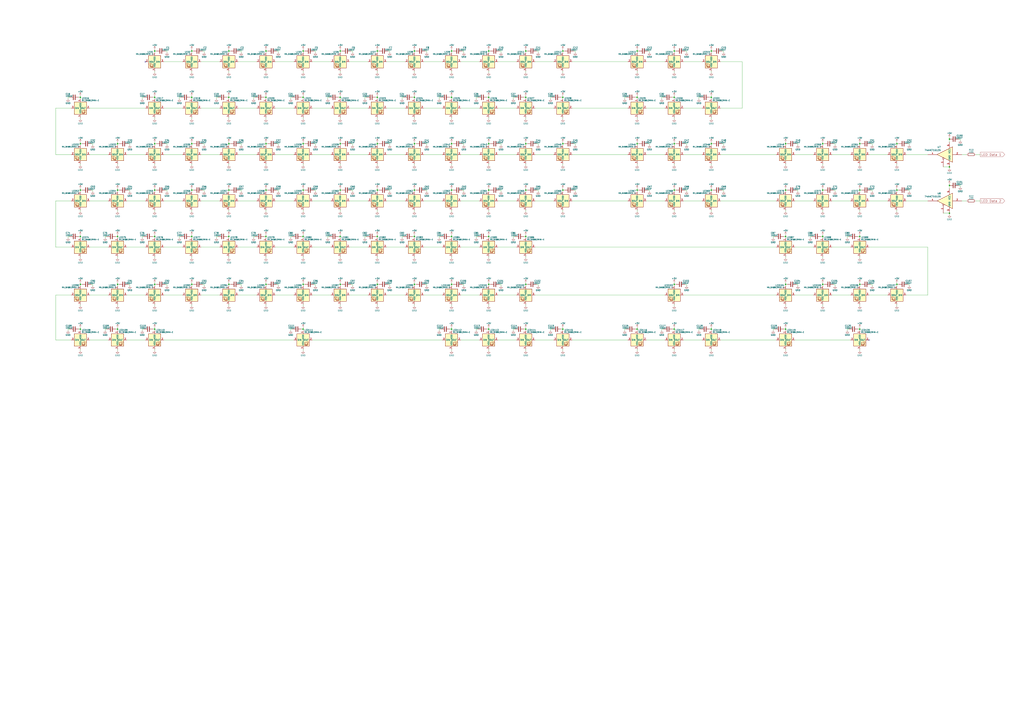
<source format=kicad_sch>
(kicad_sch (version 20250114) (generator "eeschema") (generator_version "9.0")
  (paper "A1")
  (junction (at 248.92 233.68))
  (junction (at 96.52 233.68))
  (junction (at 706.12 156.21))
  (junction (at 553.72 41.91))
  (junction (at 127 194.31))
  (junction (at 66.04 194.31))
  (junction (at 279.4 194.31))
  (junction (at 553.72 270.51))
  (junction (at 127 270.51))
  (junction (at 462.28 118.11))
  (junction (at 779.78 137.16))
  (junction (at 736.6 156.21))
  (junction (at 127 156.21))
  (junction (at 96.52 156.21))
  (junction (at 279.4 118.11))
  (junction (at 340.36 41.91))
  (junction (at 309.88 118.11))
  (junction (at 584.2 118.11))
  (junction (at 431.8 80.01))
  (junction (at 309.88 156.21))
  (junction (at 523.24 118.11))
  (junction (at 309.88 233.68))
  (junction (at 279.4 233.68))
  (junction (at 462.28 156.21))
  (junction (at 523.24 80.01))
  (junction (at 645.16 118.11))
  (junction (at 187.96 233.68))
  (junction (at 309.88 41.91))
  (junction (at 157.48 194.31))
  (junction (at 779.78 175.26))
  (junction (at 187.96 194.31))
  (junction (at 218.44 80.01))
  (junction (at 279.4 41.91))
  (junction (at 370.84 156.21))
  (junction (at 523.24 41.91))
  (junction (at 401.32 80.01))
  (junction (at 401.32 156.21))
  (junction (at 340.36 118.11))
  (junction (at 401.32 41.91))
  (junction (at 645.16 270.51))
  (junction (at 248.92 41.91))
  (junction (at 431.8 118.11))
  (junction (at 127 233.68))
  (junction (at 779.78 152.4))
  (junction (at 187.96 118.11))
  (junction (at 279.4 156.21))
  (junction (at 248.92 270.51))
  (junction (at 645.16 194.31))
  (junction (at 553.72 80.01))
  (junction (at 736.6 118.11))
  (junction (at 706.12 194.31))
  (junction (at 187.96 156.21))
  (junction (at 66.04 156.21))
  (junction (at 370.84 233.68))
  (junction (at 462.28 80.01))
  (junction (at 706.12 270.51))
  (junction (at 157.48 118.11))
  (junction (at 401.32 194.31))
  (junction (at 309.88 194.31))
  (junction (at 462.28 41.91))
  (junction (at 127 118.11))
  (junction (at 248.92 156.21))
  (junction (at 187.96 41.91))
  (junction (at 66.04 233.68))
  (junction (at 431.8 233.68))
  (junction (at 523.24 270.51))
  (junction (at 584.2 270.51))
  (junction (at 736.6 233.68))
  (junction (at 248.92 118.11))
  (junction (at 127 41.91))
  (junction (at 248.92 80.01))
  (junction (at 96.52 270.51))
  (junction (at 218.44 41.91))
  (junction (at 401.32 233.68))
  (junction (at 401.32 118.11))
  (junction (at 370.84 194.31))
  (junction (at 370.84 118.11))
  (junction (at 706.12 118.11))
  (junction (at 187.96 80.01))
  (junction (at 431.8 194.31))
  (junction (at 553.72 233.68))
  (junction (at 431.8 41.91))
  (junction (at 675.64 118.11))
  (junction (at 96.52 118.11))
  (junction (at 157.48 80.01))
  (junction (at 370.84 80.01))
  (junction (at 279.4 80.01))
  (junction (at 248.92 194.31))
  (junction (at 645.16 156.21))
  (junction (at 218.44 118.11))
  (junction (at 218.44 233.68))
  (junction (at 706.12 233.68))
  (junction (at 462.28 270.51))
  (junction (at 309.88 80.01))
  (junction (at 66.04 80.01))
  (junction (at 96.52 194.31))
  (junction (at 523.24 156.21))
  (junction (at 157.48 233.68))
  (junction (at 675.64 194.31))
  (junction (at 645.16 233.68))
  (junction (at 340.36 80.01))
  (junction (at 584.2 156.21))
  (junction (at 340.36 156.21))
  (junction (at 218.44 156.21))
  (junction (at 431.8 270.51))
  (junction (at 401.32 270.51))
  (junction (at 675.64 233.68))
  (junction (at 218.44 194.31))
  (junction (at 370.84 41.91))
  (junction (at 66.04 118.11))
  (junction (at 340.36 194.31))
  (junction (at 584.2 41.91))
  (junction (at 66.04 270.51))
  (junction (at 340.36 233.68))
  (junction (at 553.72 156.21))
  (junction (at 584.2 80.01))
  (junction (at 157.48 156.21))
  (junction (at 675.64 156.21))
  (junction (at 157.48 41.91))
  (junction (at 431.8 156.21))
  (junction (at 370.84 270.51))
  (junction (at 127 80.01))
  (junction (at 779.78 114.3))
  (junction (at 553.72 118.11))
  (no_connect (at 713.74 279.4))
  (no_connect (at 119.38 50.8))
  (wire (pts (xy 401.32 59.69) (xy 401.32 58.42)))
  (wire (pts (xy 167.64 233.68) (xy 166.37 233.68)))
  (wire (pts (xy 186.69 80.01) (xy 187.96 80.01)))
  (wire (pts (xy 584.2 116.84) (xy 584.2 118.11)))
  (wire (pts (xy 309.88 233.68) (xy 309.88 234.95)))
  (wire (pts (xy 584.2 97.79) (xy 584.2 96.52)))
  (wire (pts (xy 187.96 193.04) (xy 187.96 194.31)))
  (wire (pts (xy 187.96 59.69) (xy 187.96 58.42)))
  (wire (pts (xy 675.64 212.09) (xy 675.64 210.82)))
  (wire (pts (xy 430.53 270.51) (xy 431.8 270.51)))
  (wire (pts (xy 523.24 269.24) (xy 523.24 270.51)))
  (wire (pts (xy 706.12 212.09) (xy 706.12 210.82)))
  (wire (pts (xy 341.63 233.68) (xy 340.36 233.68)))
  (wire (pts (xy 241.3 242.57) (xy 226.06 242.57)))
  (wire (pts (xy 134.62 165.1) (xy 149.86 165.1)))
  (wire (pts (xy 584.2 269.24) (xy 584.2 270.51)))
  (wire (pts (xy 431.8 80.01) (xy 431.8 81.28)))
  (wire (pts (xy 553.72 233.68) (xy 553.72 234.95)))
  (wire (pts (xy 707.39 156.21) (xy 706.12 156.21)))
  (wire (pts (xy 218.44 40.64) (xy 218.44 41.91)))
  (wire (pts (xy 675.64 118.11) (xy 675.64 119.38)))
  (wire (pts (xy 341.63 118.11) (xy 340.36 118.11)))
  (wire (pts (xy 462.28 288.29) (xy 462.28 287.02)))
  (wire (pts (xy 116.84 271.78) (xy 116.84 270.51)))
  (wire (pts (xy 594.36 118.11) (xy 593.09 118.11)))
  (wire (pts (xy 218.44 232.41) (xy 218.44 233.68)))
  (wire (pts (xy 788.67 115.57) (xy 788.67 114.3)))
  (wire (pts (xy 127 116.84) (xy 127 118.11)))
  (wire (pts (xy 370.84 97.79) (xy 370.84 96.52)))
  (wire (pts (xy 472.44 157.48) (xy 472.44 156.21)))
  (wire (pts (xy 513.08 271.78) (xy 513.08 270.51)))
  (wire (pts (xy 157.48 135.89) (xy 157.48 134.62)))
  (wire (pts (xy 683.26 203.2) (xy 698.5 203.2)))
  (wire (pts (xy 462.28 116.84) (xy 462.28 118.11)))
  (wire (pts (xy 137.16 233.68) (xy 135.89 233.68)))
  (wire (pts (xy 736.6 135.89) (xy 736.6 134.62)))
  (wire (pts (xy 147.32 81.28) (xy 147.32 80.01)))
  (wire (pts (xy 279.4 78.74) (xy 279.4 80.01)))
  (wire (pts (xy 299.72 195.58) (xy 299.72 194.31)))
  (wire (pts (xy 96.52 116.84) (xy 96.52 118.11)))
  (wire (pts (xy 563.88 234.95) (xy 563.88 233.68)))
  (wire (pts (xy 96.52 270.51) (xy 96.52 271.78)))
  (wire (pts (xy 635 194.31) (xy 636.27 194.31)))
  (wire (pts (xy 685.8 157.48) (xy 685.8 156.21)))
  (wire (pts (xy 400.05 270.51) (xy 401.32 270.51)))
  (wire (pts (xy 330.2 80.01) (xy 331.47 80.01)))
  (wire (pts (xy 73.66 88.9) (xy 119.38 88.9)))
  (wire (pts (xy 431.8 156.21) (xy 431.8 157.48)))
  (wire (pts (xy 645.16 154.94) (xy 645.16 156.21)))
  (wire (pts (xy 462.28 154.94) (xy 462.28 156.21)))
  (wire (pts (xy 317.5 242.57) (xy 332.74 242.57)))
  (wire (pts (xy 330.2 81.28) (xy 330.2 80.01)))
  (wire (pts (xy 248.92 232.41) (xy 248.92 233.68)))
  (wire (pts (xy 381 41.91) (xy 379.73 41.91)))
  (wire (pts (xy 96.52 232.41) (xy 96.52 233.68)))
  (wire (pts (xy 350.52 43.18) (xy 350.52 41.91)))
  (wire (pts (xy 218.44 154.94) (xy 218.44 156.21)))
  (wire (pts (xy 127 288.29) (xy 127 287.02)))
  (wire (pts (xy 698.5 242.57) (xy 683.26 242.57)))
  (wire (pts (xy 256.54 165.1) (xy 271.78 165.1)))
  (wire (pts (xy 779.78 138.43) (xy 779.78 137.16)))
  (wire (pts (xy 66.04 233.68) (xy 66.04 234.95)))
  (wire (pts (xy 180.34 50.8) (xy 165.1 50.8)))
  (wire (pts (xy 279.4 97.79) (xy 279.4 96.52)))
  (wire (pts (xy 530.86 88.9) (xy 546.1 88.9)))
  (wire (pts (xy 228.6 119.38) (xy 228.6 118.11)))
  (wire (pts (xy 431.8 41.91) (xy 431.8 43.18)))
  (wire (pts (xy 228.6 156.21) (xy 227.33 156.21)))
  (wire (pts (xy 167.64 118.11) (xy 166.37 118.11)))
  (wire (pts (xy 698.5 127) (xy 683.26 127)))
  (wire (pts (xy 66.04 194.31) (xy 66.04 195.58)))
  (wire (pts (xy 441.96 119.38) (xy 441.96 118.11)))
  (wire (pts (xy 655.32 118.11) (xy 654.05 118.11)))
  (wire (pts (xy 401.32 194.31) (xy 401.32 195.58)))
  (wire (pts (xy 533.4 43.18) (xy 533.4 41.91)))
  (wire (pts (xy 424.18 50.8) (xy 408.94 50.8)))
  (wire (pts (xy 431.8 212.09) (xy 431.8 210.82)))
  (wire (pts (xy 158.75 41.91) (xy 157.48 41.91)))
  (wire (pts (xy 279.4 40.64) (xy 279.4 41.91)))
  (wire (pts (xy 582.93 270.51) (xy 584.2 270.51)))
  (wire (pts (xy 378.46 203.2) (xy 393.7 203.2)))
  (wire (pts (xy 452.12 270.51) (xy 453.39 270.51)))
  (wire (pts (xy 370.84 173.99) (xy 370.84 172.72)))
  (wire (pts (xy 431.8 251.46) (xy 431.8 250.19)))
  (wire (pts (xy 523.24 135.89) (xy 523.24 134.62)))
  (wire (pts (xy 219.71 233.68) (xy 218.44 233.68)))
  (wire (pts (xy 320.04 156.21) (xy 318.77 156.21)))
  (wire (pts (xy 167.64 234.95) (xy 167.64 233.68)))
  (wire (pts (xy 441.96 233.68) (xy 440.69 233.68)))
  (wire (pts (xy 401.32 80.01) (xy 401.32 81.28)))
  (wire (pts (xy 370.84 118.11) (xy 370.84 119.38)))
  (wire (pts (xy 187.96 212.09) (xy 187.96 210.82)))
  (wire (pts (xy 401.32 78.74) (xy 401.32 80.01)))
  (wire (pts (xy 431.8 270.51) (xy 431.8 271.78)))
  (wire (pts (xy 128.27 156.21) (xy 127 156.21)))
  (wire (pts (xy 76.2 118.11) (xy 74.93 118.11)))
  (wire (pts (xy 256.54 203.2) (xy 271.78 203.2)))
  (wire (pts (xy 675.64 232.41) (xy 675.64 233.68)))
  (wire (pts (xy 167.64 43.18) (xy 167.64 41.91)))
  (wire (pts (xy 462.28 78.74) (xy 462.28 80.01)))
  (wire (pts (xy 533.4 118.11) (xy 532.13 118.11)))
  (wire (pts (xy 73.66 127) (xy 88.9 127)))
  (wire (pts (xy 96.52 118.11) (xy 96.52 119.38)))
  (wire (pts (xy 431.8 59.69) (xy 431.8 58.42)))
  (wire (pts (xy 218.44 233.68) (xy 218.44 234.95)))
  (wire (pts (xy 676.91 118.11) (xy 675.64 118.11)))
  (wire (pts (xy 370.84 80.01) (xy 370.84 81.28)))
  (wire (pts (xy 198.12 119.38) (xy 198.12 118.11)))
  (wire (pts (xy 402.59 41.91) (xy 401.32 41.91)))
  (wire (pts (xy 523.24 118.11) (xy 523.24 119.38)))
  (wire (pts (xy 317.5 203.2) (xy 332.74 203.2)))
  (wire (pts (xy 125.73 80.01) (xy 127 80.01)))
  (wire (pts (xy 340.36 156.21) (xy 340.36 157.48)))
  (wire (pts (xy 584.2 156.21) (xy 584.2 157.48)))
  (wire (pts (xy 208.28 80.01) (xy 209.55 80.01)))
  (wire (pts (xy 340.36 59.69) (xy 340.36 58.42)))
  (wire (pts (xy 553.72 59.69) (xy 553.72 58.42)))
  (wire (pts (xy 127 251.46) (xy 127 250.19)))
  (wire (pts (xy 195.58 165.1) (xy 210.82 165.1)))
  (wire (pts (xy 187.96 232.41) (xy 187.96 233.68)))
  (wire (pts (xy 187.96 80.01) (xy 187.96 81.28)))
  (wire (pts (xy 127 118.11) (xy 127 119.38)))
  (wire (pts (xy 675.64 233.68) (xy 675.64 234.95)))
  (wire (pts (xy 594.36 156.21) (xy 593.09 156.21)))
  (wire (pts (xy 554.99 156.21) (xy 553.72 156.21)))
  (wire (pts (xy 472.44 118.11) (xy 471.17 118.11)))
  (wire (pts (xy 805.18 127) (xy 801.37 127)))
  (wire (pts (xy 370.84 193.04) (xy 370.84 194.31)))
  (wire (pts (xy 127 194.31) (xy 127 195.58)))
  (wire (pts (xy 64.77 194.31) (xy 66.04 194.31)))
  (wire (pts (xy 104.14 203.2) (xy 119.38 203.2)))
  (wire (pts (xy 584.2 173.99) (xy 584.2 172.72)))
  (wire (pts (xy 553.72 269.24) (xy 553.72 270.51)))
  (wire (pts (xy 762 203.2) (xy 762 242.57)))
  (wire (pts (xy 238.76 194.31) (xy 240.03 194.31)))
  (wire (pts (xy 563.88 43.18) (xy 563.88 41.91)))
  (wire (pts (xy 198.12 41.91) (xy 196.85 41.91)))
  (wire (pts (xy 668.02 242.57) (xy 652.78 242.57)))
  (wire (pts (xy 256.54 50.8) (xy 271.78 50.8)))
  (wire (pts (xy 401.32 154.94) (xy 401.32 156.21)))
  (wire (pts (xy 523.24 288.29) (xy 523.24 287.02)))
  (wire (pts (xy 411.48 234.95) (xy 411.48 233.68)))
  (wire (pts (xy 553.72 251.46) (xy 553.72 250.19)))
  (wire (pts (xy 574.04 80.01) (xy 575.31 80.01)))
  (wire (pts (xy 127 41.91) (xy 127 43.18)))
  (wire (pts (xy 441.96 234.95) (xy 441.96 233.68)))
  (wire (pts (xy 462.28 59.69) (xy 462.28 58.42)))
  (wire (pts (xy 695.96 195.58) (xy 695.96 194.31)))
  (wire (pts (xy 127 154.94) (xy 127 156.21)))
  (wire (pts (xy 431.8 173.99) (xy 431.8 172.72)))
  (wire (pts (xy 309.88 156.21) (xy 309.88 157.48)))
  (wire (pts (xy 524.51 156.21) (xy 523.24 156.21)))
  (wire (pts (xy 675.64 194.31) (xy 675.64 195.58)))
  (wire (pts (xy 360.68 80.01) (xy 361.95 80.01)))
  (wire (pts (xy 302.26 50.8) (xy 287.02 50.8)))
  (wire (pts (xy 533.4 157.48) (xy 533.4 156.21)))
  (wire (pts (xy 195.58 127) (xy 210.82 127)))
  (wire (pts (xy 635 195.58) (xy 635 194.31)))
  (wire (pts (xy 198.12 43.18) (xy 198.12 41.91)))
  (wire (pts (xy 66.04 212.09) (xy 66.04 210.82)))
  (wire (pts (xy 707.39 118.11) (xy 706.12 118.11)))
  (wire (pts (xy 369.57 80.01) (xy 370.84 80.01)))
  (wire (pts (xy 317.5 127) (xy 332.74 127)))
  (wire (pts (xy 553.72 116.84) (xy 553.72 118.11)))
  (wire (pts (xy 64.77 80.01) (xy 66.04 80.01)))
  (wire (pts (xy 55.88 270.51) (xy 57.15 270.51)))
  (wire (pts (xy 248.92 80.01) (xy 248.92 81.28)))
  (wire (pts (xy 584.2 118.11) (xy 584.2 119.38)))
  (wire (pts (xy 370.84 232.41) (xy 370.84 233.68)))
  (wire (pts (xy 147.32 195.58) (xy 147.32 194.31)))
  (wire (pts (xy 280.67 233.68) (xy 279.4 233.68)))
  (wire (pts (xy 228.6 234.95) (xy 228.6 233.68)))
  (wire (pts (xy 67.31 233.68) (xy 66.04 233.68)))
  (wire (pts (xy 411.48 118.11) (xy 410.21 118.11)))
  (wire (pts (xy 401.32 41.91) (xy 401.32 43.18)))
  (wire (pts (xy 391.16 270.51) (xy 392.43 270.51)))
  (wire (pts (xy 553.72 135.89) (xy 553.72 134.62)))
  (wire (pts (xy 96.52 212.09) (xy 96.52 210.82)))
  (wire (pts (xy 421.64 271.78) (xy 421.64 270.51)))
  (wire (pts (xy 339.09 194.31) (xy 340.36 194.31)))
  (wire (pts (xy 401.32 212.09) (xy 401.32 210.82)))
  (wire (pts (xy 238.76 271.78) (xy 238.76 270.51)))
  (wire (pts (xy 461.01 80.01) (xy 462.28 80.01)))
  (wire (pts (xy 96.52 251.46) (xy 96.52 250.19)))
  (wire (pts (xy 779.78 176.53) (xy 779.78 175.26)))
  (wire (pts (xy 187.96 116.84) (xy 187.96 118.11)))
  (wire (pts (xy 431.8 232.41) (xy 431.8 233.68)))
  (wire (pts (xy 584.2 59.69) (xy 584.2 58.42)))
  (wire (pts (xy 401.32 156.21) (xy 401.32 157.48)))
  (wire (pts (xy 736.6 173.99) (xy 736.6 172.72)))
  (wire (pts (xy 676.91 156.21) (xy 675.64 156.21)))
  (wire (pts (xy 137.16 118.11) (xy 135.89 118.11)))
  (wire (pts (xy 127 80.01) (xy 127 81.28)))
  (wire (pts (xy 655.32 156.21) (xy 654.05 156.21)))
  (wire (pts (xy 716.28 119.38) (xy 716.28 118.11)))
  (wire (pts (xy 421.64 195.58) (xy 421.64 194.31)))
  (wire (pts (xy 431.8 269.24) (xy 431.8 270.51)))
  (wire (pts (xy 441.96 43.18) (xy 441.96 41.91)))
  (wire (pts (xy 279.4 194.31) (xy 279.4 195.58)))
  (wire (pts (xy 137.16 119.38) (xy 137.16 118.11)))
  (wire (pts (xy 706.12 156.21) (xy 706.12 157.48)))
  (wire (pts (xy 401.32 118.11) (xy 401.32 119.38)))
  (wire (pts (xy 462.28 156.21) (xy 462.28 157.48)))
  (wire (pts (xy 584.2 41.91) (xy 584.2 43.18)))
  (wire (pts (xy 279.4 154.94) (xy 279.4 156.21)))
  (wire (pts (xy 116.84 81.28) (xy 116.84 80.01)))
  (wire (pts (xy 157.48 193.04) (xy 157.48 194.31)))
  (wire (pts (xy 370.84 156.21) (xy 370.84 157.48)))
  (wire (pts (xy 369.57 270.51) (xy 370.84 270.51)))
  (wire (pts (xy 563.88 156.21) (xy 562.61 156.21)))
  (wire (pts (xy 574.04 81.28) (xy 574.04 80.01)))
  (wire (pts (xy 554.99 41.91) (xy 553.72 41.91)))
  (wire (pts (xy 289.56 41.91) (xy 288.29 41.91)))
  (wire (pts (xy 706.12 270.51) (xy 706.12 271.78)))
  (wire (pts (xy 134.62 127) (xy 149.86 127)))
  (wire (pts (xy 381 43.18) (xy 381 41.91)))
  (wire (pts (xy 370.84 116.84) (xy 370.84 118.11)))
  (wire (pts (xy 309.88 40.64) (xy 309.88 41.91)))
  (wire (pts (xy 521.97 270.51) (xy 523.24 270.51)))
  (wire (pts (xy 187.96 135.89) (xy 187.96 134.62)))
  (wire (pts (xy 381 118.11) (xy 379.73 118.11)))
  (wire (pts (xy 370.84 59.69) (xy 370.84 58.42)))
  (wire (pts (xy 259.08 119.38) (xy 259.08 118.11)))
  (wire (pts (xy 591.82 279.4) (xy 637.54 279.4)))
  (wire (pts (xy 350.52 118.11) (xy 349.25 118.11)))
  (wire (pts (xy 278.13 80.01) (xy 279.4 80.01)))
  (wire (pts (xy 340.36 193.04) (xy 340.36 194.31)))
  (wire (pts (xy 309.88 118.11) (xy 309.88 119.38)))
  (wire (pts (xy 320.04 119.38) (xy 320.04 118.11)))
  (wire (pts (xy 127 269.24) (xy 127 270.51)))
  (wire (pts (xy 248.92 40.64) (xy 248.92 41.91)))
  (wire (pts (xy 655.32 234.95) (xy 655.32 233.68)))
  (wire (pts (xy 248.92 41.91) (xy 248.92 43.18)))
  (wire (pts (xy 381 119.38) (xy 381 118.11)))
  (wire (pts (xy 553.72 232.41) (xy 553.72 233.68)))
  (wire (pts (xy 218.44 135.89) (xy 218.44 134.62)))
  (wire (pts (xy 381 157.48) (xy 381 156.21)))
  (wire (pts (xy 431.8 118.11) (xy 431.8 119.38)))
  (wire (pts (xy 433.07 41.91) (xy 431.8 41.91)))
  (wire (pts (xy 158.75 156.21) (xy 157.48 156.21)))
  (wire (pts (xy 779.78 113.03) (xy 779.78 114.3)))
  (wire (pts (xy 238.76 80.01) (xy 240.03 80.01)))
  (wire (pts (xy 728.98 242.57) (xy 713.74 242.57)))
  (wire (pts (xy 127 270.51) (xy 127 271.78)))
  (wire (pts (xy 299.72 81.28) (xy 299.72 80.01)))
  (wire (pts (xy 76.2 233.68) (xy 74.93 233.68)))
  (wire (pts (xy 408.94 88.9) (xy 424.18 88.9)))
  (wire (pts (xy 187.96 40.64) (xy 187.96 41.91)))
  (wire (pts (xy 350.52 41.91) (xy 349.25 41.91)))
  (wire (pts (xy 45.72 242.57) (xy 45.72 279.4)))
  (wire (pts (xy 452.12 81.28) (xy 452.12 80.01)))
  (wire (pts (xy 302.26 127) (xy 287.02 127)))
  (wire (pts (xy 441.96 156.21) (xy 440.69 156.21)))
  (wire (pts (xy 431.8 194.31) (xy 431.8 195.58)))
  (wire (pts (xy 543.56 270.51) (xy 544.83 270.51)))
  (wire (pts (xy 675.64 154.94) (xy 675.64 156.21)))
  (wire (pts (xy 340.36 233.68) (xy 340.36 234.95)))
  (wire (pts (xy 86.36 271.78) (xy 86.36 270.51)))
  (wire (pts (xy 363.22 165.1) (xy 347.98 165.1)))
  (wire (pts (xy 66.04 116.84) (xy 66.04 118.11)))
  (wire (pts (xy 401.32 97.79) (xy 401.32 96.52)))
  (wire (pts (xy 744.22 165.1) (xy 762 165.1)))
  (wire (pts (xy 645.16 118.11) (xy 645.16 119.38)))
  (wire (pts (xy 279.4 251.46) (xy 279.4 250.19)))
  (wire (pts (xy 106.68 156.21) (xy 105.41 156.21)))
  (wire (pts (xy 584.2 80.01) (xy 584.2 81.28)))
  (wire (pts (xy 350.52 156.21) (xy 349.25 156.21)))
  (wire (pts (xy 340.36 97.79) (xy 340.36 96.52)))
  (wire (pts (xy 576.58 127) (xy 561.34 127)))
  (wire (pts (xy 309.88 41.91) (xy 309.88 43.18)))
  (wire (pts (xy 788.67 153.67) (xy 788.67 152.4)))
  (wire (pts (xy 66.04 154.94) (xy 66.04 156.21)))
  (wire (pts (xy 433.07 118.11) (xy 431.8 118.11)))
  (wire (pts (xy 360.68 271.78) (xy 360.68 270.51)))
  (wire (pts (xy 523.24 116.84) (xy 523.24 118.11)))
  (wire (pts (xy 431.8 135.89) (xy 431.8 134.62)))
  (wire (pts (xy 187.96 41.91) (xy 187.96 43.18)))
  (wire (pts (xy 195.58 50.8) (xy 210.82 50.8)))
  (wire (pts (xy 707.39 233.68) (xy 706.12 233.68)))
  (wire (pts (xy 248.92 78.74) (xy 248.92 80.01)))
  (wire (pts (xy 218.44 97.79) (xy 218.44 96.52)))
  (wire (pts (xy 340.36 212.09) (xy 340.36 210.82)))
  (wire (pts (xy 736.6 116.84) (xy 736.6 118.11)))
  (wire (pts (xy 340.36 41.91) (xy 340.36 43.18)))
  (wire (pts (xy 736.6 156.21) (xy 736.6 157.48)))
  (wire (pts (xy 157.48 154.94) (xy 157.48 156.21)))
  (wire (pts (xy 645.16 116.84) (xy 645.16 118.11)))
  (wire (pts (xy 675.64 116.84) (xy 675.64 118.11)))
  (wire (pts (xy 119.38 242.57) (xy 104.14 242.57)))
  (wire (pts (xy 119.38 127) (xy 104.14 127)))
  (wire (pts (xy 45.72 165.1) (xy 45.72 203.2)))
  (wire (pts (xy 553.72 156.21) (xy 553.72 157.48)))
  (wire (pts (xy 157.48 97.79) (xy 157.48 96.52)))
  (wire (pts (xy 228.6 157.48) (xy 228.6 156.21)))
  (wire (pts (xy 378.46 165.1) (xy 393.7 165.1)))
  (wire (pts (xy 674.37 194.31) (xy 675.64 194.31)))
  (wire (pts (xy 198.12 118.11) (xy 196.85 118.11)))
  (wire (pts (xy 165.1 203.2) (xy 180.34 203.2)))
  (wire (pts (xy 704.85 194.31) (xy 706.12 194.31)))
  (wire (pts (xy 278.13 194.31) (xy 279.4 194.31)))
  (wire (pts (xy 66.04 232.41) (xy 66.04 233.68)))
  (wire (pts (xy 370.84 154.94) (xy 370.84 156.21)))
  (wire (pts (xy 762 242.57) (xy 744.22 242.57)))
  (wire (pts (xy 128.27 233.68) (xy 127 233.68)))
  (wire (pts (xy 563.88 118.11) (xy 562.61 118.11)))
  (wire (pts (xy 675.64 193.04) (xy 675.64 194.31)))
  (wire (pts (xy 134.62 50.8) (xy 149.86 50.8)))
  (wire (pts (xy 431.8 233.68) (xy 431.8 234.95)))
  (wire (pts (xy 195.58 88.9) (xy 210.82 88.9)))
  (wire (pts (xy 646.43 118.11) (xy 645.16 118.11)))
  (wire (pts (xy 66.04 269.24) (xy 66.04 270.51)))
  (wire (pts (xy 668.02 127) (xy 652.78 127)))
  (wire (pts (xy 309.88 193.04) (xy 309.88 194.31)))
  (wire (pts (xy 279.4 80.01) (xy 279.4 81.28)))
  (wire (pts (xy 289.56 43.18) (xy 289.56 41.91)))
  (wire (pts (xy 574.04 271.78) (xy 574.04 270.51)))
  (wire (pts (xy 198.12 234.95) (xy 198.12 233.68)))
  (wire (pts (xy 287.02 88.9) (xy 302.26 88.9)))
  (wire (pts (xy 591.82 127) (xy 637.54 127)))
  (wire (pts (xy 279.4 135.89) (xy 279.4 134.62)))
  (wire (pts (xy 430.53 80.01) (xy 431.8 80.01)))
  (wire (pts (xy 299.72 80.01) (xy 300.99 80.01)))
  (wire (pts (xy 706.12 251.46) (xy 706.12 250.19)))
  (wire (pts (xy 279.4 59.69) (xy 279.4 58.42)))
  (wire (pts (xy 96.52 156.21) (xy 96.52 157.48)))
  (wire (pts (xy 472.44 41.91) (xy 471.17 41.91)))
  (wire (pts (xy 55.88 194.31) (xy 57.15 194.31)))
  (wire (pts (xy 311.15 233.68) (xy 309.88 233.68)))
  (wire (pts (xy 645.16 251.46) (xy 645.16 250.19)))
  (wire (pts (xy 401.32 40.64) (xy 401.32 41.91)))
  (wire (pts (xy 728.98 165.1) (xy 713.74 165.1)))
  (wire (pts (xy 713.74 203.2) (xy 762 203.2)))
  (wire (pts (xy 55.88 80.01) (xy 57.15 80.01)))
  (wire (pts (xy 350.52 233.68) (xy 349.25 233.68)))
  (wire (pts (xy 127 59.69) (xy 127 58.42)))
  (wire (pts (xy 248.92 233.68) (xy 248.92 234.95)))
  (wire (pts (xy 411.48 41.91) (xy 410.21 41.91)))
  (wire (pts (xy 279.4 118.11) (xy 279.4 119.38)))
  (wire (pts (xy 360.68 270.51) (xy 361.95 270.51)))
  (wire (pts (xy 280.67 118.11) (xy 279.4 118.11)))
  (wire (pts (xy 461.01 270.51) (xy 462.28 270.51)))
  (wire (pts (xy 187.96 118.11) (xy 187.96 119.38)))
  (wire (pts (xy 58.42 165.1) (xy 45.72 165.1)))
  (wire (pts (xy 309.88 194.31) (xy 309.88 195.58)))
  (wire (pts (xy 554.99 233.68) (xy 553.72 233.68)))
  (wire (pts (xy 584.2 270.51) (xy 584.2 271.78)))
  (wire (pts (xy 157.48 116.84) (xy 157.48 118.11)))
  (wire (pts (xy 582.93 80.01) (xy 584.2 80.01)))
  (wire (pts (xy 561.34 279.4) (xy 576.58 279.4)))
  (wire (pts (xy 309.88 212.09) (xy 309.88 210.82)))
  (wire (pts (xy 218.44 80.01) (xy 218.44 81.28)))
  (wire (pts (xy 302.26 165.1) (xy 287.02 165.1)))
  (wire (pts (xy 177.8 194.31) (xy 179.07 194.31)))
  (wire (pts (xy 370.84 78.74) (xy 370.84 80.01)))
  (wire (pts (xy 744.22 127) (xy 762 127)))
  (wire (pts (xy 378.46 242.57) (xy 393.7 242.57)))
  (wire (pts (xy 279.4 116.84) (xy 279.4 118.11)))
  (wire (pts (xy 553.72 118.11) (xy 553.72 119.38)))
  (wire (pts (xy 241.3 127) (xy 226.06 127)))
  (wire (pts (xy 309.88 154.94) (xy 309.88 156.21)))
  (wire (pts (xy 728.98 127) (xy 713.74 127)))
  (wire (pts (xy 391.16 80.01) (xy 392.43 80.01)))
  (wire (pts (xy 228.6 233.68) (xy 227.33 233.68)))
  (wire (pts (xy 523.24 80.01) (xy 523.24 81.28)))
  (wire (pts (xy 208.28 195.58) (xy 208.28 194.31)))
  (wire (pts (xy 523.24 154.94) (xy 523.24 156.21)))
  (wire (pts (xy 706.12 154.94) (xy 706.12 156.21)))
  (wire (pts (xy 645.16 193.04) (xy 645.16 194.31)))
  (wire (pts (xy 402.59 118.11) (xy 401.32 118.11)))
  (wire (pts (xy 218.44 118.11) (xy 218.44 119.38)))
  (wire (pts (xy 421.64 194.31) (xy 422.91 194.31)))
  (wire (pts (xy 320.04 157.48) (xy 320.04 156.21)))
  (wire (pts (xy 736.6 154.94) (xy 736.6 156.21)))
  (wire (pts (xy 218.44 212.09) (xy 218.44 210.82)))
  (wire (pts (xy 513.08 270.51) (xy 514.35 270.51)))
  (wire (pts (xy 378.46 88.9) (xy 393.7 88.9)))
  (wire (pts (xy 462.28 173.99) (xy 462.28 172.72)))
  (wire (pts (xy 523.24 59.69) (xy 523.24 58.42)))
  (wire (pts (xy 779.78 137.16) (xy 774.7 137.16)))
  (wire (pts (xy 309.88 116.84) (xy 309.88 118.11)))
  (wire (pts (xy 106.68 118.11) (xy 105.41 118.11)))
  (wire (pts (xy 259.08 233.68) (xy 257.81 233.68)))
  (wire (pts (xy 563.88 41.91) (xy 562.61 41.91)))
  (wire (pts (xy 320.04 118.11) (xy 318.77 118.11)))
  (wire (pts (xy 309.88 232.41) (xy 309.88 233.68)))
  (wire (pts (xy 248.92 116.84) (xy 248.92 118.11)))
  (wire (pts (xy 779.78 114.3) (xy 779.78 116.84)))
  (wire (pts (xy 45.72 279.4) (xy 58.42 279.4)))
  (wire (pts (xy 779.78 152.4) (xy 779.78 154.94)))
  (wire (pts (xy 309.88 59.69) (xy 309.88 58.42)))
  (wire (pts (xy 248.92 270.51) (xy 248.92 271.78)))
  (wire (pts (xy 706.12 288.29) (xy 706.12 287.02)))
  (wire (pts (xy 330.2 194.31) (xy 331.47 194.31)))
  (wire (pts (xy 546.1 127) (xy 530.86 127)))
  (wire (pts (xy 137.16 157.48) (xy 137.16 156.21)))
  (wire (pts (xy 64.77 270.51) (xy 66.04 270.51)))
  (wire (pts (xy 259.08 118.11) (xy 257.81 118.11)))
  (wire (pts (xy 248.92 193.04) (xy 248.92 194.31)))
  (wire (pts (xy 655.32 233.68) (xy 654.05 233.68)))
  (wire (pts (xy 655.32 157.48) (xy 655.32 156.21)))
  (wire (pts (xy 439.42 279.4) (xy 454.66 279.4)))
  (wire (pts (xy 411.48 119.38) (xy 411.48 118.11)))
  (wire (pts (xy 340.36 173.99) (xy 340.36 172.72)))
  (wire (pts (xy 248.92 118.11) (xy 248.92 119.38)))
  (wire (pts (xy 543.56 81.28) (xy 543.56 80.01)))
  (wire (pts (xy 645.16 269.24) (xy 645.16 270.51)))
  (wire (pts (xy 180.34 165.1) (xy 165.1 165.1)))
  (wire (pts (xy 289.56 157.48) (xy 289.56 156.21)))
  (wire (pts (xy 370.84 41.91) (xy 370.84 43.18)))
  (wire (pts (xy 652.78 279.4) (xy 698.5 279.4)))
  (wire (pts (xy 391.16 271.78) (xy 391.16 270.51)))
  (wire (pts (xy 177.8 80.01) (xy 179.07 80.01)))
  (wire (pts (xy 86.36 270.51) (xy 87.63 270.51)))
  (wire (pts (xy 543.56 271.78) (xy 543.56 270.51)))
  (wire (pts (xy 189.23 156.21) (xy 187.96 156.21)))
  (wire (pts (xy 187.96 97.79) (xy 187.96 96.52)))
  (wire (pts (xy 646.43 156.21) (xy 645.16 156.21)))
  (wire (pts (xy 360.68 195.58) (xy 360.68 194.31)))
  (wire (pts (xy 330.2 195.58) (xy 330.2 194.31)))
  (wire (pts (xy 441.96 118.11) (xy 440.69 118.11)))
  (wire (pts (xy 187.96 78.74) (xy 187.96 80.01)))
  (wire (pts (xy 363.22 50.8) (xy 347.98 50.8)))
  (wire (pts (xy 127 233.68) (xy 127 234.95)))
  (wire (pts (xy 248.92 156.21) (xy 248.92 157.48)))
  (wire (pts (xy 523.24 270.51) (xy 523.24 271.78)))
  (wire (pts (xy 546.1 50.8) (xy 530.86 50.8)))
  (wire (pts (xy 521.97 80.01) (xy 523.24 80.01)))
  (wire (pts (xy 67.31 156.21) (xy 66.04 156.21)))
  (wire (pts (xy 320.04 233.68) (xy 318.77 233.68)))
  (wire (pts (xy 119.38 165.1) (xy 104.14 165.1)))
  (wire (pts (xy 187.96 154.94) (xy 187.96 156.21)))
  (wire (pts (xy 524.51 118.11) (xy 523.24 118.11)))
  (wire (pts (xy 563.88 119.38) (xy 563.88 118.11)))
  (wire (pts (xy 147.32 80.01) (xy 148.59 80.01)))
  (wire (pts (xy 454.66 50.8) (xy 439.42 50.8)))
  (wire (pts (xy 704.85 270.51) (xy 706.12 270.51)))
  (wire (pts (xy 533.4 156.21) (xy 532.13 156.21)))
  (wire (pts (xy 706.12 116.84) (xy 706.12 118.11)))
  (wire (pts (xy 431.8 78.74) (xy 431.8 80.01)))
  (wire (pts (xy 584.2 154.94) (xy 584.2 156.21)))
  (wire (pts (xy 401.32 193.04) (xy 401.32 194.31)))
  (wire (pts (xy 424.18 242.57) (xy 408.94 242.57)))
  (wire (pts (xy 706.12 173.99) (xy 706.12 172.72)))
  (wire (pts (xy 241.3 50.8) (xy 226.06 50.8)))
  (wire (pts (xy 287.02 203.2) (xy 302.26 203.2)))
  (wire (pts (xy 408.94 203.2) (xy 424.18 203.2)))
  (wire (pts (xy 378.46 127) (xy 393.7 127)))
  (wire (pts (xy 73.66 279.4) (xy 88.9 279.4)))
  (wire (pts (xy 372.11 41.91) (xy 370.84 41.91)))
  (wire (pts (xy 462.28 270.51) (xy 462.28 271.78)))
  (wire (pts (xy 218.44 194.31) (xy 218.44 195.58)))
  (wire (pts (xy 675.64 251.46) (xy 675.64 250.19)))
  (wire (pts (xy 250.19 118.11) (xy 248.92 118.11)))
  (wire (pts (xy 340.36 194.31) (xy 340.36 195.58)))
  (wire (pts (xy 195.58 203.2) (xy 210.82 203.2)))
  (wire (pts (xy 218.44 116.84) (xy 218.44 118.11)))
  (wire (pts (xy 289.56 233.68) (xy 288.29 233.68)))
  (wire (pts (xy 96.52 154.94) (xy 96.52 156.21)))
  (wire (pts (xy 96.52 269.24) (xy 96.52 270.51)))
  (wire (pts (xy 411.48 43.18) (xy 411.48 41.91)))
  (wire (pts (xy 147.32 194.31) (xy 148.59 194.31)))
  (wire (pts (xy 563.88 233.68) (xy 562.61 233.68)))
  (wire (pts (xy 675.64 135.89) (xy 675.64 134.62)))
  (wire (pts (xy 391.16 195.58) (xy 391.16 194.31)))
  (wire (pts (xy 66.04 193.04) (xy 66.04 194.31)))
  (wire (pts (xy 134.62 242.57) (xy 149.86 242.57)))
  (wire (pts (xy 553.72 41.91) (xy 553.72 43.18)))
  (wire (pts (xy 472.44 119.38) (xy 472.44 118.11)))
  (wire (pts (xy 248.92 135.89) (xy 248.92 134.62)))
  (wire (pts (xy 609.6 50.8) (xy 591.82 50.8)))
  (wire (pts (xy 685.8 119.38) (xy 685.8 118.11)))
  (wire (pts (xy 95.25 194.31) (xy 96.52 194.31)))
  (wire (pts (xy 652.78 203.2) (xy 668.02 203.2)))
  (wire (pts (xy 645.16 156.21) (xy 645.16 157.48)))
  (wire (pts (xy 372.11 118.11) (xy 370.84 118.11)))
  (wire (pts (xy 86.36 194.31) (xy 87.63 194.31)))
  (wire (pts (xy 594.36 119.38) (xy 594.36 118.11)))
  (wire (pts (xy 134.62 203.2) (xy 149.86 203.2)))
  (wire (pts (xy 167.64 41.91) (xy 166.37 41.91)))
  (wire (pts (xy 585.47 41.91) (xy 584.2 41.91)))
  (wire (pts (xy 66.04 135.89) (xy 66.04 134.62)))
  (wire (pts (xy 218.44 173.99) (xy 218.44 172.72)))
  (wire (pts (xy 561.34 88.9) (xy 576.58 88.9)))
  (wire (pts (xy 370.84 194.31) (xy 370.84 195.58)))
  (wire (pts (xy 157.48 41.91) (xy 157.48 43.18)))
  (wire (pts (xy 523.24 40.64) (xy 523.24 41.91)))
  (wire (pts (xy 195.58 242.57) (xy 210.82 242.57)))
  (wire (pts (xy 86.36 195.58) (xy 86.36 194.31)))
  (wire (pts (xy 645.16 194.31) (xy 645.16 195.58)))
  (wire (pts (xy 76.2 234.95) (xy 76.2 233.68)))
  (wire (pts (xy 645.16 232.41) (xy 645.16 233.68)))
  (wire (pts (xy 370.84 233.68) (xy 370.84 234.95)))
  (wire (pts (xy 208.28 194.31) (xy 209.55 194.31)))
  (wire (pts (xy 746.76 118.11) (xy 745.49 118.11)))
  (wire (pts (xy 256.54 242.57) (xy 271.78 242.57)))
  (wire (pts (xy 363.22 127) (xy 347.98 127)))
  (wire (pts (xy 187.96 194.31) (xy 187.96 195.58)))
  (wire (pts (xy 340.36 78.74) (xy 340.36 80.01)))
  (wire (pts (xy 530.86 279.4) (xy 546.1 279.4)))
  (wire (pts (xy 439.42 242.57) (xy 546.1 242.57)))
  (wire (pts (xy 402.59 233.68) (xy 401.32 233.68)))
  (wire (pts (xy 401.32 135.89) (xy 401.32 134.62)))
  (wire (pts (xy 381 233.68) (xy 379.73 233.68)))
  (wire (pts (xy 218.44 41.91) (xy 218.44 43.18)))
  (wire (pts (xy 737.87 118.11) (xy 736.6 118.11)))
  (wire (pts (xy 360.68 194.31) (xy 361.95 194.31)))
  (wire (pts (xy 378.46 50.8) (xy 393.7 50.8)))
  (wire (pts (xy 716.28 118.11) (xy 715.01 118.11)))
  (wire (pts (xy 167.64 157.48) (xy 167.64 156.21)))
  (wire (pts (xy 431.8 288.29) (xy 431.8 287.02)))
  (wire (pts (xy 269.24 194.31) (xy 270.51 194.31)))
  (wire (pts (xy 543.56 80.01) (xy 544.83 80.01)))
  (wire (pts (xy 431.8 154.94) (xy 431.8 156.21)))
  (wire (pts (xy 250.19 233.68) (xy 248.92 233.68)))
  (wire (pts (xy 167.64 119.38) (xy 167.64 118.11)))
  (wire (pts (xy 716.28 234.95) (xy 716.28 233.68)))
  (wire (pts (xy 67.31 118.11) (xy 66.04 118.11)))
  (wire (pts (xy 788.67 114.3) (xy 787.4 114.3)))
  (wire (pts (xy 248.92 212.09) (xy 248.92 210.82)))
  (wire (pts (xy 247.65 270.51) (xy 248.92 270.51)))
  (wire (pts (xy 372.11 156.21) (xy 370.84 156.21)))
  (wire (pts (xy 452.12 80.01) (xy 453.39 80.01)))
  (wire (pts (xy 737.87 233.68) (xy 736.6 233.68)))
  (wire (pts (xy 228.6 41.91) (xy 227.33 41.91)))
  (wire (pts (xy 463.55 118.11) (xy 462.28 118.11)))
  (wire (pts (xy 320.04 41.91) (xy 318.77 41.91)))
  (wire (pts (xy 128.27 41.91) (xy 127 41.91)))
  (wire (pts (xy 66.04 251.46) (xy 66.04 250.19)))
  (wire (pts (xy 431.8 116.84) (xy 431.8 118.11)))
  (wire (pts (xy 340.36 80.01) (xy 340.36 81.28)))
  (wire (pts (xy 706.12 233.68) (xy 706.12 234.95)))
  (wire (pts (xy 370.84 288.29) (xy 370.84 287.02)))
  (wire (pts (xy 217.17 194.31) (xy 218.44 194.31)))
  (wire (pts (xy 116.84 195.58) (xy 116.84 194.31)))
  (wire (pts (xy 370.84 40.64) (xy 370.84 41.91)))
  (wire (pts (xy 585.47 156.21) (xy 584.2 156.21)))
  (wire (pts (xy 256.54 88.9) (xy 271.78 88.9)))
  (wire (pts (xy 439.42 88.9) (xy 454.66 88.9)))
  (wire (pts (xy 695.96 194.31) (xy 697.23 194.31)))
  (wire (pts (xy 441.96 157.48) (xy 441.96 156.21)))
  (wire (pts (xy 401.32 251.46) (xy 401.32 250.19)))
  (wire (pts (xy 584.2 135.89) (xy 584.2 134.62)))
  (wire (pts (xy 218.44 251.46) (xy 218.44 250.19)))
  (wire (pts (xy 96.52 135.89) (xy 96.52 134.62)))
  (wire (pts (xy 198.12 156.21) (xy 196.85 156.21)))
  (wire (pts (xy 431.8 97.79) (xy 431.8 96.52)))
  (wire (pts (xy 127 173.99) (xy 127 172.72)))
  (wire (pts (xy 219.71 156.21) (xy 218.44 156.21)))
  (wire (pts (xy 198.12 157.48) (xy 198.12 156.21)))
  (wire (pts (xy 523.24 173.99) (xy 523.24 172.72)))
  (wire (pts (xy 127 156.21) (xy 127 157.48)))
  (wire (pts (xy 635 271.78) (xy 635 270.51)))
  (wire (pts (xy 585.47 118.11) (xy 584.2 118.11)))
  (wire (pts (xy 309.88 97.79) (xy 309.88 96.52)))
  (wire (pts (xy 553.72 173.99) (xy 553.72 172.72)))
  (wire (pts (xy 127 193.04) (xy 127 194.31)))
  (wire (pts (xy 594.36 157.48) (xy 594.36 156.21)))
  (wire (pts (xy 685.8 156.21) (xy 684.53 156.21)))
  (wire (pts (xy 347.98 203.2) (xy 363.22 203.2)))
  (wire (pts (xy 96.52 288.29) (xy 96.52 287.02)))
  (wire (pts (xy 513.08 81.28) (xy 513.08 80.01)))
  (wire (pts (xy 66.04 156.21) (xy 66.04 157.48)))
  (wire (pts (xy 157.48 232.41) (xy 157.48 233.68)))
  (wire (pts (xy 238.76 81.28) (xy 238.76 80.01)))
  (wire (pts (xy 594.36 43.18) (xy 594.36 41.91)))
  (wire (pts (xy 125.73 270.51) (xy 127 270.51)))
  (wire (pts (xy 553.72 80.01) (xy 553.72 81.28)))
  (wire (pts (xy 737.87 156.21) (xy 736.6 156.21)))
  (wire (pts (xy 134.62 88.9) (xy 149.86 88.9)))
  (wire (pts (xy 309.88 135.89) (xy 309.88 134.62)))
  (wire (pts (xy 452.12 271.78) (xy 452.12 270.51)))
  (wire (pts (xy 137.16 43.18) (xy 137.16 41.91)))
  (wire (pts (xy 156.21 194.31) (xy 157.48 194.31)))
  (wire (pts (xy 66.04 118.11) (xy 66.04 119.38)))
  (wire (pts (xy 289.56 119.38) (xy 289.56 118.11)))
  (wire (pts (xy 716.28 156.21) (xy 715.01 156.21)))
  (wire (pts (xy 746.76 157.48) (xy 746.76 156.21)))
  (wire (pts (xy 157.48 156.21) (xy 157.48 157.48)))
  (wire (pts (xy 431.8 193.04) (xy 431.8 194.31)))
  (wire (pts (xy 698.5 165.1) (xy 683.26 165.1)))
  (wire (pts (xy 665.48 195.58) (xy 665.48 194.31)))
  (wire (pts (xy 106.68 157.48) (xy 106.68 156.21)))
  (wire (pts (xy 311.15 118.11) (xy 309.88 118.11)))
  (wire (pts (xy 576.58 165.1) (xy 561.34 165.1)))
  (wire (pts (xy 706.12 232.41) (xy 706.12 233.68)))
  (wire (pts (xy 340.36 251.46) (xy 340.36 250.19)))
  (wire (pts (xy 156.21 80.01) (xy 157.48 80.01)))
  (wire (pts (xy 96.52 194.31) (xy 96.52 195.58)))
  (wire (pts (xy 462.28 80.01) (xy 462.28 81.28)))
  (wire (pts (xy 116.84 194.31) (xy 118.11 194.31)))
  (wire (pts (xy 347.98 88.9) (xy 363.22 88.9)))
  (wire (pts (xy 177.8 81.28) (xy 177.8 80.01)))
  (wire (pts (xy 217.17 80.01) (xy 218.44 80.01)))
  (wire (pts (xy 340.36 116.84) (xy 340.36 118.11)))
  (wire (pts (xy 381 234.95) (xy 381 233.68)))
  (wire (pts (xy 591.82 165.1) (xy 637.54 165.1)))
  (wire (pts (xy 391.16 81.28) (xy 391.16 80.01)))
  (wire (pts (xy 97.79 233.68) (xy 96.52 233.68)))
  (wire (pts (xy 97.79 156.21) (xy 96.52 156.21)))
  (wire (pts (xy 95.25 270.51) (xy 96.52 270.51)))
  (wire (pts (xy 302.26 242.57) (xy 287.02 242.57)))
  (wire (pts (xy 238.76 270.51) (xy 240.03 270.51)))
  (wire (pts (xy 219.71 41.91) (xy 218.44 41.91)))
  (wire (pts (xy 552.45 270.51) (xy 553.72 270.51)))
  (wire (pts (xy 370.84 251.46) (xy 370.84 250.19)))
  (wire (pts (xy 45.72 88.9) (xy 58.42 88.9)))
  (wire (pts (xy 137.16 41.91) (xy 135.89 41.91)))
  (wire (pts (xy 350.52 234.95) (xy 350.52 233.68)))
  (wire (pts (xy 55.88 195.58) (xy 55.88 194.31)))
  (wire (pts (xy 655.32 119.38) (xy 655.32 118.11)))
  (wire (pts (xy 309.88 173.99) (xy 309.88 172.72)))
  (wire (pts (xy 280.67 156.21) (xy 279.4 156.21)))
  (wire (pts (xy 370.84 212.09) (xy 370.84 210.82)))
  (wire (pts (xy 513.08 80.01) (xy 514.35 80.01)))
  (wire (pts (xy 248.92 194.31) (xy 248.92 195.58)))
  (wire (pts (xy 340.36 154.94) (xy 340.36 156.21)))
  (wire (pts (xy 248.92 97.79) (xy 248.92 96.52)))
  (wire (pts (xy 279.4 41.91) (xy 279.4 43.18)))
  (wire (pts (xy 401.32 233.68) (xy 401.32 234.95)))
  (wire (pts (xy 157.48 194.31) (xy 157.48 195.58)))
  (wire (pts (xy 400.05 80.01) (xy 401.32 80.01)))
  (wire (pts (xy 73.66 242.57) (xy 88.9 242.57)))
  (wire (pts (xy 58.42 127) (xy 45.72 127)))
  (wire (pts (xy 706.12 194.31) (xy 706.12 195.58)))
  (wire (pts (xy 591.82 88.9) (xy 609.6 88.9)))
  (wire (pts (xy 462.28 135.89) (xy 462.28 134.62)))
  (wire (pts (xy 73.66 165.1) (xy 88.9 165.1)))
  (wire (pts (xy 187.96 233.68) (xy 187.96 234.95)))
  (wire (pts (xy 106.68 233.68) (xy 105.41 233.68)))
  (wire (pts (xy 339.09 80.01) (xy 340.36 80.01)))
  (wire (pts (xy 454.66 165.1) (xy 439.42 165.1)))
  (wire (pts (xy 219.71 118.11) (xy 218.44 118.11)))
  (wire (pts (xy 127 135.89) (xy 127 134.62)))
  (wire (pts (xy 66.04 78.74) (xy 66.04 80.01)))
  (wire (pts (xy 104.14 279.4) (xy 119.38 279.4)))
  (wire (pts (xy 472.44 43.18) (xy 472.44 41.91)))
  (wire (pts (xy 96.52 233.68) (xy 96.52 234.95)))
  (wire (pts (xy 180.34 127) (xy 165.1 127)))
  (wire (pts (xy 716.28 157.48) (xy 716.28 156.21)))
  (wire (pts (xy 350.52 157.48) (xy 350.52 156.21)))
  (wire (pts (xy 360.68 81.28) (xy 360.68 80.01)))
  (wire (pts (xy 695.96 270.51) (xy 697.23 270.51)))
  (wire (pts (xy 370.84 135.89) (xy 370.84 134.62)))
  (wire (pts (xy 157.48 118.11) (xy 157.48 119.38)))
  (wire (pts (xy 256.54 127) (xy 271.78 127)))
  (wire (pts (xy 248.92 154.94) (xy 248.92 156.21)))
  (wire (pts (xy 736.6 251.46) (xy 736.6 250.19)))
  (wire (pts (xy 788.67 152.4) (xy 787.4 152.4)))
  (wire (pts (xy 279.4 193.04) (xy 279.4 194.31)))
  (wire (pts (xy 400.05 194.31) (xy 401.32 194.31)))
  (wire (pts (xy 127 212.09) (xy 127 210.82)))
  (wire (pts (xy 553.72 40.64) (xy 553.72 41.91)))
  (wire (pts (xy 309.88 78.74) (xy 309.88 80.01)))
  (wire (pts (xy 309.88 80.01) (xy 309.88 81.28)))
  (wire (pts (xy 381 156.21) (xy 379.73 156.21)))
  (wire (pts (xy 76.2 156.21) (xy 74.93 156.21)))
  (wire (pts (xy 408.94 279.4) (xy 424.18 279.4)))
  (wire (pts (xy 137.16 156.21) (xy 135.89 156.21)))
  (wire (pts (xy 279.4 173.99) (xy 279.4 172.72)))
  (wire (pts (xy 198.12 233.68) (xy 196.85 233.68)))
  (wire (pts (xy 421.64 80.01) (xy 422.91 80.01)))
  (wire (pts (xy 96.52 193.04) (xy 96.52 194.31)))
  (wire (pts (xy 370.84 269.24) (xy 370.84 270.51)))
  (wire (pts (xy 247.65 194.31) (xy 248.92 194.31)))
  (wire (pts (xy 308.61 80.01) (xy 309.88 80.01)))
  (wire (pts (xy 421.64 81.28) (xy 421.64 80.01)))
  (wire (pts (xy 218.44 156.21) (xy 218.44 157.48)))
  (wire (pts (xy 106.68 234.95) (xy 106.68 233.68)))
  (wire (pts (xy 716.28 233.68) (xy 715.01 233.68)))
  (wire (pts (xy 248.92 173.99) (xy 248.92 172.72)))
  (wire (pts (xy 76.2 119.38) (xy 76.2 118.11)))
  (wire (pts (xy 228.6 43.18) (xy 228.6 41.91)))
  (wire (pts (xy 746.76 119.38) (xy 746.76 118.11)))
  (wire (pts (xy 340.36 118.11) (xy 340.36 119.38)))
  (wire (pts (xy 157.48 251.46) (xy 157.48 250.19)))
  (wire (pts (xy 433.07 233.68) (xy 431.8 233.68)))
  (wire (pts (xy 248.92 59.69) (xy 248.92 58.42)))
  (wire (pts (xy 208.28 81.28) (xy 208.28 80.01)))
  (wire (pts (xy 594.36 41.91) (xy 593.09 41.91)))
  (wire (pts (xy 441.96 41.91) (xy 440.69 41.91)))
  (wire (pts (xy 137.16 234.95) (xy 137.16 233.68)))
  (wire (pts (xy 553.72 270.51) (xy 553.72 271.78)))
  (wire (pts (xy 55.88 81.28) (xy 55.88 80.01)))
  (wire (pts (xy 259.08 156.21) (xy 257.81 156.21)))
  (wire (pts (xy 299.72 194.31) (xy 300.99 194.31)))
  (wire (pts (xy 226.06 88.9) (xy 241.3 88.9)))
  (wire (pts (xy 462.28 97.79) (xy 462.28 96.52)))
  (wire (pts (xy 238.76 195.58) (xy 238.76 194.31)))
  (wire (pts (xy 157.48 212.09) (xy 157.48 210.82)))
  (wire (pts (xy 378.46 279.4) (xy 393.7 279.4)))
  (wire (pts (xy 218.44 59.69) (xy 218.44 58.42)))
  (wire (pts (xy 584.2 288.29) (xy 584.2 287.02)))
  (wire (pts (xy 340.36 135.89) (xy 340.36 134.62)))
  (wire (pts (xy 635 270.51) (xy 636.27 270.51)))
  (wire (pts (xy 279.4 233.68) (xy 279.4 234.95)))
  (wire (pts (xy 609.6 88.9) (xy 609.6 50.8)))
  (wire (pts (xy 167.64 156.21) (xy 166.37 156.21)))
  (wire (pts (xy 454.66 127) (xy 439.42 127)))
  (wire (pts (xy 308.61 194.31) (xy 309.88 194.31)))
  (wire (pts (xy 524.51 41.91) (xy 523.24 41.91)))
  (wire (pts (xy 341.63 41.91) (xy 340.36 41.91)))
  (wire (pts (xy 309.88 251.46) (xy 309.88 250.19)))
  (wire (pts (xy 401.32 288.29) (xy 401.32 287.02)))
  (wire (pts (xy 779.78 175.26) (xy 774.7 175.26)))
  (wire (pts (xy 793.75 165.1) (xy 789.94 165.1)))
  (wire (pts (xy 76.2 157.48) (xy 76.2 156.21)))
  (wire (pts (xy 158.75 118.11) (xy 157.48 118.11)))
  (wire (pts (xy 584.2 78.74) (xy 584.2 80.01)))
  (wire (pts (xy 157.48 40.64) (xy 157.48 41.91)))
  (wire (pts (xy 533.4 41.91) (xy 532.13 41.91)))
  (wire (pts (xy 165.1 88.9) (xy 180.34 88.9)))
  (wire (pts (xy 665.48 194.31) (xy 666.75 194.31)))
  (wire (pts (xy 645.16 288.29) (xy 645.16 287.02)))
  (wire (pts (xy 341.63 156.21) (xy 340.36 156.21)))
  (wire (pts (xy 269.24 195.58) (xy 269.24 194.31)))
  (wire (pts (xy 248.92 269.24) (xy 248.92 270.51)))
  (wire (pts (xy 402.59 156.21) (xy 401.32 156.21)))
  (wire (pts (xy 320.04 43.18) (xy 320.04 41.91)))
  (wire (pts (xy 552.45 80.01) (xy 553.72 80.01)))
  (wire (pts (xy 523.24 41.91) (xy 523.24 43.18)))
  (wire (pts (xy 279.4 232.41) (xy 279.4 233.68)))
  (wire (pts (xy 706.12 118.11) (xy 706.12 119.38)))
  (wire (pts (xy 363.22 242.57) (xy 347.98 242.57)))
  (wire (pts (xy 180.34 242.57) (xy 165.1 242.57)))
  (wire (pts (xy 431.8 40.64) (xy 431.8 41.91)))
  (wire (pts (xy 746.76 233.68) (xy 745.49 233.68)))
  (wire (pts (xy 228.6 118.11) (xy 227.33 118.11)))
  (wire (pts (xy 279.4 156.21) (xy 279.4 157.48)))
  (wire (pts (xy 128.27 118.11) (xy 127 118.11)))
  (wire (pts (xy 463.55 156.21) (xy 462.28 156.21)))
  (wire (pts (xy 401.32 116.84) (xy 401.32 118.11)))
  (wire (pts (xy 463.55 41.91) (xy 462.28 41.91)))
  (wire (pts (xy 187.96 251.46) (xy 187.96 250.19)))
  (wire (pts (xy 685.8 118.11) (xy 684.53 118.11)))
  (wire (pts (xy 462.28 118.11) (xy 462.28 119.38)))
  (wire (pts (xy 645.16 270.51) (xy 645.16 271.78)))
  (wire (pts (xy 157.48 80.01) (xy 157.48 81.28)))
  (wire (pts (xy 706.12 193.04) (xy 706.12 194.31)))
  (wire (pts (xy 66.04 288.29) (xy 66.04 287.02)))
  (wire (pts (xy 269.24 80.01) (xy 270.51 80.01)))
  (wire (pts (xy 177.8 195.58) (xy 177.8 194.31)))
  (wire (pts (xy 553.72 288.29) (xy 553.72 287.02)))
  (wire (pts (xy 576.58 50.8) (xy 561.34 50.8)))
  (wire (pts (xy 411.48 156.21) (xy 410.21 156.21)))
  (wire (pts (xy 523.24 156.21) (xy 523.24 157.48)))
  (wire (pts (xy 469.9 165.1) (xy 515.62 165.1)))
  (wire (pts (xy 317.5 88.9) (xy 332.74 88.9)))
  (wire (pts (xy 269.24 81.28) (xy 269.24 80.01)))
  (wire (pts (xy 250.19 41.91) (xy 248.92 41.91)))
  (wire (pts (xy 187.96 156.21) (xy 187.96 157.48)))
  (wire (pts (xy 675.64 156.21) (xy 675.64 157.48)))
  (wire (pts (xy 189.23 233.68) (xy 187.96 233.68)))
  (wire (pts (xy 370.84 270.51) (xy 370.84 271.78)))
  (wire (pts (xy 45.72 203.2) (xy 58.42 203.2)))
  (wire (pts (xy 736.6 233.68) (xy 736.6 234.95)))
  (wire (pts (xy 45.72 127) (xy 45.72 88.9)))
  (wire (pts (xy 226.06 203.2) (xy 241.3 203.2)))
  (wire (pts (xy 116.84 270.51) (xy 118.11 270.51)))
  (wire (pts (xy 561.34 242.57) (xy 637.54 242.57)))
  (wire (pts (xy 218.44 193.04) (xy 218.44 194.31)))
  (wire (pts (xy 58.42 242.57) (xy 45.72 242.57)))
  (wire (pts (xy 259.08 43.18) (xy 259.08 41.91)))
  (wire (pts (xy 469.9 50.8) (xy 515.62 50.8)))
  (wire (pts (xy 66.04 97.79) (xy 66.04 96.52)))
  (wire (pts (xy 554.99 118.11) (xy 553.72 118.11)))
  (wire (pts (xy 218.44 78.74) (xy 218.44 80.01)))
  (wire (pts (xy 643.89 270.51) (xy 645.16 270.51)))
  (wire (pts (xy 553.72 78.74) (xy 553.72 80.01)))
  (wire (pts (xy 645.16 173.99) (xy 645.16 172.72)))
  (wire (pts (xy 340.36 232.41) (xy 340.36 233.68)))
  (wire (pts (xy 350.52 119.38) (xy 350.52 118.11)))
  (wire (pts (xy 186.69 194.31) (xy 187.96 194.31)))
  (wire (pts (xy 125.73 194.31) (xy 127 194.31)))
  (wire (pts (xy 779.78 151.13) (xy 779.78 152.4)))
  (wire (pts (xy 391.16 194.31) (xy 392.43 194.31)))
  (wire (pts (xy 317.5 50.8) (xy 332.74 50.8)))
  (wire (pts (xy 369.57 194.31) (xy 370.84 194.31)))
  (wire (pts (xy 439.42 203.2) (xy 637.54 203.2)))
  (wire (pts (xy 127 232.41) (xy 127 233.68)))
  (wire (pts (xy 259.08 157.48) (xy 259.08 156.21)))
  (wire (pts (xy 411.48 157.48) (xy 411.48 156.21)))
  (wire (pts (xy 289.56 156.21) (xy 288.29 156.21)))
  (wire (pts (xy 685.8 234.95) (xy 685.8 233.68)))
  (wire (pts (xy 55.88 271.78) (xy 55.88 270.51)))
  (wire (pts (xy 746.76 156.21) (xy 745.49 156.21)))
  (wire (pts (xy 411.48 233.68) (xy 410.21 233.68)))
  (wire (pts (xy 157.48 173.99) (xy 157.48 172.72)))
  (wire (pts (xy 157.48 78.74) (xy 157.48 80.01)))
  (wire (pts (xy 134.62 279.4) (xy 241.3 279.4)))
  (wire (pts (xy 279.4 212.09) (xy 279.4 210.82)))
  (wire (pts (xy 553.72 154.94) (xy 553.72 156.21)))
  (wire (pts (xy 401.32 173.99) (xy 401.32 172.72)))
  (wire (pts (xy 430.53 194.31) (xy 431.8 194.31)))
  (wire (pts (xy 472.44 156.21) (xy 471.17 156.21)))
  (wire (pts (xy 645.16 212.09) (xy 645.16 210.82)))
  (wire (pts (xy 66.04 80.01) (xy 66.04 81.28)))
  (wire (pts (xy 311.15 41.91) (xy 309.88 41.91)))
  (wire (pts (xy 127 40.64) (xy 127 41.91)))
  (wire (pts (xy 523.24 78.74) (xy 523.24 80.01)))
  (wire (pts (xy 706.12 135.89) (xy 706.12 134.62)))
  (wire (pts (xy 127 97.79) (xy 127 96.52)))
  (wire (pts (xy 469.9 88.9) (xy 515.62 88.9)))
  (wire (pts (xy 401.32 232.41) (xy 401.32 233.68)))
  (wire (pts (xy 685.8 233.68) (xy 684.53 233.68)))
  (wire (pts (xy 574.04 270.51) (xy 575.31 270.51)))
  (wire (pts (xy 280.67 41.91) (xy 279.4 41.91)))
  (wire (pts (xy 424.18 165.1) (xy 408.94 165.1)))
  (wire (pts (xy 462.28 41.91) (xy 462.28 43.18)))
  (wire (pts (xy 675.64 173.99) (xy 675.64 172.72)))
  (wire (pts (xy 158.75 233.68) (xy 157.48 233.68)))
  (wire (pts (xy 424.18 127) (xy 408.94 127)))
  (wire (pts (xy 462.28 269.24) (xy 462.28 270.51)))
  (wire (pts (xy 421.64 270.51) (xy 422.91 270.51)))
  (wire (pts (xy 736.6 232.41) (xy 736.6 233.68)))
  (wire (pts (xy 241.3 165.1) (xy 226.06 165.1)))
  (wire (pts (xy 66.04 270.51) (xy 66.04 271.78)))
  (wire (pts (xy 372.11 233.68) (xy 370.84 233.68)))
  (wire (pts (xy 433.07 156.21) (xy 431.8 156.21)))
  (wire (pts (xy 584.2 40.64) (xy 584.2 41.91)))
  (wire (pts (xy 311.15 156.21) (xy 309.88 156.21)))
  (wire (pts (xy 73.66 203.2) (xy 88.9 203.2)))
  (wire (pts (xy 187.96 173.99) (xy 187.96 172.72)))
  (wire (pts (xy 248.92 251.46) (xy 248.92 250.19)))
  (wire (pts (xy 289.56 118.11) (xy 288.29 118.11)))
  (wire (pts (xy 127 78.74) (xy 127 80.01)))
  (wire (pts (xy 645.16 233.68) (xy 645.16 234.95)))
  (wire (pts (xy 546.1 165.1) (xy 530.86 165.1)))
  (wire (pts (xy 96.52 173.99) (xy 96.52 172.72)))
  (wire (pts (xy 320.04 234.95) (xy 320.04 233.68)))
  (wire (pts (xy 248.92 288.29) (xy 248.92 287.02)))
  (wire (pts (xy 116.84 80.01) (xy 118.11 80.01)))
  (wire (pts (xy 247.65 80.01) (xy 248.92 80.01)))
  (wire (pts (xy 259.08 234.95) (xy 259.08 233.68)))
  (wire (pts (xy 317.5 165.1) (xy 332.74 165.1)))
  (wire (pts (xy 553.72 97.79) (xy 553.72 96.52)))
  (wire (pts (xy 736.6 118.11) (xy 736.6 119.38)))
  (wire (pts (xy 462.28 40.64) (xy 462.28 41.91)))
  (wire (pts (xy 645.16 135.89) (xy 645.16 134.62)))
  (wire (pts (xy 256.54 279.4) (xy 363.22 279.4)))
  (wire (pts (xy 401.32 269.24) (xy 401.32 270.51)))
  (wire (pts (xy 676.91 233.68) (xy 675.64 233.68)))
  (wire (pts (xy 66.04 173.99) (xy 66.04 172.72)))
  (wire (pts (xy 469.9 279.4) (xy 515.62 279.4)))
  (wire (pts (xy 646.43 233.68) (xy 645.16 233.68)))
  (wire (pts (xy 189.23 41.91) (xy 187.96 41.91)))
  (wire (pts (xy 523.24 97.79) (xy 523.24 96.52)))
  (wire (pts (xy 340.36 40.64) (xy 340.36 41.91)))
  (wire (pts (xy 746.76 234.95) (xy 746.76 233.68)))
  (wire (pts (xy 706.12 269.24) (xy 706.12 270.51)))
  (wire (pts (xy 533.4 119.38) (xy 533.4 118.11)))
  (wire (pts (xy 157.48 233.68) (xy 157.48 234.95)))
  (wire (pts (xy 793.75 127) (xy 789.94 127)))
  (wire (pts (xy 805.18 165.1) (xy 801.37 165.1)))
  (wire (pts (xy 106.68 119.38) (xy 106.68 118.11)))
  (wire (pts (xy 250.19 156.21) (xy 248.92 156.21)))
  (wire (pts (xy 643.89 194.31) (xy 645.16 194.31)))
  (wire (pts (xy 695.96 271.78) (xy 695.96 270.51)))
  (wire (pts (xy 157.48 59.69) (xy 157.48 58.42)))
  (wire (pts (xy 259.08 41.91) (xy 257.81 41.91)))
  (wire (pts (xy 189.23 118.11) (xy 187.96 118.11)))
  (wire (pts (xy 563.88 157.48) (xy 563.88 156.21)))
  (wire (pts (xy 469.9 127) (xy 515.62 127)))
  (wire (pts (xy 289.56 234.95) (xy 289.56 233.68)))
  (wire (pts (xy 401.32 270.51) (xy 401.32 271.78)))
  (wire (pts (xy 97.79 118.11) (xy 96.52 118.11)))
  (wire (pts (xy 668.02 165.1) (xy 652.78 165.1)))
  (global_label "LED Data 1" (shape output) (at 805.18 127 0) (effects (font (size 1.905 1.905))) (property "Intersheetrefs" "${INTERSHEET_REFS}" (effects (hide yes))))
  (global_label "LED Data 2" (shape output) (at 805.18 165.1 0) (effects (font (size 1.905 1.905))) (property "Intersheetrefs" "${INTERSHEET_REFS}" (effects (hide yes))))
  (symbol (lib_id "power:GND") (at 248.92 288.29 0) (unit 1)
    (property "Reference" "#PWR0320" (effects (hide yes)))
    (property "Value" "GND" (at 248.92 292.1 0))
    (property "Description" "Power symbol creates a global label with name \"GND\" , ground" (effects (hide yes)))
  )
  (symbol (lib_id "power:GND") (at 441.96 119.38 0) (mirror y) (unit 1)
    (property "Reference" "#PWR0164" (effects (hide yes)))
    (property "Value" "GND" (at 441.96 122.936 0))
    (property "Description" "Power symbol creates a global label with name \"GND\" , ground" (effects (hide yes)))
  )
  (symbol (lib_id "power:GND") (at 553.72 135.89 0) (mirror y) (unit 1)
    (property "Reference" "#PWR0172" (effects (hide yes)))
    (property "Value" "GND" (at 553.72 139.7 0))
    (property "Description" "Power symbol creates a global label with name \"GND\" , ground" (effects (hide yes)))
  )
  (symbol (lib_id "PCM_marbastlib-mx:MX_SK6812MINI-E") (at 96.52 165.1 0) (mirror y) (unit 1)
    (property "Reference" "LED54" (at 95.504 156.972 0) (effects (justify left)))
    (property "Value" "MX_SK6812MINI-E" (at 95.504 158.75 0) (effects (font (size 1.016 1.016)) (justify left)))
    (property "Footprint" "PCM_marbastlib-mx:LED_MX_6028R" (effects (hide yes)))
    (property "Description" "Reverse mount adressable LED (WS2812 protocol)" (effects (hide yes)))
  )
  (symbol (lib_id "Device:C") (at 406.4 233.68 270) (mirror x) (unit 1)
    (property "Reference" "C101" (at 413.512 230.886 90) (effects (justify right)))
    (property "Value" "100nF" (at 413.512 232.664 90) (effects (justify right)))
    (property "Footprint" "Capacitor_SMD:C_0402_1005Metric_Pad0.74x0.62mm_HandSolder" (effects (hide yes)))
    (property "Description" "Unpolarized capacitor" (effects (hide yes)))
  )
  (symbol (lib_id "power:GND") (at 147.32 81.28 0) (unit 1)
    (property "Reference" "#PWR084" (effects (hide yes)))
    (property "Value" "GND" (at 147.32 84.836 0))
    (property "Description" "Power symbol creates a global label with name \"GND\" , ground" (effects (hide yes)))
  )
  (symbol (lib_id "Device:C") (at 375.92 41.91 270) (mirror x) (unit 1)
    (property "Reference" "C9" (at 383.032 39.116 90) (effects (justify right)))
    (property "Value" "100nF" (at 383.032 40.894 90) (effects (justify right)))
    (property "Footprint" "Capacitor_SMD:C_0402_1005Metric_Pad0.74x0.62mm_HandSolder" (effects (hide yes)))
    (property "Description" "Unpolarized capacitor" (effects (hide yes)))
  )
  (symbol (lib_id "power:GND") (at 340.36 59.69 0) (mirror y) (unit 1)
    (property "Reference" "#PWR055" (effects (hide yes)))
    (property "Value" "GND" (at 340.36 63.5 0))
    (property "Description" "Power symbol creates a global label with name \"GND\" , ground" (effects (hide yes)))
  )
  (symbol (lib_id "power:+5V") (at 66.04 232.41 0) (mirror y) (unit 1)
    (property "Reference" "#PWR0267" (effects (hide yes)))
    (property "Value" "+5V" (at 66.04 228.854 0))
    (property "Description" "Power symbol creates a global label with name \"+5V\"" (effects (hide yes)))
  )
  (symbol (lib_id "power:+5V") (at 340.36 154.94 0) (mirror y) (unit 1)
    (property "Reference" "#PWR0204" (effects (hide yes)))
    (property "Value" "+5V" (at 340.36 151.384 0))
    (property "Description" "Power symbol creates a global label with name \"+5V\"" (effects (hide yes)))
  )
  (symbol (lib_id "power:+5V") (at 157.48 116.84 0) (mirror y) (unit 1)
    (property "Reference" "#PWR0135" (effects (hide yes)))
    (property "Value" "+5V" (at 157.48 113.284 0))
    (property "Description" "Power symbol creates a global label with name \"+5V\"" (effects (hide yes)))
  )
  (symbol (lib_id "PCM_marbastlib-mx:MX_SK6812MINI-E") (at 96.52 279.4 0) (unit 1)
    (property "Reference" "LED109" (at 97.536 271.272 0) (effects (justify left)))
    (property "Value" "MX_SK6812MINI-E" (at 97.536 273.05 0) (effects (font (size 1.016 1.016)) (justify left)))
    (property "Footprint" "PCM_marbastlib-mx:LED_MX_6028R" (effects (hide yes)))
    (property "Description" "Reverse mount adressable LED (WS2812 protocol)" (effects (hide yes)))
  )
  (symbol (lib_id "power:+5V") (at 401.32 193.04 0) (unit 1)
    (property "Reference" "#PWR0262" (effects (hide yes)))
    (property "Value" "+5V" (at 401.32 189.484 0))
    (property "Description" "Power symbol creates a global label with name \"+5V\"" (effects (hide yes)))
  )
  (symbol (lib_id "PCM_marbastlib-mx:MX_SK6812MINI-E") (at 157.48 50.8 0) (mirror y) (unit 1)
    (property "Reference" "LED2" (at 156.464 42.672 0) (effects (justify left)))
    (property "Value" "MX_SK6812MINI-E" (at 156.464 44.45 0) (effects (font (size 1.016 1.016)) (justify left)))
    (property "Footprint" "PCM_marbastlib-mx:LED_MX_6028R" (effects (hide yes)))
    (property "Description" "Reverse mount adressable LED (WS2812 protocol)" (effects (hide yes)))
  )
  (symbol (lib_id "Device:C") (at 182.88 80.01 90) (unit 1)
    (property "Reference" "C19" (at 175.768 77.216 90) (effects (justify right)))
    (property "Value" "100nF" (at 175.768 78.994 90) (effects (justify right)))
    (property "Footprint" "Capacitor_SMD:C_0402_1005Metric_Pad0.74x0.62mm_HandSolder" (effects (hide yes)))
    (property "Description" "Unpolarized capacitor" (effects (hide yes)))
  )
  (symbol (lib_id "Device:C") (at 650.24 233.68 270) (mirror x) (unit 1)
    (property "Reference" "C104" (at 657.352 230.886 90) (effects (justify right)))
    (property "Value" "100nF" (at 657.352 232.664 90) (effects (justify right)))
    (property "Footprint" "Capacitor_SMD:C_0402_1005Metric_Pad0.74x0.62mm_HandSolder" (effects (hide yes)))
    (property "Description" "Unpolarized capacitor" (effects (hide yes)))
  )
  (symbol (lib_id "power:GND") (at 309.88 97.79 0) (unit 1)
    (property "Reference" "#PWR0101" (effects (hide yes)))
    (property "Value" "GND" (at 309.88 101.6 0))
    (property "Description" "Power symbol creates a global label with name \"GND\" , ground" (effects (hide yes)))
  )
  (symbol (lib_id "power:GND") (at 788.67 115.57 0) (mirror y) (unit 1)
    (property "Reference" "#PWR0403" (effects (hide yes)))
    (property "Value" "GND" (at 788.67 119.126 0))
    (property "Description" "Power symbol creates a global label with name \"GND\" , ground" (effects (hide yes)))
  )
  (symbol (lib_id "Device:C") (at 467.36 118.11 270) (mirror x) (unit 1)
    (property "Reference" "C45" (at 474.472 115.316 90) (effects (justify right)))
    (property "Value" "100nF" (at 474.472 117.094 90) (effects (justify right)))
    (property "Footprint" "Capacitor_SMD:C_0402_1005Metric_Pad0.74x0.62mm_HandSolder" (effects (hide yes)))
    (property "Description" "Unpolarized capacitor" (effects (hide yes)))
  )
  (symbol (lib_id "power:GND") (at 279.4 212.09 0) (unit 1)
    (property "Reference" "#PWR0251" (effects (hide yes)))
    (property "Value" "GND" (at 279.4 215.9 0))
    (property "Description" "Power symbol creates a global label with name \"GND\" , ground" (effects (hide yes)))
  )
  (symbol (lib_id "Device:C") (at 71.12 156.21 270) (mirror x) (unit 1)
    (property "Reference" "C53" (at 78.232 153.416 90) (effects (justify right)))
    (property "Value" "100nF" (at 78.232 155.194 90) (effects (justify right)))
    (property "Footprint" "Capacitor_SMD:C_0402_1005Metric_Pad0.74x0.62mm_HandSolder" (effects (hide yes)))
    (property "Description" "Unpolarized capacitor" (effects (hide yes)))
  )
  (symbol (lib_id "power:GND") (at 431.8 59.69 0) (mirror y) (unit 1)
    (property "Reference" "#PWR064" (effects (hide yes)))
    (property "Value" "GND" (at 431.8 63.5 0))
    (property "Description" "Power symbol creates a global label with name \"GND\" , ground" (effects (hide yes)))
  )
  (symbol (lib_id "PCM_marbastlib-mx:MX_SK6812MINI-E") (at 279.4 203.2 0) (unit 1)
    (property "Reference" "LED81" (at 280.416 195.072 0) (effects (justify left)))
    (property "Value" "MX_SK6812MINI-E" (at 280.416 196.85 0) (effects (font (size 1.016 1.016)) (justify left)))
    (property "Footprint" "PCM_marbastlib-mx:LED_MX_6028R" (effects (hide yes)))
    (property "Description" "Reverse mount adressable LED (WS2812 protocol)" (effects (hide yes)))
  )
  (symbol (lib_id "power:GND") (at 350.52 119.38 0) (mirror y) (unit 1)
    (property "Reference" "#PWR0155" (effects (hide yes)))
    (property "Value" "GND" (at 350.52 122.936 0))
    (property "Description" "Power symbol creates a global label with name \"GND\" , ground" (effects (hide yes)))
  )
  (symbol (lib_id "Device:C") (at 162.56 156.21 270) (mirror x) (unit 1)
    (property "Reference" "C56" (at 169.672 153.416 90) (effects (justify right)))
    (property "Value" "100nF" (at 169.672 155.194 90) (effects (justify right)))
    (property "Footprint" "Capacitor_SMD:C_0402_1005Metric_Pad0.74x0.62mm_HandSolder" (effects (hide yes)))
    (property "Description" "Unpolarized capacitor" (effects (hide yes)))
  )
  (symbol (lib_id "power:GND") (at 218.44 251.46 0) (mirror y) (unit 1)
    (property "Reference" "#PWR0283" (effects (hide yes)))
    (property "Value" "GND" (at 218.44 255.27 0))
    (property "Description" "Power symbol creates a global label with name \"GND\" , ground" (effects (hide yes)))
  )
  (symbol (lib_id "PCM_marbastlib-mx:MX_SK6812MINI-E") (at 462.28 88.9 0) (unit 1)
    (property "Reference" "LED28" (at 463.296 80.772 0) (effects (justify left)))
    (property "Value" "MX_SK6812MINI-E" (at 463.296 82.55 0) (effects (font (size 1.016 1.016)) (justify left)))
    (property "Footprint" "PCM_marbastlib-mx:LED_MX_6028R" (effects (hide yes)))
    (property "Description" "Reverse mount adressable LED (WS2812 protocol)" (effects (hide yes)))
  )
  (symbol (lib_id "Device:C") (at 152.4 194.31 90) (unit 1)
    (property "Reference" "C77" (at 145.288 191.516 90) (effects (justify right)))
    (property "Value" "100nF" (at 145.288 193.294 90) (effects (justify right)))
    (property "Footprint" "Capacitor_SMD:C_0402_1005Metric_Pad0.74x0.62mm_HandSolder" (effects (hide yes)))
    (property "Description" "Unpolarized capacitor" (effects (hide yes)))
  )
  (symbol (lib_id "Device:R") (at 797.56 165.1 90) (mirror x) (unit 1)
    (property "Reference" "R22" (at 799.592 161.29 90) (effects (justify left)))
    (property "Value" "100" (at 799.592 163.068 90) (effects (justify left)))
    (property "Footprint" "Resistor_SMD:R_0603_1608Metric_Pad0.98x0.95mm_HandSolder" (effects (hide yes)))
    (property "Description" "Resistor" (effects (hide yes)))
  )
  (symbol (lib_id "power:+5V") (at 66.04 78.74 0) (unit 1)
    (property "Reference" "#PWR079" (effects (hide yes)))
    (property "Value" "+5V" (at 66.04 75.184 0))
    (property "Description" "Power symbol creates a global label with name \"+5V\"" (effects (hide yes)))
  )
  (symbol (lib_id "power:GND") (at 76.2 157.48 0) (mirror y) (unit 1)
    (property "Reference" "#PWR0179" (effects (hide yes)))
    (property "Value" "GND" (at 76.2 161.036 0))
    (property "Description" "Power symbol creates a global label with name \"GND\" , ground" (effects (hide yes)))
  )
  (symbol (lib_id "Device:C") (at 304.8 80.01 90) (unit 1)
    (property "Reference" "C23" (at 297.688 77.216 90) (effects (justify right)))
    (property "Value" "100nF" (at 297.688 78.994 90) (effects (justify right)))
    (property "Footprint" "Capacitor_SMD:C_0402_1005Metric_Pad0.74x0.62mm_HandSolder" (effects (hide yes)))
    (property "Description" "Unpolarized capacitor" (effects (hide yes)))
  )
  (symbol (lib_id "Device:C") (at 345.44 156.21 270) (mirror x) (unit 1)
    (property "Reference" "C62" (at 352.552 153.416 90) (effects (justify right)))
    (property "Value" "100nF" (at 352.552 155.194 90) (effects (justify right)))
    (property "Footprint" "Capacitor_SMD:C_0402_1005Metric_Pad0.74x0.62mm_HandSolder" (effects (hide yes)))
    (property "Description" "Unpolarized capacitor" (effects (hide yes)))
  )
  (symbol (lib_id "power:+5V") (at 157.48 232.41 0) (mirror y) (unit 1)
    (property "Reference" "#PWR0276" (effects (hide yes)))
    (property "Value" "+5V" (at 157.48 228.854 0))
    (property "Description" "Power symbol creates a global label with name \"+5V\"" (effects (hide yes)))
  )
  (symbol (lib_id "Device:C") (at 436.88 41.91 270) (mirror x) (unit 1)
    (property "Reference" "C11" (at 443.992 39.116 90) (effects (justify right)))
    (property "Value" "100nF" (at 443.992 40.894 90) (effects (justify right)))
    (property "Footprint" "Capacitor_SMD:C_0402_1005Metric_Pad0.74x0.62mm_HandSolder" (effects (hide yes)))
    (property "Description" "Unpolarized capacitor" (effects (hide yes)))
  )
  (symbol (lib_id "power:GND") (at 584.2 97.79 0) (unit 1)
    (property "Reference" "#PWR0125" (effects (hide yes)))
    (property "Value" "GND" (at 584.2 101.6 0))
    (property "Description" "Power symbol creates a global label with name \"GND\" , ground" (effects (hide yes)))
  )
  (symbol (lib_id "power:+5V") (at 431.8 269.24 0) (unit 1)
    (property "Reference" "#PWR0328" (effects (hide yes)))
    (property "Value" "+5V" (at 431.8 265.684 0))
    (property "Description" "Power symbol creates a global label with name \"+5V\"" (effects (hide yes)))
  )
  (symbol (lib_id "power:+5V") (at 706.12 116.84 0) (mirror y) (unit 1)
    (property "Reference" "#PWR0348" (effects (hide yes)))
    (property "Value" "+5V" (at 706.12 113.284 0))
    (property "Description" "Power symbol creates a global label with name \"+5V\"" (effects (hide yes)))
  )
  (symbol (lib_id "Device:C") (at 548.64 270.51 90) (unit 1)
    (property "Reference" "C117" (at 541.528 267.716 90) (effects (justify right)))
    (property "Value" "100nF" (at 541.528 269.494 90) (effects (justify right)))
    (property "Footprint" "Capacitor_SMD:C_0402_1005Metric_Pad0.74x0.62mm_HandSolder" (effects (hide yes)))
    (property "Description" "Unpolarized capacitor" (effects (hide yes)))
  )
  (symbol (lib_id "power:GND") (at 563.88 119.38 0) (mirror y) (unit 1)
    (property "Reference" "#PWR0173" (effects (hide yes)))
    (property "Value" "GND" (at 563.88 122.936 0))
    (property "Description" "Power symbol creates a global label with name \"GND\" , ground" (effects (hide yes)))
  )
  (symbol (lib_id "power:GND") (at 187.96 97.79 0) (unit 1)
    (property "Reference" "#PWR089" (effects (hide yes)))
    (property "Value" "GND" (at 187.96 101.6 0))
    (property "Description" "Power symbol creates a global label with name \"GND\" , ground" (effects (hide yes)))
  )
  (symbol (lib_id "power:+5V") (at 401.32 40.64 0) (mirror y) (unit 1)
    (property "Reference" "#PWR060" (effects (hide yes)))
    (property "Value" "+5V" (at 401.32 37.084 0))
    (property "Description" "Power symbol creates a global label with name \"+5V\"" (effects (hide yes)))
  )
  (symbol (lib_id "power:+5V") (at 553.72 78.74 0) (unit 1)
    (property "Reference" "#PWR0121" (effects (hide yes)))
    (property "Value" "+5V" (at 553.72 75.184 0))
    (property "Description" "Power symbol creates a global label with name \"+5V\"" (effects (hide yes)))
  )
  (symbol (lib_id "power:GND") (at 350.52 157.48 0) (mirror y) (unit 1)
    (property "Reference" "#PWR0206" (effects (hide yes)))
    (property "Value" "GND" (at 350.52 161.036 0))
    (property "Description" "Power symbol creates a global label with name \"GND\" , ground" (effects (hide yes)))
  )
  (symbol (lib_id "PCM_marbastlib-mx:MX_SK6812MINI-E") (at 736.6 165.1 0) (mirror y) (unit 1)
    (property "Reference" "LED73" (at 735.584 156.972 0) (effects (justify left)))
    (property "Value" "MX_SK6812MINI-E" (at 735.584 158.75 0) (effects (font (size 1.016 1.016)) (justify left)))
    (property "Footprint" "PCM_marbastlib-mx:LED_MX_6028R" (effects (hide yes)))
    (property "Description" "Reverse mount adressable LED (WS2812 protocol)" (effects (hide yes)))
  )
  (symbol (lib_id "Device:C") (at 365.76 194.31 90) (unit 1)
    (property "Reference" "C84" (at 358.648 191.516 90) (effects (justify right)))
    (property "Value" "100nF" (at 358.648 193.294 90) (effects (justify right)))
    (property "Footprint" "Capacitor_SMD:C_0402_1005Metric_Pad0.74x0.62mm_HandSolder" (effects (hide yes)))
    (property "Description" "Unpolarized capacitor" (effects (hide yes)))
  )
  (symbol (lib_id "PCM_marbastlib-mx:MX_SK6812MINI-E") (at 736.6 242.57 0) (mirror y) (unit 1)
    (property "Reference" "LED107" (at 735.584 234.442 0) (effects (justify left)))
    (property "Value" "MX_SK6812MINI-E" (at 735.584 236.22 0) (effects (font (size 1.016 1.016)) (justify left)))
    (property "Footprint" "PCM_marbastlib-mx:LED_MX_6028R" (effects (hide yes)))
    (property "Description" "Reverse mount adressable LED (WS2812 protocol)" (effects (hide yes)))
  )
  (symbol (lib_id "PCM_marbastlib-mx:MX_SK6812MINI-E") (at 248.92 279.4 0) (unit 1)
    (property "Reference" "LED111" (at 249.936 271.272 0) (effects (justify left)))
    (property "Value" "MX_SK6812MINI-E" (at 249.936 273.05 0) (effects (font (size 1.016 1.016)) (justify left)))
    (property "Footprint" "PCM_marbastlib-mx:LED_MX_6028R" (effects (hide yes)))
    (property "Description" "Reverse mount adressable LED (WS2812 protocol)" (effects (hide yes)))
  )
  (symbol (lib_id "power:GND") (at 401.32 212.09 0) (unit 1)
    (property "Reference" "#PWR0263" (effects (hide yes)))
    (property "Value" "GND" (at 401.32 215.9 0))
    (property "Description" "Power symbol creates a global label with name \"GND\" , ground" (effects (hide yes)))
  )
  (symbol (lib_id "power:GND") (at 187.96 251.46 0) (mirror y) (unit 1)
    (property "Reference" "#PWR0280" (effects (hide yes)))
    (property "Value" "GND" (at 187.96 255.27 0))
    (property "Description" "Power symbol creates a global label with name \"GND\" , ground" (effects (hide yes)))
  )
  (symbol (lib_id "Device:C") (at 60.96 194.31 90) (unit 1)
    (property "Reference" "C74" (at 53.848 191.516 90) (effects (justify right)))
    (property "Value" "100nF" (at 53.848 193.294 90) (effects (justify right)))
    (property "Footprint" "Capacitor_SMD:C_0402_1005Metric_Pad0.74x0.62mm_HandSolder" (effects (hide yes)))
    (property "Description" "Unpolarized capacitor" (effects (hide yes)))
  )
  (symbol (lib_id "power:GND") (at 584.2 173.99 0) (mirror y) (unit 1)
    (property "Reference" "#PWR0226" (effects (hide yes)))
    (property "Value" "GND" (at 584.2 177.8 0))
    (property "Description" "Power symbol creates a global label with name \"GND\" , ground" (effects (hide yes)))
  )
  (symbol (lib_id "PCM_marbastlib-mx:MX_SK6812MINI-E") (at 218.44 50.8 0) (mirror y) (unit 1)
    (property "Reference" "LED4" (at 217.424 42.672 0) (effects (justify left)))
    (property "Value" "MX_SK6812MINI-E" (at 217.424 44.45 0) (effects (font (size 1.016 1.016)) (justify left)))
    (property "Footprint" "PCM_marbastlib-mx:LED_MX_6028R" (effects (hide yes)))
    (property "Description" "Reverse mount adressable LED (WS2812 protocol)" (effects (hide yes)))
  )
  (symbol (lib_id "PCM_marbastlib-mx:MX_SK6812MINI-E") (at 370.84 127 0) (mirror y) (unit 1)
    (property "Reference" "LED42" (at 369.824 118.872 0) (effects (justify left)))
    (property "Value" "MX_SK6812MINI-E" (at 369.824 120.65 0) (effects (font (size 1.016 1.016)) (justify left)))
    (property "Footprint" "PCM_marbastlib-mx:LED_MX_6028R" (effects (hide yes)))
    (property "Description" "Reverse mount adressable LED (WS2812 protocol)" (effects (hide yes)))
  )
  (symbol (lib_id "PCM_marbastlib-mx:MX_SK6812MINI-E") (at 553.72 50.8 0) (mirror y) (unit 1)
    (property "Reference" "LED14" (at 552.704 42.672 0) (effects (justify left)))
    (property "Value" "MX_SK6812MINI-E" (at 552.704 44.45 0) (effects (font (size 1.016 1.016)) (justify left)))
    (property "Footprint" "PCM_marbastlib-mx:LED_MX_6028R" (effects (hide yes)))
    (property "Description" "Reverse mount adressable LED (WS2812 protocol)" (effects (hide yes)))
  )
  (symbol (lib_id "Device:C") (at 741.68 118.11 270) (mirror x) (unit 1)
    (property "Reference" "C52" (at 748.792 115.316 90) (effects (justify right)))
    (property "Value" "100nF" (at 748.792 117.094 90) (effects (justify right)))
    (property "Footprint" "Capacitor_SMD:C_0402_1005Metric_Pad0.74x0.62mm_HandSolder" (effects (hide yes)))
    (property "Description" "Unpolarized capacitor" (effects (hide yes)))
  )
  (symbol (lib_id "power:GND") (at 309.88 59.69 0) (mirror y) (unit 1)
    (property "Reference" "#PWR052" (effects (hide yes)))
    (property "Value" "GND" (at 309.88 63.5 0))
    (property "Description" "Power symbol creates a global label with name \"GND\" , ground" (effects (hide yes)))
  )
  (symbol (lib_id "power:GND") (at 746.76 234.95 0) (mirror y) (unit 1)
    (property "Reference" "#PWR0386" (effects (hide yes)))
    (property "Value" "GND" (at 746.76 238.506 0))
    (property "Description" "Power symbol creates a global label with name \"GND\" , ground" (effects (hide yes)))
  )
  (symbol (lib_id "Device:C") (at 640.08 194.31 90) (unit 1)
    (property "Reference" "C87" (at 632.968 191.516 90) (effects (justify right)))
    (property "Value" "100nF" (at 632.968 193.294 90) (effects (justify right)))
    (property "Footprint" "Capacitor_SMD:C_0402_1005Metric_Pad0.74x0.62mm_HandSolder" (effects (hide yes)))
    (property "Description" "Unpolarized capacitor" (effects (hide yes)))
  )
  (symbol (lib_id "Device:C") (at 60.96 270.51 90) (unit 1)
    (property "Reference" "C108" (at 53.848 267.716 90) (effects (justify right)))
    (property "Value" "100nF" (at 53.848 269.494 90) (effects (justify right)))
    (property "Footprint" "Capacitor_SMD:C_0402_1005Metric_Pad0.74x0.62mm_HandSolder" (effects (hide yes)))
    (property "Description" "Unpolarized capacitor" (effects (hide yes)))
  )
  (symbol (lib_id "power:GND") (at 157.48 59.69 0) (mirror y) (unit 1)
    (property "Reference" "#PWR037" (effects (hide yes)))
    (property "Value" "GND" (at 157.48 63.5 0))
    (property "Description" "Power symbol creates a global label with name \"GND\" , ground" (effects (hide yes)))
  )
  (symbol (lib_id "PCM_marbastlib-mx:MX_SK6812MINI-E") (at 127 127 0) (mirror y) (unit 1)
    (property "Reference" "LED34" (at 125.984 118.872 0) (effects (justify left)))
    (property "Value" "MX_SK6812MINI-E" (at 125.984 120.65 0) (effects (font (size 1.016 1.016)) (justify left)))
    (property "Footprint" "PCM_marbastlib-mx:LED_MX_6028R" (effects (hide yes)))
    (property "Description" "Reverse mount adressable LED (WS2812 protocol)" (effects (hide yes)))
  )
  (symbol (lib_id "Device:C") (at 182.88 194.31 90) (unit 1)
    (property "Reference" "C78" (at 175.768 191.516 90) (effects (justify right)))
    (property "Value" "100nF" (at 175.768 193.294 90) (effects (justify right)))
    (property "Footprint" "Capacitor_SMD:C_0402_1005Metric_Pad0.74x0.62mm_HandSolder" (effects (hide yes)))
    (property "Description" "Unpolarized capacitor" (effects (hide yes)))
  )
  (symbol (lib_id "power:GND") (at 594.36 157.48 0) (mirror y) (unit 1)
    (property "Reference" "#PWR0227" (effects (hide yes)))
    (property "Value" "GND" (at 594.36 161.036 0))
    (property "Description" "Power symbol creates a global label with name \"GND\" , ground" (effects (hide yes)))
  )
  (symbol (lib_id "power:+5V") (at 279.4 154.94 0) (mirror y) (unit 1)
    (property "Reference" "#PWR0198" (effects (hide yes)))
    (property "Value" "+5V" (at 279.4 151.384 0))
    (property "Description" "Power symbol creates a global label with name \"+5V\"" (effects (hide yes)))
  )
  (symbol (lib_id "Device:C") (at 396.24 194.31 90) (unit 1)
    (property "Reference" "C85" (at 389.128 191.516 90) (effects (justify right)))
    (property "Value" "100nF" (at 389.128 193.294 90) (effects (justify right)))
    (property "Footprint" "Capacitor_SMD:C_0402_1005Metric_Pad0.74x0.62mm_HandSolder" (effects (hide yes)))
    (property "Description" "Unpolarized capacitor" (effects (hide yes)))
  )
  (symbol (lib_id "Device:C") (at 650.24 156.21 270) (mirror x) (unit 1)
    (property "Reference" "C70" (at 657.352 153.416 90) (effects (justify right)))
    (property "Value" "100nF" (at 657.352 155.194 90) (effects (justify right)))
    (property "Footprint" "Capacitor_SMD:C_0402_1005Metric_Pad0.74x0.62mm_HandSolder" (effects (hide yes)))
    (property "Description" "Unpolarized capacitor" (effects (hide yes)))
  )
  (symbol (lib_id "PCM_marbastlib-mx:MX_SK6812MINI-E") (at 675.64 165.1 0) (mirror y) (unit 1)
    (property "Reference" "LED71" (at 674.624 156.972 0) (effects (justify left)))
    (property "Value" "MX_SK6812MINI-E" (at 674.624 158.75 0) (effects (font (size 1.016 1.016)) (justify left)))
    (property "Footprint" "PCM_marbastlib-mx:LED_MX_6028R" (effects (hide yes)))
    (property "Description" "Reverse mount adressable LED (WS2812 protocol)" (effects (hide yes)))
  )
  (symbol (lib_id "power:GND") (at 96.52 251.46 0) (mirror y) (unit 1)
    (property "Reference" "#PWR0271" (effects (hide yes)))
    (property "Value" "GND" (at 96.52 255.27 0))
    (property "Description" "Power symbol creates a global label with name \"GND\" , ground" (effects (hide yes)))
  )
  (symbol (lib_id "power:GND") (at 401.32 251.46 0) (mirror y) (unit 1)
    (property "Reference" "#PWR0301" (effects (hide yes)))
    (property "Value" "GND" (at 401.32 255.27 0))
    (property "Description" "Power symbol creates a global label with name \"GND\" , ground" (effects (hide yes)))
  )
  (symbol (lib_id "Device:C") (at 711.2 156.21 270) (mirror x) (unit 1)
    (property "Reference" "C72" (at 718.312 153.416 90) (effects (justify right)))
    (property "Value" "100nF" (at 718.312 155.194 90) (effects (justify right)))
    (property "Footprint" "Capacitor_SMD:C_0402_1005Metric_Pad0.74x0.62mm_HandSolder" (effects (hide yes)))
    (property "Description" "Unpolarized capacitor" (effects (hide yes)))
  )
  (symbol (lib_id "Device:C") (at 223.52 156.21 270) (mirror x) (unit 1)
    (property "Reference" "C58" (at 230.632 153.416 90) (effects (justify right)))
    (property "Value" "100nF" (at 230.632 155.194 90) (effects (justify right)))
    (property "Footprint" "Capacitor_SMD:C_0402_1005Metric_Pad0.74x0.62mm_HandSolder" (effects (hide yes)))
    (property "Description" "Unpolarized capacitor" (effects (hide yes)))
  )
  (symbol (lib_id "power:GND") (at 279.4 97.79 0) (unit 1)
    (property "Reference" "#PWR098" (effects (hide yes)))
    (property "Value" "GND" (at 279.4 101.6 0))
    (property "Description" "Power symbol creates a global label with name \"GND\" , ground" (effects (hide yes)))
  )
  (symbol (lib_id "power:GND") (at 370.84 251.46 0) (mirror y) (unit 1)
    (property "Reference" "#PWR0298" (effects (hide yes)))
    (property "Value" "GND" (at 370.84 255.27 0))
    (property "Description" "Power symbol creates a global label with name \"GND\" , ground" (effects (hide yes)))
  )
  (symbol (lib_id "power:+5V") (at 187.96 154.94 0) (mirror y) (unit 1)
    (property "Reference" "#PWR0189" (effects (hide yes)))
    (property "Value" "+5V" (at 187.96 151.384 0))
    (property "Description" "Power symbol creates a global label with name \"+5V\"" (effects (hide yes)))
  )
  (symbol (lib_id "power:GND") (at 106.68 157.48 0) (mirror y) (unit 1)
    (property "Reference" "#PWR0182" (effects (hide yes)))
    (property "Value" "GND" (at 106.68 161.036 0))
    (property "Description" "Power symbol creates a global label with name \"GND\" , ground" (effects (hide yes)))
  )
  (symbol (lib_id "power:+5V") (at 431.8 193.04 0) (unit 1)
    (property "Reference" "#PWR0265" (effects (hide yes)))
    (property "Value" "+5V" (at 431.8 189.484 0))
    (property "Description" "Power symbol creates a global label with name \"+5V\"" (effects (hide yes)))
  )
  (symbol (lib_id "power:+5V") (at 736.6 116.84 0) (mirror y) (unit 1)
    (property "Reference" "#PWR0351" (effects (hide yes)))
    (property "Value" "+5V" (at 736.6 113.284 0))
    (property "Description" "Power symbol creates a global label with name \"+5V\"" (effects (hide yes)))
  )
  (symbol (lib_id "PCM_marbastlib-mx:MX_SK6812MINI-E") (at 66.04 88.9 0) (unit 1)
    (property "Reference" "LED16" (at 67.056 80.772 0) (effects (justify left)))
    (property "Value" "MX_SK6812MINI-E" (at 67.056 82.55 0) (effects (font (size 1.016 1.016)) (justify left)))
    (property "Footprint" "PCM_marbastlib-mx:LED_MX_6028R" (effects (hide yes)))
    (property "Description" "Reverse mount adressable LED (WS2812 protocol)" (effects (hide yes)))
  )
  (symbol (lib_id "power:+5V") (at 66.04 193.04 0) (unit 1)
    (property "Reference" "#PWR0229" (effects (hide yes)))
    (property "Value" "+5V" (at 66.04 189.484 0))
    (property "Description" "Power symbol creates a global label with name \"+5V\"" (effects (hide yes)))
  )
  (symbol (lib_id "power:+5V") (at 248.92 232.41 0) (mirror y) (unit 1)
    (property "Reference" "#PWR0285" (effects (hide yes)))
    (property "Value" "+5V" (at 248.92 228.854 0))
    (property "Description" "Power symbol creates a global label with name \"+5V\"" (effects (hide yes)))
  )
  (symbol (lib_id "power:GND") (at 431.8 251.46 0) (mirror y) (unit 1)
    (property "Reference" "#PWR0304" (effects (hide yes)))
    (property "Value" "GND" (at 431.8 255.27 0))
    (property "Description" "Power symbol creates a global label with name \"GND\" , ground" (effects (hide yes)))
  )
  (symbol (lib_id "power:GND") (at 66.04 135.89 0) (mirror y) (unit 1)
    (property "Reference" "#PWR0127" (effects (hide yes)))
    (property "Value" "GND" (at 66.04 139.7 0))
    (property "Description" "Power symbol creates a global label with name \"GND\" , ground" (effects (hide yes)))
  )
  (symbol (lib_id "PCM_marbastlib-mx:MX_SK6812MINI-E") (at 309.88 88.9 0) (unit 1)
    (property "Reference" "LED23" (at 310.896 80.772 0) (effects (justify left)))
    (property "Value" "MX_SK6812MINI-E" (at 310.896 82.55 0) (effects (font (size 1.016 1.016)) (justify left)))
    (property "Footprint" "PCM_marbastlib-mx:LED_MX_6028R" (effects (hide yes)))
    (property "Description" "Reverse mount adressable LED (WS2812 protocol)" (effects (hide yes)))
  )
  (symbol (lib_id "PCM_marbastlib-mx:MX_SK6812MINI-E") (at 401.32 242.57 0) (mirror y) (unit 1)
    (property "Reference" "LED101" (at 400.304 234.442 0) (effects (justify left)))
    (property "Value" "MX_SK6812MINI-E" (at 400.304 236.22 0) (effects (font (size 1.016 1.016)) (justify left)))
    (property "Footprint" "PCM_marbastlib-mx:LED_MX_6028R" (effects (hide yes)))
    (property "Description" "Reverse mount adressable LED (WS2812 protocol)" (effects (hide yes)))
  )
  (symbol (lib_id "power:GND") (at 462.28 59.69 0) (mirror y) (unit 1)
    (property "Reference" "#PWR067" (effects (hide yes)))
    (property "Value" "GND" (at 462.28 63.5 0))
    (property "Description" "Power symbol creates a global label with name \"GND\" , ground" (effects (hide yes)))
  )
  (symbol (lib_id "power:GND") (at 421.64 81.28 0) (unit 1)
    (property "Reference" "#PWR0111" (effects (hide yes)))
    (property "Value" "GND" (at 421.64 84.836 0))
    (property "Description" "Power symbol creates a global label with name \"GND\" , ground" (effects (hide yes)))
  )
  (symbol (lib_id "power:GND") (at 370.84 288.29 0) (unit 1)
    (property "Reference" "#PWR0323" (effects (hide yes)))
    (property "Value" "GND" (at 370.84 292.1 0))
    (property "Description" "Power symbol creates a global label with name \"GND\" , ground" (effects (hide yes)))
  )
  (symbol (lib_id "Device:C") (at 680.72 118.11 270) (mirror x) (unit 1)
    (property "Reference" "C50" (at 687.832 115.316 90) (effects (justify right)))
    (property "Value" "100nF" (at 687.832 117.094 90) (effects (justify right)))
    (property "Footprint" "Capacitor_SMD:C_0402_1005Metric_Pad0.74x0.62mm_HandSolder" (effects (hide yes)))
    (property "Description" "Unpolarized capacitor" (effects (hide yes)))
  )
  (symbol (lib_id "power:+5V") (at 431.8 40.64 0) (mirror y) (unit 1)
    (property "Reference" "#PWR063" (effects (hide yes)))
    (property "Value" "+5V" (at 431.8 37.084 0))
    (property "Description" "Power symbol creates a global label with name \"+5V\"" (effects (hide yes)))
  )
  (symbol (lib_id "power:GND") (at 513.08 271.78 0) (unit 1)
    (property "Reference" "#PWR0333" (effects (hide yes)))
    (property "Value" "GND" (at 513.08 275.336 0))
    (property "Description" "Power symbol creates a global label with name \"GND\" , ground" (effects (hide yes)))
  )
  (symbol (lib_id "power:+5V") (at 706.12 232.41 0) (mirror y) (unit 1)
    (property "Reference" "#PWR0381" (effects (hide yes)))
    (property "Value" "+5V" (at 706.12 228.854 0))
    (property "Description" "Power symbol creates a global label with name \"+5V\"" (effects (hide yes)))
  )
  (symbol (lib_id "power:GND") (at 645.16 135.89 0) (mirror y) (unit 1)
    (property "Reference" "#PWR0343" (effects (hide yes)))
    (property "Value" "GND" (at 645.16 139.7 0))
    (property "Description" "Power symbol creates a global label with name \"GND\" , ground" (effects (hide yes)))
  )
  (symbol (lib_id "power:GND") (at 218.44 135.89 0) (mirror y) (unit 1)
    (property "Reference" "#PWR0142" (effects (hide yes)))
    (property "Value" "GND" (at 218.44 139.7 0))
    (property "Description" "Power symbol creates a global label with name \"GND\" , ground" (effects (hide yes)))
  )
  (symbol (lib_id "power:GND") (at 269.24 195.58 0) (unit 1)
    (property "Reference" "#PWR0249" (effects (hide yes)))
    (property "Value" "GND" (at 269.24 199.136 0))
    (property "Description" "Power symbol creates a global label with name \"GND\" , ground" (effects (hide yes)))
  )
  (symbol (lib_id "power:GND") (at 127 135.89 0) (mirror y) (unit 1)
    (property "Reference" "#PWR0133" (effects (hide yes)))
    (property "Value" "GND" (at 127 139.7 0))
    (property "Description" "Power symbol creates a global label with name \"GND\" , ground" (effects (hide yes)))
  )
  (symbol (lib_id "power:+5V") (at 127 269.24 0) (unit 1)
    (property "Reference" "#PWR0316" (effects (hide yes)))
    (property "Value" "+5V" (at 127 265.684 0))
    (property "Description" "Power symbol creates a global label with name \"+5V\"" (effects (hide yes)))
  )
  (symbol (lib_id "power:GND") (at 746.76 157.48 0) (mirror y) (unit 1)
    (property "Reference" "#PWR0365" (effects (hide yes)))
    (property "Value" "GND" (at 746.76 161.036 0))
    (property "Description" "Power symbol creates a global label with name \"GND\" , ground" (effects (hide yes)))
  )
  (symbol (lib_id "Device:C") (at 314.96 233.68 270) (mirror x) (unit 1)
    (property "Reference" "C98" (at 322.072 230.886 90) (effects (justify right)))
    (property "Value" "100nF" (at 322.072 232.664 90) (effects (justify right)))
    (property "Footprint" "Capacitor_SMD:C_0402_1005Metric_Pad0.74x0.62mm_HandSolder" (effects (hide yes)))
    (property "Description" "Unpolarized capacitor" (effects (hide yes)))
  )
  (symbol (lib_id "power:+5V") (at 523.24 269.24 0) (unit 1)
    (property "Reference" "#PWR0334" (effects (hide yes)))
    (property "Value" "+5V" (at 523.24 265.684 0))
    (property "Description" "Power symbol creates a global label with name \"+5V\"" (effects (hide yes)))
  )
  (symbol (lib_id "power:+5V") (at 736.6 154.94 0) (mirror y) (unit 1)
    (property "Reference" "#PWR0363" (effects (hide yes)))
    (property "Value" "+5V" (at 736.6 151.384 0))
    (property "Description" "Power symbol creates a global label with name \"+5V\"" (effects (hide yes)))
  )
  (symbol (lib_id "PCM_marbastlib-mx:MX_SK6812MINI-E") (at 370.84 203.2 0) (unit 1)
    (property "Reference" "LED84" (at 371.856 195.072 0) (effects (justify left)))
    (property "Value" "MX_SK6812MINI-E" (at 371.856 196.85 0) (effects (font (size 1.016 1.016)) (justify left)))
    (property "Footprint" "PCM_marbastlib-mx:LED_MX_6028R" (effects (hide yes)))
    (property "Description" "Reverse mount adressable LED (WS2812 protocol)" (effects (hide yes)))
  )
  (symbol (lib_id "power:+5V") (at 187.96 78.74 0) (unit 1)
    (property "Reference" "#PWR088" (effects (hide yes)))
    (property "Value" "+5V" (at 187.96 75.184 0))
    (property "Description" "Power symbol creates a global label with name \"+5V\"" (effects (hide yes)))
  )
  (symbol (lib_id "PCM_marbastlib-mx:MX_SK6812MINI-E") (at 187.96 88.9 0) (unit 1)
    (property "Reference" "LED19" (at 188.976 80.772 0) (effects (justify left)))
    (property "Value" "MX_SK6812MINI-E" (at 188.976 82.55 0) (effects (font (size 1.016 1.016)) (justify left)))
    (property "Footprint" "PCM_marbastlib-mx:LED_MX_6028R" (effects (hide yes)))
    (property "Description" "Reverse mount adressable LED (WS2812 protocol)" (effects (hide yes)))
  )
  (symbol (lib_id "PCM_marbastlib-mx:MX_SK6812MINI-E") (at 584.2 279.4 0) (unit 1)
    (property "Reference" "LED118" (at 585.216 271.272 0) (effects (justify left)))
    (property "Value" "MX_SK6812MINI-E" (at 585.216 273.05 0) (effects (font (size 1.016 1.016)) (justify left)))
    (property "Footprint" "PCM_marbastlib-mx:LED_MX_6028R" (effects (hide yes)))
    (property "Description" "Reverse mount adressable LED (WS2812 protocol)" (effects (hide yes)))
  )
  (symbol (lib_id "PCM_marbastlib-mx:MX_SK6812MINI-E") (at 66.04 279.4 0) (unit 1)
    (property "Reference" "LED108" (at 67.056 271.272 0) (effects (justify left)))
    (property "Value" "MX_SK6812MINI-E" (at 67.056 273.05 0) (effects (font (size 1.016 1.016)) (justify left)))
    (property "Footprint" "PCM_marbastlib-mx:LED_MX_6028R" (effects (hide yes)))
    (property "Description" "Reverse mount adressable LED (WS2812 protocol)" (effects (hide yes)))
  )
  (symbol (lib_id "power:GND") (at 279.4 251.46 0) (mirror y) (unit 1)
    (property "Reference" "#PWR0289" (effects (hide yes)))
    (property "Value" "GND" (at 279.4 255.27 0))
    (property "Description" "Power symbol creates a global label with name \"GND\" , ground" (effects (hide yes)))
  )
  (symbol (lib_id "PCM_marbastlib-mx:MX_SK6812MINI-E") (at 553.72 279.4 0) (unit 1)
    (property "Reference" "LED117" (at 554.736 271.272 0) (effects (justify left)))
    (property "Value" "MX_SK6812MINI-E" (at 554.736 273.05 0) (effects (font (size 1.016 1.016)) (justify left)))
    (property "Footprint" "PCM_marbastlib-mx:LED_MX_6028R" (effects (hide yes)))
    (property "Description" "Reverse mount adressable LED (WS2812 protocol)" (effects (hide yes)))
  )
  (symbol (lib_id "power:GND") (at 177.8 195.58 0) (unit 1)
    (property "Reference" "#PWR0240" (effects (hide yes)))
    (property "Value" "GND" (at 177.8 199.136 0))
    (property "Description" "Power symbol creates a global label with name \"GND\" , ground" (effects (hide yes)))
  )
  (symbol (lib_id "power:GND") (at 462.28 97.79 0) (unit 1)
    (property "Reference" "#PWR0116" (effects (hide yes)))
    (property "Value" "GND" (at 462.28 101.6 0))
    (property "Description" "Power symbol creates a global label with name \"GND\" , ground" (effects (hide yes)))
  )
  (symbol (lib_id "power:GND") (at 187.96 173.99 0) (mirror y) (unit 1)
    (property "Reference" "#PWR0190" (effects (hide yes)))
    (property "Value" "GND" (at 187.96 177.8 0))
    (property "Description" "Power symbol creates a global label with name \"GND\" , ground" (effects (hide yes)))
  )
  (symbol (lib_id "PCM_marbastlib-mx:MX_SK6812MINI-E") (at 431.8 88.9 0) (unit 1)
    (property "Reference" "LED27" (at 432.816 80.772 0) (effects (justify left)))
    (property "Value" "MX_SK6812MINI-E" (at 432.816 82.55 0) (effects (font (size 1.016 1.016)) (justify left)))
    (property "Footprint" "PCM_marbastlib-mx:LED_MX_6028R" (effects (hide yes)))
    (property "Description" "Reverse mount adressable LED (WS2812 protocol)" (effects (hide yes)))
  )
  (symbol (lib_id "power:GND") (at 86.36 271.78 0) (unit 1)
    (property "Reference" "#PWR0312" (effects (hide yes)))
    (property "Value" "GND" (at 86.36 275.336 0))
    (property "Description" "Power symbol creates a global label with name \"GND\" , ground" (effects (hide yes)))
  )
  (symbol (lib_id "power:+5V") (at 779.78 113.03 0) (mirror y) (unit 1)
    (property "Reference" "#PWR0404" (effects (hide yes)))
    (property "Value" "+5V" (at 779.78 109.474 0))
    (property "Description" "Power symbol creates a global label with name \"+5V\"" (effects (hide yes)))
  )
  (symbol (lib_id "power:GND") (at 248.92 173.99 0) (mirror y) (unit 1)
    (property "Reference" "#PWR0196" (effects (hide yes)))
    (property "Value" "GND" (at 248.92 177.8 0))
    (property "Description" "Power symbol creates a global label with name \"GND\" , ground" (effects (hide yes)))
  )
  (symbol (lib_id "PCM_marbastlib-mx:MX_SK6812MINI-E") (at 66.04 127 0) (mirror y) (unit 1)
    (property "Reference" "LED32" (at 65.024 118.872 0) (effects (justify left)))
    (property "Value" "MX_SK6812MINI-E" (at 65.024 120.65 0) (effects (font (size 1.016 1.016)) (justify left)))
    (property "Footprint" "PCM_marbastlib-mx:LED_MX_6028R" (effects (hide yes)))
    (property "Description" "Reverse mount adressable LED (WS2812 protocol)" (effects (hide yes)))
  )
  (symbol (lib_id "power:GND") (at 523.24 135.89 0) (mirror y) (unit 1)
    (property "Reference" "#PWR0169" (effects (hide yes)))
    (property "Value" "GND" (at 523.24 139.7 0))
    (property "Description" "Power symbol creates a global label with name \"GND\" , ground" (effects (hide yes)))
  )
  (symbol (lib_id "Device:C") (at 213.36 80.01 90) (unit 1)
    (property "Reference" "C20" (at 206.248 77.216 90) (effects (justify right)))
    (property "Value" "100nF" (at 206.248 78.994 90) (effects (justify right)))
    (property "Footprint" "Capacitor_SMD:C_0402_1005Metric_Pad0.74x0.62mm_HandSolder" (effects (hide yes)))
    (property "Description" "Unpolarized capacitor" (effects (hide yes)))
  )
  (symbol (lib_id "power:GND") (at 706.12 251.46 0) (mirror y) (unit 1)
    (property "Reference" "#PWR0382" (effects (hide yes)))
    (property "Value" "GND" (at 706.12 255.27 0))
    (property "Description" "Power symbol creates a global label with name \"GND\" , ground" (effects (hide yes)))
  )
  (symbol (lib_id "power:GND") (at 360.68 81.28 0) (unit 1)
    (property "Reference" "#PWR0105" (effects (hide yes)))
    (property "Value" "GND" (at 360.68 84.836 0))
    (property "Description" "Power symbol creates a global label with name \"GND\" , ground" (effects (hide yes)))
  )
  (symbol (lib_id "power:GND") (at 462.28 173.99 0) (mirror y) (unit 1)
    (property "Reference" "#PWR0217" (effects (hide yes)))
    (property "Value" "GND" (at 462.28 177.8 0))
    (property "Description" "Power symbol creates a global label with name \"GND\" , ground" (effects (hide yes)))
  )
  (symbol (lib_id "power:+5V") (at 309.88 116.84 0) (mirror y) (unit 1)
    (property "Reference" "#PWR0150" (effects (hide yes)))
    (property "Value" "+5V" (at 309.88 113.284 0))
    (property "Description" "Power symbol creates a global label with name \"+5V\"" (effects (hide yes)))
  )
  (symbol (lib_id "power:GND") (at 716.28 234.95 0) (mirror y) (unit 1)
    (property "Reference" "#PWR0383" (effects (hide yes)))
    (property "Value" "GND" (at 716.28 238.506 0))
    (property "Description" "Power symbol creates a global label with name \"GND\" , ground" (effects (hide yes)))
  )
  (symbol (lib_id "power:+5V") (at 187.96 116.84 0) (mirror y) (unit 1)
    (property "Reference" "#PWR0138" (effects (hide yes)))
    (property "Value" "+5V" (at 187.96 113.284 0))
    (property "Description" "Power symbol creates a global label with name \"+5V\"" (effects (hide yes)))
  )
  (symbol (lib_id "power:+5V") (at 462.28 269.24 0) (unit 1)
    (property "Reference" "#PWR0331" (effects (hide yes)))
    (property "Value" "+5V" (at 462.28 265.684 0))
    (property "Description" "Power symbol creates a global label with name \"+5V\"" (effects (hide yes)))
  )
  (symbol (lib_id "power:+5V") (at 127 154.94 0) (mirror y) (unit 1)
    (property "Reference" "#PWR0183" (effects (hide yes)))
    (property "Value" "+5V" (at 127 151.384 0))
    (property "Description" "Power symbol creates a global label with name \"+5V\"" (effects (hide yes)))
  )
  (symbol (lib_id "Device:C") (at 375.92 233.68 270) (mirror x) (unit 1)
    (property "Reference" "C100" (at 383.032 230.886 90) (effects (justify right)))
    (property "Value" "100nF" (at 383.032 232.664 90) (effects (justify right)))
    (property "Footprint" "Capacitor_SMD:C_0402_1005Metric_Pad0.74x0.62mm_HandSolder" (effects (hide yes)))
    (property "Description" "Unpolarized capacitor" (effects (hide yes)))
  )
  (symbol (lib_id "power:GND") (at 706.12 288.29 0) (unit 1)
    (property "Reference" "#PWR0392" (effects (hide yes)))
    (property "Value" "GND" (at 706.12 292.1 0))
    (property "Description" "Power symbol creates a global label with name \"GND\" , ground" (effects (hide yes)))
  )
  (symbol (lib_id "power:GND") (at 248.92 59.69 0) (mirror y) (unit 1)
    (property "Reference" "#PWR046" (effects (hide yes)))
    (property "Value" "GND" (at 248.92 63.5 0))
    (property "Description" "Power symbol creates a global label with name \"GND\" , ground" (effects (hide yes)))
  )
  (symbol (lib_id "power:+5V") (at 309.88 232.41 0) (mirror y) (unit 1)
    (property "Reference" "#PWR0291" (effects (hide yes)))
    (property "Value" "+5V" (at 309.88 228.854 0))
    (property "Description" "Power symbol creates a global label with name \"+5V\"" (effects (hide yes)))
  )
  (symbol (lib_id "PCM_marbastlib-mx:MX_SK6812MINI-E") (at 96.52 203.2 0) (unit 1)
    (property "Reference" "LED75" (at 97.536 195.072 0) (effects (justify left)))
    (property "Value" "MX_SK6812MINI-E" (at 97.536 196.85 0) (effects (font (size 1.016 1.016)) (justify left)))
    (property "Footprint" "PCM_marbastlib-mx:LED_MX_6028R" (effects (hide yes)))
    (property "Description" "Reverse mount adressable LED (WS2812 protocol)" (effects (hide yes)))
  )
  (symbol (lib_id "Device:C") (at 254 233.68 270) (mirror x) (unit 1)
    (property "Reference" "C96" (at 261.112 230.886 90) (effects (justify right)))
    (property "Value" "100nF" (at 261.112 232.664 90) (effects (justify right)))
    (property "Footprint" "Capacitor_SMD:C_0402_1005Metric_Pad0.74x0.62mm_HandSolder" (effects (hide yes)))
    (property "Description" "Unpolarized capacitor" (effects (hide yes)))
  )
  (symbol (lib_id "power:+5V") (at 279.4 193.04 0) (unit 1)
    (property "Reference" "#PWR0250" (effects (hide yes)))
    (property "Value" "+5V" (at 279.4 189.484 0))
    (property "Description" "Power symbol creates a global label with name \"+5V\"" (effects (hide yes)))
  )
  (symbol (lib_id "power:+5V") (at 218.44 116.84 0) (mirror y) (unit 1)
    (property "Reference" "#PWR0141" (effects (hide yes)))
    (property "Value" "+5V" (at 218.44 113.284 0))
    (property "Description" "Power symbol creates a global label with name \"+5V\"" (effects (hide yes)))
  )
  (symbol (lib_id "power:GND") (at 289.56 119.38 0) (mirror y) (unit 1)
    (property "Reference" "#PWR0149" (effects (hide yes)))
    (property "Value" "GND" (at 289.56 122.936 0))
    (property "Description" "Power symbol creates a global label with name \"GND\" , ground" (effects (hide yes)))
  )
  (symbol (lib_id "power:+5V") (at 401.32 232.41 0) (mirror y) (unit 1)
    (property "Reference" "#PWR0300" (effects (hide yes)))
    (property "Value" "+5V" (at 401.32 228.854 0))
    (property "Description" "Power symbol creates a global label with name \"+5V\"" (effects (hide yes)))
  )
  (symbol (lib_id "power:+5V") (at 279.4 78.74 0) (unit 1)
    (property "Reference" "#PWR097" (effects (hide yes)))
    (property "Value" "+5V" (at 279.4 75.184 0))
    (property "Description" "Power symbol creates a global label with name \"+5V\"" (effects (hide yes)))
  )
  (symbol (lib_id "PCM_marbastlib-mx:MX_SK6812MINI-E") (at 218.44 88.9 0) (unit 1)
    (property "Reference" "LED20" (at 219.456 80.772 0) (effects (justify left)))
    (property "Value" "MX_SK6812MINI-E" (at 219.456 82.55 0) (effects (font (size 1.016 1.016)) (justify left)))
    (property "Footprint" "PCM_marbastlib-mx:LED_MX_6028R" (effects (hide yes)))
    (property "Description" "Reverse mount adressable LED (WS2812 protocol)" (effects (hide yes)))
  )
  (symbol (lib_id "Device:C") (at 467.36 41.91 270) (mirror x) (unit 1)
    (property "Reference" "C12" (at 474.472 39.116 90) (effects (justify right)))
    (property "Value" "100nF" (at 474.472 40.894 90) (effects (justify right)))
    (property "Footprint" "Capacitor_SMD:C_0402_1005Metric_Pad0.74x0.62mm_HandSolder" (effects (hide yes)))
    (property "Description" "Unpolarized capacitor" (effects (hide yes)))
  )
  (symbol (lib_id "PCM_marbastlib-mx:MX_SK6812MINI-E") (at 157.48 127 0) (mirror y) (unit 1)
    (property "Reference" "LED35" (at 156.464 118.872 0) (effects (justify left)))
    (property "Value" "MX_SK6812MINI-E" (at 156.464 120.65 0) (effects (font (size 1.016 1.016)) (justify left)))
    (property "Footprint" "PCM_marbastlib-mx:LED_MX_6028R" (effects (hide yes)))
    (property "Description" "Reverse mount adressable LED (WS2812 protocol)" (effects (hide yes)))
  )
  (symbol (lib_id "power:GND") (at 208.28 195.58 0) (unit 1)
    (property "Reference" "#PWR0243" (effects (hide yes)))
    (property "Value" "GND" (at 208.28 199.136 0))
    (property "Description" "Power symbol creates a global label with name \"GND\" , ground" (effects (hide yes)))
  )
  (symbol (lib_id "PCM_marbastlib-mx:MX_SK6812MINI-E") (at 706.12 127 0) (mirror y) (unit 1)
    (property "Reference" "LED51" (at 705.104 118.872 0) (effects (justify left)))
    (property "Value" "MX_SK6812MINI-E" (at 705.104 120.65 0) (effects (font (size 1.016 1.016)) (justify left)))
    (property "Footprint" "PCM_marbastlib-mx:LED_MX_6028R" (effects (hide yes)))
    (property "Description" "Reverse mount adressable LED (WS2812 protocol)" (effects (hide yes)))
  )
  (symbol (lib_id "Device:C") (at 101.6 233.68 270) (mirror x) (unit 1)
    (property "Reference" "C91" (at 108.712 230.886 90) (effects (justify right)))
    (property "Value" "100nF" (at 108.712 232.664 90) (effects (justify right)))
    (property "Footprint" "Capacitor_SMD:C_0402_1005Metric_Pad0.74x0.62mm_HandSolder" (effects (hide yes)))
    (property "Description" "Unpolarized capacitor" (effects (hide yes)))
  )
  (symbol (lib_id "power:GND") (at 452.12 81.28 0) (unit 1)
    (property "Reference" "#PWR0114" (effects (hide yes)))
    (property "Value" "GND" (at 452.12 84.836 0))
    (property "Description" "Power symbol creates a global label with name \"GND\" , ground" (effects (hide yes)))
  )
  (symbol (lib_id "power:+5V") (at 523.24 40.64 0) (mirror y) (unit 1)
    (property "Reference" "#PWR069" (effects (hide yes)))
    (property "Value" "+5V" (at 523.24 37.084 0))
    (property "Description" "Power symbol creates a global label with name \"+5V\"" (effects (hide yes)))
  )
  (symbol (lib_id "power:GND") (at 320.04 43.18 0) (mirror y) (unit 1)
    (property "Reference" "#PWR053" (effects (hide yes)))
    (property "Value" "GND" (at 320.04 46.736 0))
    (property "Description" "Power symbol creates a global label with name \"GND\" , ground" (effects (hide yes)))
  )
  (symbol (lib_id "Device:C") (at 518.16 80.01 90) (unit 1)
    (property "Reference" "C29" (at 511.048 77.216 90) (effects (justify right)))
    (property "Value" "100nF" (at 511.048 78.994 90) (effects (justify right)))
    (property "Footprint" "Capacitor_SMD:C_0402_1005Metric_Pad0.74x0.62mm_HandSolder" (effects (hide yes)))
    (property "Description" "Unpolarized capacitor" (effects (hide yes)))
  )
  (symbol (lib_id "power:GND") (at 411.48 234.95 0) (mirror y) (unit 1)
    (property "Reference" "#PWR0302" (effects (hide yes)))
    (property "Value" "GND" (at 411.48 238.506 0))
    (property "Description" "Power symbol creates a global label with name \"GND\" , ground" (effects (hide yes)))
  )
  (symbol (lib_id "power:GND") (at 401.32 135.89 0) (mirror y) (unit 1)
    (property "Reference" "#PWR0160" (effects (hide yes)))
    (property "Value" "GND" (at 401.32 139.7 0))
    (property "Description" "Power symbol creates a global label with name \"GND\" , ground" (effects (hide yes)))
  )
  (symbol (lib_id "power:GND") (at 269.24 81.28 0) (unit 1)
    (property "Reference" "#PWR096" (effects (hide yes)))
    (property "Value" "GND" (at 269.24 84.836 0))
    (property "Description" "Power symbol creates a global label with name \"GND\" , ground" (effects (hide yes)))
  )
  (symbol (lib_id "power:GND") (at 279.4 59.69 0) (mirror y) (unit 1)
    (property "Reference" "#PWR049" (effects (hide yes)))
    (property "Value" "GND" (at 279.4 63.5 0))
    (property "Description" "Power symbol creates a global label with name \"GND\" , ground" (effects (hide yes)))
  )
  (symbol (lib_id "Device:C") (at 436.88 156.21 270) (mirror x) (unit 1)
    (property "Reference" "C65" (at 443.992 153.416 90) (effects (justify right)))
    (property "Value" "100nF" (at 443.992 155.194 90) (effects (justify right)))
    (property "Footprint" "Capacitor_SMD:C_0402_1005Metric_Pad0.74x0.62mm_HandSolder" (effects (hide yes)))
    (property "Description" "Unpolarized capacitor" (effects (hide yes)))
  )
  (symbol (lib_id "Device:C") (at 741.68 233.68 270) (mirror x) (unit 1)
    (property "Reference" "C107" (at 748.792 230.886 90) (effects (justify right)))
    (property "Value" "100nF" (at 748.792 232.664 90) (effects (justify right)))
    (property "Footprint" "Capacitor_SMD:C_0402_1005Metric_Pad0.74x0.62mm_HandSolder" (effects (hide yes)))
    (property "Description" "Unpolarized capacitor" (effects (hide yes)))
  )
  (symbol (lib_id "PCM_marbastlib-mx:MX_SK6812MINI-E") (at 645.16 279.4 0) (unit 1)
    (property "Reference" "LED119" (at 646.176 271.272 0) (effects (justify left)))
    (property "Value" "MX_SK6812MINI-E" (at 646.176 273.05 0) (effects (font (size 1.016 1.016)) (justify left)))
    (property "Footprint" "PCM_marbastlib-mx:LED_MX_6028R" (effects (hide yes)))
    (property "Description" "Reverse mount adressable LED (WS2812 protocol)" (effects (hide yes)))
  )
  (symbol (lib_id "power:GND") (at 513.08 81.28 0) (unit 1)
    (property "Reference" "#PWR0117" (effects (hide yes)))
    (property "Value" "GND" (at 513.08 84.836 0))
    (property "Description" "Power symbol creates a global label with name \"GND\" , ground" (effects (hide yes)))
  )
  (symbol (lib_id "power:+5V") (at 675.64 116.84 0) (mirror y) (unit 1)
    (property "Reference" "#PWR0345" (effects (hide yes)))
    (property "Value" "+5V" (at 675.64 113.284 0))
    (property "Description" "Power symbol creates a global label with name \"+5V\"" (effects (hide yes)))
  )
  (symbol (lib_id "PCM_marbastlib-mx:MX_SK6812MINI-E") (at 248.92 50.8 0) (mirror y) (unit 1)
    (property "Reference" "LED5" (at 247.904 42.672 0) (effects (justify left)))
    (property "Value" "MX_SK6812MINI-E" (at 247.904 44.45 0) (effects (font (size 1.016 1.016)) (justify left)))
    (property "Footprint" "PCM_marbastlib-mx:LED_MX_6028R" (effects (hide yes)))
    (property "Description" "Reverse mount adressable LED (WS2812 protocol)" (effects (hide yes)))
  )
  (symbol (lib_id "power:GND") (at 218.44 97.79 0) (unit 1)
    (property "Reference" "#PWR092" (effects (hide yes)))
    (property "Value" "GND" (at 218.44 101.6 0))
    (property "Description" "Power symbol creates a global label with name \"GND\" , ground" (effects (hide yes)))
  )
  (symbol (lib_id "Device:C") (at 518.16 270.51 90) (unit 1)
    (property "Reference" "C116" (at 511.048 267.716 90) (effects (justify right)))
    (property "Value" "100nF" (at 511.048 269.494 90) (effects (justify right)))
    (property "Footprint" "Capacitor_SMD:C_0402_1005Metric_Pad0.74x0.62mm_HandSolder" (effects (hide yes)))
    (property "Description" "Unpolarized capacitor" (effects (hide yes)))
  )
  (symbol (lib_id "power:+5V") (at 584.2 78.74 0) (unit 1)
    (property "Reference" "#PWR0124" (effects (hide yes)))
    (property "Value" "+5V" (at 584.2 75.184 0))
    (property "Description" "Power symbol creates a global label with name \"+5V\"" (effects (hide yes)))
  )
  (symbol (lib_id "PCM_marbastlib-mx:MX_SK6812MINI-E") (at 401.32 165.1 0) (mirror y) (unit 1)
    (property "Reference" "LED64" (at 400.304 156.972 0) (effects (justify left)))
    (property "Value" "MX_SK6812MINI-E" (at 400.304 158.75 0) (effects (font (size 1.016 1.016)) (justify left)))
    (property "Footprint" "PCM_marbastlib-mx:LED_MX_6028R" (effects (hide yes)))
    (property "Description" "Reverse mount adressable LED (WS2812 protocol)" (effects (hide yes)))
  )
  (symbol (lib_id "power:GND") (at 157.48 212.09 0) (unit 1)
    (property "Reference" "#PWR0239" (effects (hide yes)))
    (property "Value" "GND" (at 157.48 215.9 0))
    (property "Description" "Power symbol creates a global label with name \"GND\" , ground" (effects (hide yes)))
  )
  (symbol (lib_id "Device:C") (at 304.8 194.31 90) (unit 1)
    (property "Reference" "C82" (at 297.688 191.516 90) (effects (justify right)))
    (property "Value" "100nF" (at 297.688 193.294 90) (effects (justify right)))
    (property "Footprint" "Capacitor_SMD:C_0402_1005Metric_Pad0.74x0.62mm_HandSolder" (effects (hide yes)))
    (property "Description" "Unpolarized capacitor" (effects (hide yes)))
  )
  (symbol (lib_id "power:+5V") (at 187.96 232.41 0) (mirror y) (unit 1)
    (property "Reference" "#PWR0279" (effects (hide yes)))
    (property "Value" "+5V" (at 187.96 228.854 0))
    (property "Description" "Power symbol creates a global label with name \"+5V\"" (effects (hide yes)))
  )
  (symbol (lib_id "PCM_marbastlib-mx:MX_SK6812MINI-E") (at 66.04 203.2 0) (unit 1)
    (property "Reference" "LED74" (at 67.056 195.072 0) (effects (justify left)))
    (property "Value" "MX_SK6812MINI-E" (at 67.056 196.85 0) (effects (font (size 1.016 1.016)) (justify left)))
    (property "Footprint" "PCM_marbastlib-mx:LED_MX_6028R" (effects (hide yes)))
    (property "Description" "Reverse mount adressable LED (WS2812 protocol)" (effects (hide yes)))
  )
  (symbol (lib_id "power:GND") (at 472.44 43.18 0) (mirror y) (unit 1)
    (property "Reference" "#PWR068" (effects (hide yes)))
    (property "Value" "GND" (at 472.44 46.736 0))
    (property "Description" "Power symbol creates a global label with name \"GND\" , ground" (effects (hide yes)))
  )
  (symbol (lib_id "power:GND") (at 675.64 251.46 0) (mirror y) (unit 1)
    (property "Reference" "#PWR0379" (effects (hide yes)))
    (property "Value" "GND" (at 675.64 255.27 0))
    (property "Description" "Power symbol creates a global label with name \"GND\" , ground" (effects (hide yes)))
  )
  (symbol (lib_id "Device:C") (at 548.64 80.01 90) (unit 1)
    (property "Reference" "C30" (at 541.528 77.216 90) (effects (justify right)))
    (property "Value" "100nF" (at 541.528 78.994 90) (effects (justify right)))
    (property "Footprint" "Capacitor_SMD:C_0402_1005Metric_Pad0.74x0.62mm_HandSolder" (effects (hide yes)))
    (property "Description" "Unpolarized capacitor" (effects (hide yes)))
  )
  (symbol (lib_id "power:GND") (at 584.2 135.89 0) (mirror y) (unit 1)
    (property "Reference" "#PWR0175" (effects (hide yes)))
    (property "Value" "GND" (at 584.2 139.7 0))
    (property "Description" "Power symbol creates a global label with name \"GND\" , ground" (effects (hide yes)))
  )
  (symbol (lib_id "power:+5V") (at 96.52 269.24 0) (unit 1)
    (property "Reference" "#PWR0313" (effects (hide yes)))
    (property "Value" "+5V" (at 96.52 265.684 0))
    (property "Description" "Power symbol creates a global label with name \"+5V\"" (effects (hide yes)))
  )
  (symbol (lib_id "power:+5V") (at 340.36 40.64 0) (mirror y) (unit 1)
    (property "Reference" "#PWR054" (effects (hide yes)))
    (property "Value" "+5V" (at 340.36 37.084 0))
    (property "Description" "Power symbol creates a global label with name \"+5V\"" (effects (hide yes)))
  )
  (symbol (lib_id "power:+5V") (at 401.32 116.84 0) (mirror y) (unit 1)
    (property "Reference" "#PWR0159" (effects (hide yes)))
    (property "Value" "+5V" (at 401.32 113.284 0))
    (property "Description" "Power symbol creates a global label with name \"+5V\"" (effects (hide yes)))
  )
  (symbol (lib_id "power:+5V") (at 462.28 116.84 0) (mirror y) (unit 1)
    (property "Reference" "#PWR0165" (effects (hide yes)))
    (property "Value" "+5V" (at 462.28 113.284 0))
    (property "Description" "Power symbol creates a global label with name \"+5V\"" (effects (hide yes)))
  )
  (symbol (lib_id "power:+5V") (at 218.44 40.64 0) (mirror y) (unit 1)
    (property "Reference" "#PWR042" (effects (hide yes)))
    (property "Value" "+5V" (at 218.44 37.084 0))
    (property "Description" "Power symbol creates a global label with name \"+5V\"" (effects (hide yes)))
  )
  (symbol (lib_id "Device:C") (at 365.76 270.51 90) (unit 1)
    (property "Reference" "C112" (at 358.648 267.716 90) (effects (justify right)))
    (property "Value" "100nF" (at 358.648 269.494 90) (effects (justify right)))
    (property "Footprint" "Capacitor_SMD:C_0402_1005Metric_Pad0.74x0.62mm_HandSolder" (effects (hide yes)))
    (property "Description" "Unpolarized capacitor" (effects (hide yes)))
  )
  (symbol (lib_id "PCM_marbastlib-mx:MX_SK6812MINI-E") (at 706.12 242.57 0) (mirror y) (unit 1)
    (property "Reference" "LED106" (at 705.104 234.442 0) (effects (justify left)))
    (property "Value" "MX_SK6812MINI-E" (at 705.104 236.22 0) (effects (font (size 1.016 1.016)) (justify left)))
    (property "Footprint" "PCM_marbastlib-mx:LED_MX_6028R" (effects (hide yes)))
    (property "Description" "Reverse mount adressable LED (WS2812 protocol)" (effects (hide yes)))
  )
  (symbol (lib_id "PCM_marbastlib-mx:MX_SK6812MINI-E") (at 675.64 127 0) (mirror y) (unit 1)
    (property "Reference" "LED50" (at 674.624 118.872 0) (effects (justify left)))
    (property "Value" "MX_SK6812MINI-E" (at 674.624 120.65 0) (effects (font (size 1.016 1.016)) (justify left)))
    (property "Footprint" "PCM_marbastlib-mx:LED_MX_6028R" (effects (hide yes)))
    (property "Description" "Reverse mount adressable LED (WS2812 protocol)" (effects (hide yes)))
  )
  (symbol (lib_id "power:GND") (at 116.84 195.58 0) (unit 1)
    (property "Reference" "#PWR0234" (effects (hide yes)))
    (property "Value" "GND" (at 116.84 199.136 0))
    (property "Description" "Power symbol creates a global label with name \"GND\" , ground" (effects (hide yes)))
  )
  (symbol (lib_id "power:GND") (at 431.8 97.79 0) (unit 1)
    (property "Reference" "#PWR0113" (effects (hide yes)))
    (property "Value" "GND" (at 431.8 101.6 0))
    (property "Description" "Power symbol creates a global label with name \"GND\" , ground" (effects (hide yes)))
  )
  (symbol (lib_id "Device:C") (at 426.72 194.31 90) (unit 1)
    (property "Reference" "C86" (at 419.608 191.516 90) (effects (justify right)))
    (property "Value" "100nF" (at 419.608 193.294 90) (effects (justify right)))
    (property "Footprint" "Capacitor_SMD:C_0402_1005Metric_Pad0.74x0.62mm_HandSolder" (effects (hide yes)))
    (property "Description" "Unpolarized capacitor" (effects (hide yes)))
  )
  (symbol (lib_id "PCM_marbastlib-mx:MX_SK6812MINI-E") (at 309.88 50.8 0) (mirror y) (unit 1)
    (property "Reference" "LED7" (at 308.864 42.672 0) (effects (justify left)))
    (property "Value" "MX_SK6812MINI-E" (at 308.864 44.45 0) (effects (font (size 1.016 1.016)) (justify left)))
    (property "Footprint" "PCM_marbastlib-mx:LED_MX_6028R" (effects (hide yes)))
    (property "Description" "Reverse mount adressable LED (WS2812 protocol)" (effects (hide yes)))
  )
  (symbol (lib_id "power:GND") (at 187.96 212.09 0) (unit 1)
    (property "Reference" "#PWR0242" (effects (hide yes)))
    (property "Value" "GND" (at 187.96 215.9 0))
    (property "Description" "Power symbol creates a global label with name \"GND\" , ground" (effects (hide yes)))
  )
  (symbol (lib_id "power:GND") (at 147.32 195.58 0) (unit 1)
    (property "Reference" "#PWR0237" (effects (hide yes)))
    (property "Value" "GND" (at 147.32 199.136 0))
    (property "Description" "Power symbol creates a global label with name \"GND\" , ground" (effects (hide yes)))
  )
  (symbol (lib_id "power:GND") (at 228.6 43.18 0) (mirror y) (unit 1)
    (property "Reference" "#PWR044" (effects (hide yes)))
    (property "Value" "GND" (at 228.6 46.736 0))
    (property "Description" "Power symbol creates a global label with name \"GND\" , ground" (effects (hide yes)))
  )
  (symbol (lib_id "Device:C") (at 589.28 41.91 270) (mirror x) (unit 1)
    (property "Reference" "C15" (at 596.392 39.116 90) (effects (justify right)))
    (property "Value" "100nF" (at 596.392 40.894 90) (effects (justify right)))
    (property "Footprint" "Capacitor_SMD:C_0402_1005Metric_Pad0.74x0.62mm_HandSolder" (effects (hide yes)))
    (property "Description" "Unpolarized capacitor" (effects (hide yes)))
  )
  (symbol (lib_id "Device:C") (at 396.24 270.51 90) (unit 1)
    (property "Reference" "C113" (at 389.128 267.716 90) (effects (justify right)))
    (property "Value" "100nF" (at 389.128 269.494 90) (effects (justify right)))
    (property "Footprint" "Capacitor_SMD:C_0402_1005Metric_Pad0.74x0.62mm_HandSolder" (effects (hide yes)))
    (property "Description" "Unpolarized capacitor" (effects (hide yes)))
  )
  (symbol (lib_id "power:GND") (at 198.12 234.95 0) (mirror y) (unit 1)
    (property "Reference" "#PWR0281" (effects (hide yes)))
    (property "Value" "GND" (at 198.12 238.506 0))
    (property "Description" "Power symbol creates a global label with name \"GND\" , ground" (effects (hide yes)))
  )
  (symbol (lib_id "power:+5V") (at 370.84 193.04 0) (unit 1)
    (property "Reference" "#PWR0259" (effects (hide yes)))
    (property "Value" "+5V" (at 370.84 189.484 0))
    (property "Description" "Power symbol creates a global label with name \"+5V\"" (effects (hide yes)))
  )
  (symbol (lib_id "Device:C") (at 457.2 80.01 90) (unit 1)
    (property "Reference" "C28" (at 450.088 77.216 90) (effects (justify right)))
    (property "Value" "100nF" (at 450.088 78.994 90) (effects (justify right)))
    (property "Footprint" "Capacitor_SMD:C_0402_1005Metric_Pad0.74x0.62mm_HandSolder" (effects (hide yes)))
    (property "Description" "Unpolarized capacitor" (effects (hide yes)))
  )
  (symbol (lib_id "power:GND") (at 553.72 97.79 0) (unit 1)
    (property "Reference" "#PWR0122" (effects (hide yes)))
    (property "Value" "GND" (at 553.72 101.6 0))
    (property "Description" "Power symbol creates a global label with name \"GND\" , ground" (effects (hide yes)))
  )
  (symbol (lib_id "power:GND") (at 248.92 135.89 0) (mirror y) (unit 1)
    (property "Reference" "#PWR0145" (effects (hide yes)))
    (property "Value" "GND" (at 248.92 139.7 0))
    (property "Description" "Power symbol creates a global label with name \"GND\" , ground" (effects (hide yes)))
  )
  (symbol (lib_id "power:GND") (at 279.4 135.89 0) (mirror y) (unit 1)
    (property "Reference" "#PWR0148" (effects (hide yes)))
    (property "Value" "GND" (at 279.4 139.7 0))
    (property "Description" "Power symbol creates a global label with name \"GND\" , ground" (effects (hide yes)))
  )
  (symbol (lib_id "Device:C") (at 162.56 118.11 270) (mirror x) (unit 1)
    (property "Reference" "C35" (at 169.672 115.316 90) (effects (justify right)))
    (property "Value" "100nF" (at 169.672 117.094 90) (effects (justify right)))
    (property "Footprint" "Capacitor_SMD:C_0402_1005Metric_Pad0.74x0.62mm_HandSolder" (effects (hide yes)))
    (property "Description" "Unpolarized capacitor" (effects (hide yes)))
  )
  (symbol (lib_id "PCM_marbastlib-mx:MX_SK6812MINI-E") (at 248.92 127 0) (mirror y) (unit 1)
    (property "Reference" "LED38" (at 247.904 118.872 0) (effects (justify left)))
    (property "Value" "MX_SK6812MINI-E" (at 247.904 120.65 0) (effects (font (size 1.016 1.016)) (justify left)))
    (property "Footprint" "PCM_marbastlib-mx:LED_MX_6028R" (effects (hide yes)))
    (property "Description" "Reverse mount adressable LED (WS2812 protocol)" (effects (hide yes)))
  )
  (symbol (lib_id "Device:C") (at 335.28 194.31 90) (unit 1)
    (property "Reference" "C83" (at 328.168 191.516 90) (effects (justify right)))
    (property "Value" "100nF" (at 328.168 193.294 90) (effects (justify right)))
    (property "Footprint" "Capacitor_SMD:C_0402_1005Metric_Pad0.74x0.62mm_HandSolder" (effects (hide yes)))
    (property "Description" "Unpolarized capacitor" (effects (hide yes)))
  )
  (symbol (lib_id "power:GND") (at 441.96 43.18 0) (mirror y) (unit 1)
    (property "Reference" "#PWR065" (effects (hide yes)))
    (property "Value" "GND" (at 441.96 46.736 0))
    (property "Description" "Power symbol creates a global label with name \"GND\" , ground" (effects (hide yes)))
  )
  (symbol (lib_id "power:+5V") (at 96.52 116.84 0) (mirror y) (unit 1)
    (property "Reference" "#PWR0129" (effects (hide yes)))
    (property "Value" "+5V" (at 96.52 113.284 0))
    (property "Description" "Power symbol creates a global label with name \"+5V\"" (effects (hide yes)))
  )
  (symbol (lib_id "power:GND") (at 370.84 212.09 0) (unit 1)
    (property "Reference" "#PWR0260" (effects (hide yes)))
    (property "Value" "GND" (at 370.84 215.9 0))
    (property "Description" "Power symbol creates a global label with name \"GND\" , ground" (effects (hide yes)))
  )
  (symbol (lib_id "power:+5V") (at 157.48 193.04 0) (unit 1)
    (property "Reference" "#PWR0238" (effects (hide yes)))
    (property "Value" "+5V" (at 157.48 189.484 0))
    (property "Description" "Power symbol creates a global label with name \"+5V\"" (effects (hide yes)))
  )
  (symbol (lib_id "power:GND") (at 523.24 173.99 0) (mirror y) (unit 1)
    (property "Reference" "#PWR0220" (effects (hide yes)))
    (property "Value" "GND" (at 523.24 177.8 0))
    (property "Description" "Power symbol creates a global label with name \"GND\" , ground" (effects (hide yes)))
  )
  (symbol (lib_id "PCM_marbastlib-mx:MX_SK6812MINI-E") (at 401.32 50.8 0) (mirror y) (unit 1)
    (property "Reference" "LED10" (at 400.304 42.672 0) (effects (justify left)))
    (property "Value" "MX_SK6812MINI-E" (at 400.304 44.45 0) (effects (font (size 1.016 1.016)) (justify left)))
    (property "Footprint" "PCM_marbastlib-mx:LED_MX_6028R" (effects (hide yes)))
    (property "Description" "Reverse mount adressable LED (WS2812 protocol)" (effects (hide yes)))
  )
  (symbol (lib_id "Device:C") (at 274.32 194.31 90) (unit 1)
    (property "Reference" "C81" (at 267.208 191.516 90) (effects (justify right)))
    (property "Value" "100nF" (at 267.208 193.294 90) (effects (justify right)))
    (property "Footprint" "Capacitor_SMD:C_0402_1005Metric_Pad0.74x0.62mm_HandSolder" (effects (hide yes)))
    (property "Description" "Unpolarized capacitor" (effects (hide yes)))
  )
  (symbol (lib_id "Device:C") (at 193.04 156.21 270) (mirror x) (unit 1)
    (property "Reference" "C57" (at 200.152 153.416 90) (effects (justify right)))
    (property "Value" "100nF" (at 200.152 155.194 90) (effects (justify right)))
    (property "Footprint" "Capacitor_SMD:C_0402_1005Metric_Pad0.74x0.62mm_HandSolder" (effects (hide yes)))
    (property "Description" "Unpolarized capacitor" (effects (hide yes)))
  )
  (symbol (lib_id "power:GND") (at 553.72 59.69 0) (mirror y) (unit 1)
    (property "Reference" "#PWR073" (effects (hide yes)))
    (property "Value" "GND" (at 553.72 63.5 0))
    (property "Description" "Power symbol creates a global label with name \"GND\" , ground" (effects (hide yes)))
  )
  (symbol (lib_id "PCM_marbastlib-mx:MX_SK6812MINI-E") (at 706.12 203.2 0) (unit 1)
    (property "Reference" "LED89" (at 707.136 195.072 0) (effects (justify left)))
    (property "Value" "MX_SK6812MINI-E" (at 707.136 196.85 0) (effects (font (size 1.016 1.016)) (justify left)))
    (property "Footprint" "PCM_marbastlib-mx:LED_MX_6028R" (effects (hide yes)))
    (property "Description" "Reverse mount adressable LED (WS2812 protocol)" (effects (hide yes)))
  )
  (symbol (lib_id "Device:C") (at 457.2 270.51 90) (unit 1)
    (property "Reference" "C115" (at 450.088 267.716 90) (effects (justify right)))
    (property "Value" "100nF" (at 450.088 269.494 90) (effects (justify right)))
    (property "Footprint" "Capacitor_SMD:C_0402_1005Metric_Pad0.74x0.62mm_HandSolder" (effects (hide yes)))
    (property "Description" "Unpolarized capacitor" (effects (hide yes)))
  )
  (symbol (lib_id "PCM_marbastlib-mx:MX_SK6812MINI-E") (at 706.12 279.4 0) (unit 1)
    (property "Reference" "LED120" (at 707.136 271.272 0) (effects (justify left)))
    (property "Value" "MX_SK6812MINI-E" (at 707.136 273.05 0) (effects (font (size 1.016 1.016)) (justify left)))
    (property "Footprint" "PCM_marbastlib-mx:LED_MX_6028R" (effects (hide yes)))
    (property "Description" "Reverse mount adressable LED (WS2812 protocol)" (effects (hide yes)))
  )
  (symbol (lib_id "power:GND") (at 716.28 119.38 0) (mirror y) (unit 1)
    (property "Reference" "#PWR0350" (effects (hide yes)))
    (property "Value" "GND" (at 716.28 122.936 0))
    (property "Description" "Power symbol creates a global label with name \"GND\" , ground" (effects (hide yes)))
  )
  (symbol (lib_id "PCM_marbastlib-mx:MX_SK6812MINI-E") (at 462.28 50.8 0) (mirror y) (unit 1)
    (property "Reference" "LED12" (at 461.264 42.672 0) (effects (justify left)))
    (property "Value" "MX_SK6812MINI-E" (at 461.264 44.45 0) (effects (font (size 1.016 1.016)) (justify left)))
    (property "Footprint" "PCM_marbastlib-mx:LED_MX_6028R" (effects (hide yes)))
    (property "Description" "Reverse mount adressable LED (WS2812 protocol)" (effects (hide yes)))
  )
  (symbol (lib_id "power:+5V") (at 370.84 78.74 0) (unit 1)
    (property "Reference" "#PWR0106" (effects (hide yes)))
    (property "Value" "+5V" (at 370.84 75.184 0))
    (property "Description" "Power symbol creates a global label with name \"+5V\"" (effects (hide yes)))
  )
  (symbol (lib_id "power:+5V") (at 706.12 154.94 0) (mirror y) (unit 1)
    (property "Reference" "#PWR0360" (effects (hide yes)))
    (property "Value" "+5V" (at 706.12 151.384 0))
    (property "Description" "Power symbol creates a global label with name \"+5V\"" (effects (hide yes)))
  )
  (symbol (lib_id "power:GND") (at 360.68 195.58 0) (unit 1)
    (property "Reference" "#PWR0258" (effects (hide yes)))
    (property "Value" "GND" (at 360.68 199.136 0))
    (property "Description" "Power symbol creates a global label with name \"GND\" , ground" (effects (hide yes)))
  )
  (symbol (lib_id "power:GND") (at 127 288.29 0) (unit 1)
    (property "Reference" "#PWR0317" (effects (hide yes)))
    (property "Value" "GND" (at 127 292.1 0))
    (property "Description" "Power symbol creates a global label with name \"GND\" , ground" (effects (hide yes)))
  )
  (symbol (lib_id "power:GND") (at 421.64 195.58 0) (unit 1)
    (property "Reference" "#PWR0264" (effects (hide yes)))
    (property "Value" "GND" (at 421.64 199.136 0))
    (property "Description" "Power symbol creates a global label with name \"GND\" , ground" (effects (hide yes)))
  )
  (symbol (lib_id "power:GND") (at 431.8 135.89 0) (mirror y) (unit 1)
    (property "Reference" "#PWR0163" (effects (hide yes)))
    (property "Value" "GND" (at 431.8 139.7 0))
    (property "Description" "Power symbol creates a global label with name \"GND\" , ground" (effects (hide yes)))
  )
  (symbol (lib_id "power:GND") (at 381 234.95 0) (mirror y) (unit 1)
    (property "Reference" "#PWR0299" (effects (hide yes)))
    (property "Value" "GND" (at 381 238.506 0))
    (property "Description" "Power symbol creates a global label with name \"GND\" , ground" (effects (hide yes)))
  )
  (symbol (lib_id "power:GND") (at 309.88 173.99 0) (mirror y) (unit 1)
    (property "Reference" "#PWR0202" (effects (hide yes)))
    (property "Value" "GND" (at 309.88 177.8 0))
    (property "Description" "Power symbol creates a global label with name \"GND\" , ground" (effects (hide yes)))
  )
  (symbol (lib_id "PCM_marbastlib-mx:MX_SK6812MINI-E") (at 187.96 50.8 0) (mirror y) (unit 1)
    (property "Reference" "LED3" (at 186.944 42.672 0) (effects (justify left)))
    (property "Value" "MX_SK6812MINI-E" (at 186.944 44.45 0) (effects (font (size 1.016 1.016)) (justify left)))
    (property "Footprint" "PCM_marbastlib-mx:LED_MX_6028R" (effects (hide yes)))
    (property "Description" "Reverse mount adressable LED (WS2812 protocol)" (effects (hide yes)))
  )
  (symbol (lib_id "Device:C") (at 91.44 270.51 90) (unit 1)
    (property "Reference" "C109" (at 84.328 267.716 90) (effects (justify right)))
    (property "Value" "100nF" (at 84.328 269.494 90) (effects (justify right)))
    (property "Footprint" "Capacitor_SMD:C_0402_1005Metric_Pad0.74x0.62mm_HandSolder" (effects (hide yes)))
    (property "Description" "Unpolarized capacitor" (effects (hide yes)))
  )
  (symbol (lib_id "power:+5V") (at 736.6 232.41 0) (mirror y) (unit 1)
    (property "Reference" "#PWR0384" (effects (hide yes)))
    (property "Value" "+5V" (at 736.6 228.854 0))
    (property "Description" "Power symbol creates a global label with name \"+5V\"" (effects (hide yes)))
  )
  (symbol (lib_id "Device:C") (at 254 41.91 270) (mirror x) (unit 1)
    (property "Reference" "C5" (at 261.112 39.116 90) (effects (justify right)))
    (property "Value" "100nF" (at 261.112 40.894 90) (effects (justify right)))
    (property "Footprint" "Capacitor_SMD:C_0402_1005Metric_Pad0.74x0.62mm_HandSolder" (effects (hide yes)))
    (property "Description" "Unpolarized capacitor" (effects (hide yes)))
  )
  (symbol (lib_id "power:GND") (at 106.68 119.38 0) (mirror y) (unit 1)
    (property "Reference" "#PWR0131" (effects (hide yes)))
    (property "Value" "GND" (at 106.68 122.936 0))
    (property "Description" "Power symbol creates a global label with name \"GND\" , ground" (effects (hide yes)))
  )
  (symbol (lib_id "PCM_marbastlib-mx:MX_SK6812MINI-E") (at 584.2 127 0) (mirror y) (unit 1)
    (property "Reference" "LED48" (at 583.184 118.872 0) (effects (justify left)))
    (property "Value" "MX_SK6812MINI-E" (at 583.184 120.65 0) (effects (font (size 1.016 1.016)) (justify left)))
    (property "Footprint" "PCM_marbastlib-mx:LED_MX_6028R" (effects (hide yes)))
    (property "Description" "Reverse mount adressable LED (WS2812 protocol)" (effects (hide yes)))
  )
  (symbol (lib_id "power:GND") (at 157.48 173.99 0) (mirror y) (unit 1)
    (property "Reference" "#PWR0187" (effects (hide yes)))
    (property "Value" "GND" (at 157.48 177.8 0))
    (property "Description" "Power symbol creates a global label with name \"GND\" , ground" (effects (hide yes)))
  )
  (symbol (lib_id "power:GND") (at 177.8 81.28 0) (unit 1)
    (property "Reference" "#PWR087" (effects (hide yes)))
    (property "Value" "GND" (at 177.8 84.836 0))
    (property "Description" "Power symbol creates a global label with name \"GND\" , ground" (effects (hide yes)))
  )
  (symbol (lib_id "power:+5V") (at 553.72 40.64 0) (mirror y) (unit 1)
    (property "Reference" "#PWR072" (effects (hide yes)))
    (property "Value" "+5V" (at 553.72 37.084 0))
    (property "Description" "Power symbol creates a global label with name \"+5V\"" (effects (hide yes)))
  )
  (symbol (lib_id "power:+5V") (at 218.44 154.94 0) (mirror y) (unit 1)
    (property "Reference" "#PWR0192" (effects (hide yes)))
    (property "Value" "+5V" (at 218.44 151.384 0))
    (property "Description" "Power symbol creates a global label with name \"+5V\"" (effects (hide yes)))
  )
  (symbol (lib_id "power:GND") (at 706.12 212.09 0) (unit 1)
    (property "Reference" "#PWR0374" (effects (hide yes)))
    (property "Value" "GND" (at 706.12 215.9 0))
    (property "Description" "Power symbol creates a global label with name \"GND\" , ground" (effects (hide yes)))
  )
  (symbol (lib_id "power:GND") (at 523.24 59.69 0) (mirror y) (unit 1)
    (property "Reference" "#PWR070" (effects (hide yes)))
    (property "Value" "GND" (at 523.24 63.5 0))
    (property "Description" "Power symbol creates a global label with name \"GND\" , ground" (effects (hide yes)))
  )
  (symbol (lib_id "power:GND") (at 685.8 234.95 0) (mirror y) (unit 1)
    (property "Reference" "#PWR0380" (effects (hide yes)))
    (property "Value" "GND" (at 685.8 238.506 0))
    (property "Description" "Power symbol creates a global label with name \"GND\" , ground" (effects (hide yes)))
  )
  (symbol (lib_id "Device:C") (at 162.56 41.91 270) (mirror x) (unit 1)
    (property "Reference" "C2" (at 169.672 39.116 90) (effects (justify right)))
    (property "Value" "100nF" (at 169.672 40.894 90) (effects (justify right)))
    (property "Footprint" "Capacitor_SMD:C_0402_1005Metric_Pad0.74x0.62mm_HandSolder" (effects (hide yes)))
    (property "Description" "Unpolarized capacitor" (effects (hide yes)))
  )
  (symbol (lib_id "PCM_marbastlib-mx:MX_SK6812MINI-E") (at 248.92 88.9 0) (unit 1)
    (property "Reference" "LED21" (at 249.936 80.772 0) (effects (justify left)))
    (property "Value" "MX_SK6812MINI-E" (at 249.936 82.55 0) (effects (font (size 1.016 1.016)) (justify left)))
    (property "Footprint" "PCM_marbastlib-mx:LED_MX_6028R" (effects (hide yes)))
    (property "Description" "Reverse mount adressable LED (WS2812 protocol)" (effects (hide yes)))
  )
  (symbol (lib_id "power:GND") (at 370.84 59.69 0) (mirror y) (unit 1)
    (property "Reference" "#PWR058" (effects (hide yes)))
    (property "Value" "GND" (at 370.84 63.5 0))
    (property "Description" "Power symbol creates a global label with name \"GND\" , ground" (effects (hide yes)))
  )
  (symbol (lib_id "power:+5V") (at 675.64 232.41 0) (mirror y) (unit 1)
    (property "Reference" "#PWR0378" (effects (hide yes)))
    (property "Value" "+5V" (at 675.64 228.854 0))
    (property "Description" "Power symbol creates a global label with name \"+5V\"" (effects (hide yes)))
  )
  (symbol (lib_id "power:GND") (at 635 195.58 0) (unit 1)
    (property "Reference" "#PWR0366" (effects (hide yes)))
    (property "Value" "GND" (at 635 199.136 0))
    (property "Description" "Power symbol creates a global label with name \"GND\" , ground" (effects (hide yes)))
  )
  (symbol (lib_id "power:GND") (at 584.2 288.29 0) (unit 1)
    (property "Reference" "#PWR0341" (effects (hide yes)))
    (property "Value" "GND" (at 584.2 292.1 0))
    (property "Description" "Power symbol creates a global label with name \"GND\" , ground" (effects (hide yes)))
  )
  (symbol (lib_id "power:+5V") (at 66.04 116.84 0) (mirror y) (unit 1)
    (property "Reference" "#PWR0126" (effects (hide yes)))
    (property "Value" "+5V" (at 66.04 113.284 0))
    (property "Description" "Power symbol creates a global label with name \"+5V\"" (effects (hide yes)))
  )
  (symbol (lib_id "PCM_marbastlib-mx:MX_SK6812MINI-E") (at 157.48 165.1 0) (mirror y) (unit 1)
    (property "Reference" "LED56" (at 156.464 156.972 0) (effects (justify left)))
    (property "Value" "MX_SK6812MINI-E" (at 156.464 158.75 0) (effects (font (size 1.016 1.016)) (justify left)))
    (property "Footprint" "PCM_marbastlib-mx:LED_MX_6028R" (effects (hide yes)))
    (property "Description" "Reverse mount adressable LED (WS2812 protocol)" (effects (hide yes)))
  )
  (symbol (lib_id "Device:C") (at 558.8 118.11 270) (mirror x) (unit 1)
    (property "Reference" "C47" (at 565.912 115.316 90) (effects (justify right)))
    (property "Value" "100nF" (at 565.912 117.094 90) (effects (justify right)))
    (property "Footprint" "Capacitor_SMD:C_0402_1005Metric_Pad0.74x0.62mm_HandSolder" (effects (hide yes)))
    (property "Description" "Unpolarized capacitor" (effects (hide yes)))
  )
  (symbol (lib_id "power:+5V") (at 553.72 116.84 0) (mirror y) (unit 1)
    (property "Reference" "#PWR0171" (effects (hide yes)))
    (property "Value" "+5V" (at 553.72 113.284 0))
    (property "Description" "Power symbol creates a global label with name \"+5V\"" (effects (hide yes)))
  )
  (symbol (lib_id "power:+5V") (at 779.78 151.13 0) (mirror y) (unit 1)
    (property "Reference" "#PWR0406" (effects (hide yes)))
    (property "Value" "+5V" (at 779.78 147.574 0))
    (property "Description" "Power symbol creates a global label with name \"+5V\"" (effects (hide yes)))
  )
  (symbol (lib_id "power:GND") (at 655.32 119.38 0) (mirror y) (unit 1)
    (property "Reference" "#PWR0344" (effects (hide yes)))
    (property "Value" "GND" (at 655.32 122.936 0))
    (property "Description" "Power symbol creates a global label with name \"GND\" , ground" (effects (hide yes)))
  )
  (symbol (lib_id "PCM_marbastlib-mx:MX_SK6812MINI-E") (at 187.96 165.1 0) (mirror y) (unit 1)
    (property "Reference" "LED57" (at 186.944 156.972 0) (effects (justify left)))
    (property "Value" "MX_SK6812MINI-E" (at 186.944 158.75 0) (effects (font (size 1.016 1.016)) (justify left)))
    (property "Footprint" "PCM_marbastlib-mx:LED_MX_6028R" (effects (hide yes)))
    (property "Description" "Reverse mount adressable LED (WS2812 protocol)" (effects (hide yes)))
  )
  (symbol (lib_id "PCM_marbastlib-mx:MX_SK6812MINI-E") (at 584.2 88.9 0) (unit 1)
    (property "Reference" "LED31" (at 585.216 80.772 0) (effects (justify left)))
    (property "Value" "MX_SK6812MINI-E" (at 585.216 82.55 0) (effects (font (size 1.016 1.016)) (justify left)))
    (property "Footprint" "PCM_marbastlib-mx:LED_MX_6028R" (effects (hide yes)))
    (property "Description" "Reverse mount adressable LED (WS2812 protocol)" (effects (hide yes)))
  )
  (symbol (lib_id "power:+5V") (at 66.04 269.24 0) (unit 1)
    (property "Reference" "#PWR0310" (effects (hide yes)))
    (property "Value" "+5V" (at 66.04 265.684 0))
    (property "Description" "Power symbol creates a global label with name \"+5V\"" (effects (hide yes)))
  )
  (symbol (lib_id "power:GND") (at 157.48 97.79 0) (unit 1)
    (property "Reference" "#PWR086" (effects (hide yes)))
    (property "Value" "GND" (at 157.48 101.6 0))
    (property "Description" "Power symbol creates a global label with name \"GND\" , ground" (effects (hide yes)))
  )
  (symbol (lib_id "PCM_marbastlib-mx:MX_SK6812MINI-E") (at 431.8 203.2 0) (unit 1)
    (property "Reference" "LED86" (at 432.816 195.072 0) (effects (justify left)))
    (property "Value" "MX_SK6812MINI-E" (at 432.816 196.85 0) (effects (font (size 1.016 1.016)) (justify left)))
    (property "Footprint" "PCM_marbastlib-mx:LED_MX_6028R" (effects (hide yes)))
    (property "Description" "Reverse mount adressable LED (WS2812 protocol)" (effects (hide yes)))
  )
  (symbol (lib_id "power:+5V") (at 584.2 116.84 0) (mirror y) (unit 1)
    (property "Reference" "#PWR0174" (effects (hide yes)))
    (property "Value" "+5V" (at 584.2 113.284 0))
    (property "Description" "Power symbol creates a global label with name \"+5V\"" (effects (hide yes)))
  )
  (symbol (lib_id "PCM_marbastlib-mx:MX_SK6812MINI-E") (at 370.84 165.1 0) (mirror y) (unit 1)
    (property "Reference" "LED63" (at 369.824 156.972 0) (effects (justify left)))
    (property "Value" "MX_SK6812MINI-E" (at 369.824 158.75 0) (effects (font (size 1.016 1.016)) (justify left)))
    (property "Footprint" "PCM_marbastlib-mx:LED_MX_6028R" (effects (hide yes)))
    (property "Description" "Reverse mount adressable LED (WS2812 protocol)" (effects (hide yes)))
  )
  (symbol (lib_id "power:GND") (at 779.78 176.53 0) (mirror y) (unit 1)
    (property "Reference" "#PWR0407" (effects (hide yes)))
    (property "Value" "GND" (at 779.78 180.34 0))
    (property "Description" "Power symbol creates a global label with name \"GND\" , ground" (effects (hide yes)))
  )
  (symbol (lib_id "Device:C") (at 467.36 156.21 270) (mirror x) (unit 1)
    (property "Reference" "C66" (at 474.472 153.416 90) (effects (justify right)))
    (property "Value" "100nF" (at 474.472 155.194 90) (effects (justify right)))
    (property "Footprint" "Capacitor_SMD:C_0402_1005Metric_Pad0.74x0.62mm_HandSolder" (effects (hide yes)))
    (property "Description" "Unpolarized capacitor" (effects (hide yes)))
  )
  (symbol (lib_id "power:GND") (at 238.76 195.58 0) (unit 1)
    (property "Reference" "#PWR0246" (effects (hide yes)))
    (property "Value" "GND" (at 238.76 199.136 0))
    (property "Description" "Power symbol creates a global label with name \"GND\" , ground" (effects (hide yes)))
  )
  (symbol (lib_id "Device:C") (at 783.59 152.4 270) (mirror x) (unit 1)
    (property "Reference" "C151" (at 790.702 149.606 90) (effects (justify right)))
    (property "Value" "100nF" (at 790.702 151.384 90) (effects (justify right)))
    (property "Footprint" "Capacitor_SMD:C_0402_1005Metric_Pad0.74x0.62mm_HandSolder" (effects (hide yes)))
    (property "Description" "Unpolarized capacitor" (effects (hide yes)))
  )
  (symbol (lib_id "power:+5V") (at 645.16 193.04 0) (unit 1)
    (property "Reference" "#PWR0367" (effects (hide yes)))
    (property "Value" "+5V" (at 645.16 189.484 0))
    (property "Description" "Power symbol creates a global label with name \"+5V\"" (effects (hide yes)))
  )
  (symbol (lib_id "PCM_marbastlib-mx:MX_SK6812MINI-E") (at 157.48 242.57 0) (mirror y) (unit 1)
    (property "Reference" "LED93" (at 156.464 234.442 0) (effects (justify left)))
    (property "Value" "MX_SK6812MINI-E" (at 156.464 236.22 0) (effects (font (size 1.016 1.016)) (justify left)))
    (property "Footprint" "PCM_marbastlib-mx:LED_MX_6028R" (effects (hide yes)))
    (property "Description" "Reverse mount adressable LED (WS2812 protocol)" (effects (hide yes)))
  )
  (symbol (lib_id "power:+5V") (at 218.44 232.41 0) (mirror y) (unit 1)
    (property "Reference" "#PWR0282" (effects (hide yes)))
    (property "Value" "+5V" (at 218.44 228.854 0))
    (property "Description" "Power symbol creates a global label with name \"+5V\"" (effects (hide yes)))
  )
  (symbol (lib_id "power:GND") (at 381 43.18 0) (mirror y) (unit 1)
    (property "Reference" "#PWR059" (effects (hide yes)))
    (property "Value" "GND" (at 381 46.736 0))
    (property "Description" "Power symbol creates a global label with name \"GND\" , ground" (effects (hide yes)))
  )
  (symbol (lib_id "PCM_marbastlib-mx:MX_SK6812MINI-E") (at 523.24 88.9 0) (unit 1)
    (property "Reference" "LED29" (at 524.256 80.772 0) (effects (justify left)))
    (property "Value" "MX_SK6812MINI-E" (at 524.256 82.55 0) (effects (font (size 1.016 1.016)) (justify left)))
    (property "Footprint" "PCM_marbastlib-mx:LED_MX_6028R" (effects (hide yes)))
    (property "Description" "Reverse mount adressable LED (WS2812 protocol)" (effects (hide yes)))
  )
  (symbol (lib_id "PCM_marbastlib-mx:MX_SK6812MINI-E") (at 401.32 203.2 0) (unit 1)
    (property "Reference" "LED85" (at 402.336 195.072 0) (effects (justify left)))
    (property "Value" "MX_SK6812MINI-E" (at 402.336 196.85 0) (effects (font (size 1.016 1.016)) (justify left)))
    (property "Footprint" "PCM_marbastlib-mx:LED_MX_6028R" (effects (hide yes)))
    (property "Description" "Reverse mount adressable LED (WS2812 protocol)" (effects (hide yes)))
  )
  (symbol (lib_id "power:GND") (at 127 251.46 0) (mirror y) (unit 1)
    (property "Reference" "#PWR0274" (effects (hide yes)))
    (property "Value" "GND" (at 127 255.27 0))
    (property "Description" "Power symbol creates a global label with name \"GND\" , ground" (effects (hide yes)))
  )
  (symbol (lib_id "PCM_marbastlib-mx:MX_SK6812MINI-E") (at 279.4 127 0) (mirror y) (unit 1)
    (property "Reference" "LED39" (at 278.384 118.872 0) (effects (justify left)))
    (property "Value" "MX_SK6812MINI-E" (at 278.384 120.65 0) (effects (font (size 1.016 1.016)) (justify left)))
    (property "Footprint" "PCM_marbastlib-mx:LED_MX_6028R" (effects (hide yes)))
    (property "Description" "Reverse mount adressable LED (WS2812 protocol)" (effects (hide yes)))
  )
  (symbol (lib_id "PCM_marbastlib-mx:MX_SK6812MINI-E") (at 218.44 203.2 0) (unit 1)
    (property "Reference" "LED79" (at 219.456 195.072 0) (effects (justify left)))
    (property "Value" "MX_SK6812MINI-E" (at 219.456 196.85 0) (effects (font (size 1.016 1.016)) (justify left)))
    (property "Footprint" "PCM_marbastlib-mx:LED_MX_6028R" (effects (hide yes)))
    (property "Description" "Reverse mount adressable LED (WS2812 protocol)" (effects (hide yes)))
  )
  (symbol (lib_id "power:GND") (at 248.92 97.79 0) (unit 1)
    (property "Reference" "#PWR095" (effects (hide yes)))
    (property "Value" "GND" (at 248.92 101.6 0))
    (property "Description" "Power symbol creates a global label with name \"GND\" , ground" (effects (hide yes)))
  )
  (symbol (lib_id "PCM_marbastlib-mx:MX_SK6812MINI-E") (at 66.04 165.1 0) (mirror y) (unit 1)
    (property "Reference" "LED53" (at 65.024 156.972 0) (effects (justify left)))
    (property "Value" "MX_SK6812MINI-E" (at 65.024 158.75 0) (effects (font (size 1.016 1.016)) (justify left)))
    (property "Footprint" "PCM_marbastlib-mx:LED_MX_6028R" (effects (hide yes)))
    (property "Description" "Reverse mount adressable LED (WS2812 protocol)" (effects (hide yes)))
  )
  (symbol (lib_id "Device:C") (at 436.88 233.68 270) (mirror x) (unit 1)
    (property "Reference" "C102" (at 443.992 230.886 90) (effects (justify right)))
    (property "Value" "100nF" (at 443.992 232.664 90) (effects (justify right)))
    (property "Footprint" "Capacitor_SMD:C_0402_1005Metric_Pad0.74x0.62mm_HandSolder" (effects (hide yes)))
    (property "Description" "Unpolarized capacitor" (effects (hide yes)))
  )
  (symbol (lib_id "Device:C") (at 284.48 41.91 270) (mirror x) (unit 1)
    (property "Reference" "C6" (at 291.592 39.116 90) (effects (justify right)))
    (property "Value" "100nF" (at 291.592 40.894 90) (effects (justify right)))
    (property "Footprint" "Capacitor_SMD:C_0402_1005Metric_Pad0.74x0.62mm_HandSolder" (effects (hide yes)))
    (property "Description" "Unpolarized capacitor" (effects (hide yes)))
  )
  (symbol (lib_id "power:GND") (at 360.68 271.78 0) (unit 1)
    (property "Reference" "#PWR0321" (effects (hide yes)))
    (property "Value" "GND" (at 360.68 275.336 0))
    (property "Description" "Power symbol creates a global label with name \"GND\" , ground" (effects (hide yes)))
  )
  (symbol (lib_id "Device:C") (at 213.36 194.31 90) (unit 1)
    (property "Reference" "C79" (at 206.248 191.516 90) (effects (justify right)))
    (property "Value" "100nF" (at 206.248 193.294 90) (effects (justify right)))
    (property "Footprint" "Capacitor_SMD:C_0402_1005Metric_Pad0.74x0.62mm_HandSolder" (effects (hide yes)))
    (property "Description" "Unpolarized capacitor" (effects (hide yes)))
  )
  (symbol (lib_id "PCM_marbastlib-mx:MX_SK6812MINI-E") (at 279.4 165.1 0) (mirror y) (unit 1)
    (property "Reference" "LED60" (at 278.384 156.972 0) (effects (justify left)))
    (property "Value" "MX_SK6812MINI-E" (at 278.384 158.75 0) (effects (font (size 1.016 1.016)) (justify left)))
    (property "Footprint" "PCM_marbastlib-mx:LED_MX_6028R" (effects (hide yes)))
    (property "Description" "Reverse mount adressable LED (WS2812 protocol)" (effects (hide yes)))
  )
  (symbol (lib_id "PCM_marbastlib-mx:MX_SK6812MINI-E") (at 645.16 165.1 0) (mirror y) (unit 1)
    (property "Reference" "LED70" (at 644.144 156.972 0) (effects (justify left)))
    (property "Value" "MX_SK6812MINI-E" (at 644.144 158.75 0) (effects (font (size 1.016 1.016)) (justify left)))
    (property "Footprint" "PCM_marbastlib-mx:LED_MX_6028R" (effects (hide yes)))
    (property "Description" "Reverse mount adressable LED (WS2812 protocol)" (effects (hide yes)))
  )
  (symbol (lib_id "power:+5V") (at 431.8 116.84 0) (mirror y) (unit 1)
    (property "Reference" "#PWR0162" (effects (hide yes)))
    (property "Value" "+5V" (at 431.8 113.284 0))
    (property "Description" "Power symbol creates a global label with name \"+5V\"" (effects (hide yes)))
  )
  (symbol (lib_id "Device:C") (at 193.04 41.91 270) (mirror x) (unit 1)
    (property "Reference" "C3" (at 200.152 39.116 90) (effects (justify right)))
    (property "Value" "100nF" (at 200.152 40.894 90) (effects (justify right)))
    (property "Footprint" "Capacitor_SMD:C_0402_1005Metric_Pad0.74x0.62mm_HandSolder" (effects (hide yes)))
    (property "Description" "Unpolarized capacitor" (effects (hide yes)))
  )
  (symbol (lib_id "power:+5V") (at 127 232.41 0) (mirror y) (unit 1)
    (property "Reference" "#PWR0273" (effects (hide yes)))
    (property "Value" "+5V" (at 127 228.854 0))
    (property "Description" "Power symbol creates a global label with name \"+5V\"" (effects (hide yes)))
  )
  (symbol (lib_id "power:GND") (at 137.16 43.18 0) (mirror y) (unit 1)
    (property "Reference" "#PWR035" (effects (hide yes)))
    (property "Value" "GND" (at 137.16 46.736 0))
    (property "Description" "Power symbol creates a global label with name \"GND\" , ground" (effects (hide yes)))
  )
  (symbol (lib_id "Device:C") (at 284.48 156.21 270) (mirror x) (unit 1)
    (property "Reference" "C60" (at 291.592 153.416 90) (effects (justify right)))
    (property "Value" "100nF" (at 291.592 155.194 90) (effects (justify right)))
    (property "Footprint" "Capacitor_SMD:C_0402_1005Metric_Pad0.74x0.62mm_HandSolder" (effects (hide yes)))
    (property "Description" "Unpolarized capacitor" (effects (hide yes)))
  )
  (symbol (lib_id "power:GND") (at 675.64 135.89 0) (mirror y) (unit 1)
    (property "Reference" "#PWR0346" (effects (hide yes)))
    (property "Value" "GND" (at 675.64 139.7 0))
    (property "Description" "Power symbol creates a global label with name \"GND\" , ground" (effects (hide yes)))
  )
  (symbol (lib_id "PCM_marbastlib-mx:MX_SK6812MINI-E") (at 401.32 88.9 0) (unit 1)
    (property "Reference" "LED26" (at 402.336 80.772 0) (effects (justify left)))
    (property "Value" "MX_SK6812MINI-E" (at 402.336 82.55 0) (effects (font (size 1.016 1.016)) (justify left)))
    (property "Footprint" "PCM_marbastlib-mx:LED_MX_6028R" (effects (hide yes)))
    (property "Description" "Reverse mount adressable LED (WS2812 protocol)" (effects (hide yes)))
  )
  (symbol (lib_id "PCM_marbastlib-mx:MX_SK6812MINI-E") (at 340.36 242.57 0) (mirror y) (unit 1)
    (property "Reference" "LED99" (at 339.344 234.442 0) (effects (justify left)))
    (property "Value" "MX_SK6812MINI-E" (at 339.344 236.22 0) (effects (font (size 1.016 1.016)) (justify left)))
    (property "Footprint" "PCM_marbastlib-mx:LED_MX_6028R" (effects (hide yes)))
    (property "Description" "Reverse mount adressable LED (WS2812 protocol)" (effects (hide yes)))
  )
  (symbol (lib_id "PCM_marbastlib-mx:MX_SK6812MINI-E") (at 462.28 127 0) (mirror y) (unit 1)
    (property "Reference" "LED45" (at 461.264 118.872 0) (effects (justify left)))
    (property "Value" "MX_SK6812MINI-E" (at 461.264 120.65 0) (effects (font (size 1.016 1.016)) (justify left)))
    (property "Footprint" "PCM_marbastlib-mx:LED_MX_6028R" (effects (hide yes)))
    (property "Description" "Reverse mount adressable LED (WS2812 protocol)" (effects (hide yes)))
  )
  (symbol (lib_id "Device:C") (at 132.08 41.91 270) (mirror x) (unit 1)
    (property "Reference" "C1" (at 139.192 39.116 90) (effects (justify right)))
    (property "Value" "100nF" (at 139.192 40.894 90) (effects (justify right)))
    (property "Footprint" "Capacitor_SMD:C_0402_1005Metric_Pad0.74x0.62mm_HandSolder" (effects (hide yes)))
    (property "Description" "Unpolarized capacitor" (effects (hide yes)))
  )
  (symbol (lib_id "power:+5V") (at 157.48 154.94 0) (mirror y) (unit 1)
    (property "Reference" "#PWR0186" (effects (hide yes)))
    (property "Value" "+5V" (at 157.48 151.384 0))
    (property "Description" "Power symbol creates a global label with name \"+5V\"" (effects (hide yes)))
  )
  (symbol (lib_id "Device:C") (at 375.92 118.11 270) (mirror x) (unit 1)
    (property "Reference" "C42" (at 383.032 115.316 90) (effects (justify right)))
    (property "Value" "100nF" (at 383.032 117.094 90) (effects (justify right)))
    (property "Footprint" "Capacitor_SMD:C_0402_1005Metric_Pad0.74x0.62mm_HandSolder" (effects (hide yes)))
    (property "Description" "Unpolarized capacitor" (effects (hide yes)))
  )
  (symbol (lib_id "power:GND") (at 370.84 135.89 0) (mirror y) (unit 1)
    (property "Reference" "#PWR0157" (effects (hide yes)))
    (property "Value" "GND" (at 370.84 139.7 0))
    (property "Description" "Power symbol creates a global label with name \"GND\" , ground" (effects (hide yes)))
  )
  (symbol (lib_id "power:GND") (at 472.44 157.48 0) (mirror y) (unit 1)
    (property "Reference" "#PWR0218" (effects (hide yes)))
    (property "Value" "GND" (at 472.44 161.036 0))
    (property "Description" "Power symbol creates a global label with name \"GND\" , ground" (effects (hide yes)))
  )
  (symbol (lib_id "power:GND") (at 401.32 173.99 0) (mirror y) (unit 1)
    (property "Reference" "#PWR0211" (effects (hide yes)))
    (property "Value" "GND" (at 401.32 177.8 0))
    (property "Description" "Power symbol creates a global label with name \"GND\" , ground" (effects (hide yes)))
  )
  (symbol (lib_id "power:GND") (at 533.4 157.48 0) (mirror y) (unit 1)
    (property "Reference" "#PWR0221" (effects (hide yes)))
    (property "Value" "GND" (at 533.4 161.036 0))
    (property "Description" "Power symbol creates a global label with name \"GND\" , ground" (effects (hide yes)))
  )
  (symbol (lib_id "Device:C") (at 406.4 118.11 270) (mirror x) (unit 1)
    (property "Reference" "C43" (at 413.512 115.316 90) (effects (justify right)))
    (property "Value" "100nF" (at 413.512 117.094 90) (effects (justify right)))
    (property "Footprint" "Capacitor_SMD:C_0402_1005Metric_Pad0.74x0.62mm_HandSolder" (effects (hide yes)))
    (property "Description" "Unpolarized capacitor" (effects (hide yes)))
  )
  (symbol (lib_id "power:+5V") (at 401.32 269.24 0) (unit 1)
    (property "Reference" "#PWR0325" (effects (hide yes)))
    (property "Value" "+5V" (at 401.32 265.684 0))
    (property "Description" "Power symbol creates a global label with name \"+5V\"" (effects (hide yes)))
  )
  (symbol (lib_id "power:GND") (at 55.88 195.58 0) (unit 1)
    (property "Reference" "#PWR0228" (effects (hide yes)))
    (property "Value" "GND" (at 55.88 199.136 0))
    (property "Description" "Power symbol creates a global label with name \"GND\" , ground" (effects (hide yes)))
  )
  (symbol (lib_id "PCM_marbastlib-mx:MX_SK6812MINI-E") (at 675.64 203.2 0) (unit 1)
    (property "Reference" "LED88" (at 676.656 195.072 0) (effects (justify left)))
    (property "Value" "MX_SK6812MINI-E" (at 676.656 196.85 0) (effects (font (size 1.016 1.016)) (justify left)))
    (property "Footprint" "PCM_marbastlib-mx:LED_MX_6028R" (effects (hide yes)))
    (property "Description" "Reverse mount adressable LED (WS2812 protocol)" (effects (hide yes)))
  )
  (symbol (lib_id "PCM_marbastlib-mx:MX_SK6812MINI-E") (at 248.92 242.57 0) (mirror y) (unit 1)
    (property "Reference" "LED96" (at 247.904 234.442 0) (effects (justify left)))
    (property "Value" "MX_SK6812MINI-E" (at 247.904 236.22 0) (effects (font (size 1.016 1.016)) (justify left)))
    (property "Footprint" "PCM_marbastlib-mx:LED_MX_6028R" (effects (hide yes)))
    (property "Description" "Reverse mount adressable LED (WS2812 protocol)" (effects (hide yes)))
  )
  (symbol (lib_id "power:GND") (at 157.48 251.46 0) (mirror y) (unit 1)
    (property "Reference" "#PWR0277" (effects (hide yes)))
    (property "Value" "GND" (at 157.48 255.27 0))
    (property "Description" "Power symbol creates a global label with name \"GND\" , ground" (effects (hide yes)))
  )
  (symbol (lib_id "power:GND") (at 167.64 157.48 0) (mirror y) (unit 1)
    (property "Reference" "#PWR0188" (effects (hide yes)))
    (property "Value" "GND" (at 167.64 161.036 0))
    (property "Description" "Power symbol creates a global label with name \"GND\" , ground" (effects (hide yes)))
  )
  (symbol (lib_id "Device:C") (at 579.12 80.01 90) (unit 1)
    (property "Reference" "C31" (at 572.008 77.216 90) (effects (justify right)))
    (property "Value" "100nF" (at 572.008 78.994 90) (effects (justify right)))
    (property "Footprint" "Capacitor_SMD:C_0402_1005Metric_Pad0.74x0.62mm_HandSolder" (effects (hide yes)))
    (property "Description" "Unpolarized capacitor" (effects (hide yes)))
  )
  (symbol (lib_id "power:+5V") (at 248.92 40.64 0) (mirror y) (unit 1)
    (property "Reference" "#PWR045" (effects (hide yes)))
    (property "Value" "+5V" (at 248.92 37.084 0))
    (property "Description" "Power symbol creates a global label with name \"+5V\"" (effects (hide yes)))
  )
  (symbol (lib_id "Device:C") (at 375.92 156.21 270) (mirror x) (unit 1)
    (property "Reference" "C63" (at 383.032 153.416 90) (effects (justify right)))
    (property "Value" "100nF" (at 383.032 155.194 90) (effects (justify right)))
    (property "Footprint" "Capacitor_SMD:C_0402_1005Metric_Pad0.74x0.62mm_HandSolder" (effects (hide yes)))
    (property "Description" "Unpolarized capacitor" (effects (hide yes)))
  )
  (symbol (lib_id "power:GND") (at 543.56 81.28 0) (unit 1)
    (property "Reference" "#PWR0120" (effects (hide yes)))
    (property "Value" "GND" (at 543.56 84.836 0))
    (property "Description" "Power symbol creates a global label with name \"GND\" , ground" (effects (hide yes)))
  )
  (symbol (lib_id "Device:C") (at 60.96 80.01 90) (unit 1)
    (property "Reference" "C16" (at 53.848 77.216 90) (effects (justify right)))
    (property "Value" "100nF" (at 53.848 78.994 90) (effects (justify right)))
    (property "Footprint" "Capacitor_SMD:C_0402_1005Metric_Pad0.74x0.62mm_HandSolder" (effects (hide yes)))
    (property "Description" "Unpolarized capacitor" (effects (hide yes)))
  )
  (symbol (lib_id "power:GND") (at 127 59.69 0) (mirror y) (unit 1)
    (property "Reference" "#PWR011" (effects (hide yes)))
    (property "Value" "GND" (at 127 63.5 0))
    (property "Description" "Power symbol creates a global label with name \"GND\" , ground" (effects (hide yes)))
  )
  (symbol (lib_id "power:+5V") (at 127 40.64 0) (mirror y) (unit 1)
    (property "Reference" "#PWR010" (effects (hide yes)))
    (property "Value" "+5V" (at 127 37.084 0))
    (property "Description" "Power symbol creates a global label with name \"+5V\"" (effects (hide yes)))
  )
  (symbol (lib_id "power:GND") (at 779.78 138.43 0) (mirror y) (unit 1)
    (property "Reference" "#PWR0405" (effects (hide yes)))
    (property "Value" "GND" (at 779.78 142.24 0))
    (property "Description" "Power symbol creates a global label with name \"GND\" , ground" (effects (hide yes)))
  )
  (symbol (lib_id "power:GND") (at 137.16 119.38 0) (mirror y) (unit 1)
    (property "Reference" "#PWR0134" (effects (hide yes)))
    (property "Value" "GND" (at 137.16 122.936 0))
    (property "Description" "Power symbol creates a global label with name \"GND\" , ground" (effects (hide yes)))
  )
  (symbol (lib_id "power:GND") (at 340.36 173.99 0) (mirror y) (unit 1)
    (property "Reference" "#PWR0205" (effects (hide yes)))
    (property "Value" "GND" (at 340.36 177.8 0))
    (property "Description" "Power symbol creates a global label with name \"GND\" , ground" (effects (hide yes)))
  )
  (symbol (lib_id "Device:C") (at 558.8 41.91 270) (mirror x) (unit 1)
    (property "Reference" "C14" (at 565.912 39.116 90) (effects (justify right)))
    (property "Value" "100nF" (at 565.912 40.894 90) (effects (justify right)))
    (property "Footprint" "Capacitor_SMD:C_0402_1005Metric_Pad0.74x0.62mm_HandSolder" (effects (hide yes)))
    (property "Description" "Unpolarized capacitor" (effects (hide yes)))
  )
  (symbol (lib_id "power:GND") (at 309.88 135.89 0) (mirror y) (unit 1)
    (property "Reference" "#PWR0151" (effects (hide yes)))
    (property "Value" "GND" (at 309.88 139.7 0))
    (property "Description" "Power symbol creates a global label with name \"GND\" , ground" (effects (hide yes)))
  )
  (symbol (lib_id "power:GND") (at 584.2 59.69 0) (mirror y) (unit 1)
    (property "Reference" "#PWR076" (effects (hide yes)))
    (property "Value" "GND" (at 584.2 63.5 0))
    (property "Description" "Power symbol creates a global label with name \"GND\" , ground" (effects (hide yes)))
  )
  (symbol (lib_id "power:GND") (at 76.2 234.95 0) (mirror y) (unit 1)
    (property "Reference" "#PWR0269" (effects (hide yes)))
    (property "Value" "GND" (at 76.2 238.506 0))
    (property "Description" "Power symbol creates a global label with name \"GND\" , ground" (effects (hide yes)))
  )
  (symbol (lib_id "power:GND") (at 370.84 173.99 0) (mirror y) (unit 1)
    (property "Reference" "#PWR0208" (effects (hide yes)))
    (property "Value" "GND" (at 370.84 177.8 0))
    (property "Description" "Power symbol creates a global label with name \"GND\" , ground" (effects (hide yes)))
  )
  (symbol (lib_id "power:+5V") (at 584.2 269.24 0) (unit 1)
    (property "Reference" "#PWR0340" (effects (hide yes)))
    (property "Value" "+5V" (at 584.2 265.684 0))
    (property "Description" "Power symbol creates a global label with name \"+5V\"" (effects (hide yes)))
  )
  (symbol (lib_id "power:GND") (at 309.88 212.09 0) (unit 1)
    (property "Reference" "#PWR0254" (effects (hide yes)))
    (property "Value" "GND" (at 309.88 215.9 0))
    (property "Description" "Power symbol creates a global label with name \"GND\" , ground" (effects (hide yes)))
  )
  (symbol (lib_id "power:GND") (at 553.72 173.99 0) (mirror y) (unit 1)
    (property "Reference" "#PWR0223" (effects (hide yes)))
    (property "Value" "GND" (at 553.72 177.8 0))
    (property "Description" "Power symbol creates a global label with name \"GND\" , ground" (effects (hide yes)))
  )
  (symbol (lib_id "power:+5V") (at 523.24 154.94 0) (mirror y) (unit 1)
    (property "Reference" "#PWR0219" (effects (hide yes)))
    (property "Value" "+5V" (at 523.24 151.384 0))
    (property "Description" "Power symbol creates a global label with name \"+5V\"" (effects (hide yes)))
  )
  (symbol (lib_id "power:+5V") (at 370.84 116.84 0) (mirror y) (unit 1)
    (property "Reference" "#PWR0156" (effects (hide yes)))
    (property "Value" "+5V" (at 370.84 113.284 0))
    (property "Description" "Power symbol creates a global label with name \"+5V\"" (effects (hide yes)))
  )
  (symbol (lib_id "power:GND") (at 259.08 43.18 0) (mirror y) (unit 1)
    (property "Reference" "#PWR047" (effects (hide yes)))
    (property "Value" "GND" (at 259.08 46.736 0))
    (property "Description" "Power symbol creates a global label with name \"GND\" , ground" (effects (hide yes)))
  )
  (symbol (lib_id "power:GND") (at 411.48 119.38 0) (mirror y) (unit 1)
    (property "Reference" "#PWR0161" (effects (hide yes)))
    (property "Value" "GND" (at 411.48 122.936 0))
    (property "Description" "Power symbol creates a global label with name \"GND\" , ground" (effects (hide yes)))
  )
  (symbol (lib_id "power:GND") (at 391.16 195.58 0) (unit 1)
    (property "Reference" "#PWR0261" (effects (hide yes)))
    (property "Value" "GND" (at 391.16 199.136 0))
    (property "Description" "Power symbol creates a global label with name \"GND\" , ground" (effects (hide yes)))
  )
  (symbol (lib_id "power:GND") (at 289.56 157.48 0) (mirror y) (unit 1)
    (property "Reference" "#PWR0200" (effects (hide yes)))
    (property "Value" "GND" (at 289.56 161.036 0))
    (property "Description" "Power symbol creates a global label with name \"GND\" , ground" (effects (hide yes)))
  )
  (symbol (lib_id "PCM_marbastlib-mx:MX_SK6812MINI-E") (at 340.36 50.8 0) (mirror y) (unit 1)
    (property "Reference" "LED8" (at 339.344 42.672 0) (effects (justify left)))
    (property "Value" "MX_SK6812MINI-E" (at 339.344 44.45 0) (effects (font (size 1.016 1.016)) (justify left)))
    (property "Footprint" "PCM_marbastlib-mx:LED_MX_6028R" (effects (hide yes)))
    (property "Description" "Reverse mount adressable LED (WS2812 protocol)" (effects (hide yes)))
  )
  (symbol (lib_id "power:GND") (at 299.72 81.28 0) (unit 1)
    (property "Reference" "#PWR099" (effects (hide yes)))
    (property "Value" "GND" (at 299.72 84.836 0))
    (property "Description" "Power symbol creates a global label with name \"GND\" , ground" (effects (hide yes)))
  )
  (symbol (lib_id "PCM_marbastlib-mx:MX_SK6812MINI-E") (at 127 203.2 0) (unit 1)
    (property "Reference" "LED76" (at 128.016 195.072 0) (effects (justify left)))
    (property "Value" "MX_SK6812MINI-E" (at 128.016 196.85 0) (effects (font (size 1.016 1.016)) (justify left)))
    (property "Footprint" "PCM_marbastlib-mx:LED_MX_6028R" (effects (hide yes)))
    (property "Description" "Reverse mount adressable LED (WS2812 protocol)" (effects (hide yes)))
  )
  (symbol (lib_id "Device:C") (at 528.32 118.11 270) (mirror x) (unit 1)
    (property "Reference" "C46" (at 535.432 115.316 90) (effects (justify right)))
    (property "Value" "100nF" (at 535.432 117.094 90) (effects (justify right)))
    (property "Footprint" "Capacitor_SMD:C_0402_1005Metric_Pad0.74x0.62mm_HandSolder" (effects (hide yes)))
    (property "Description" "Unpolarized capacitor" (effects (hide yes)))
  )
  (symbol (lib_id "power:GND") (at 563.88 157.48 0) (mirror y) (unit 1)
    (property "Reference" "#PWR0224" (effects (hide yes)))
    (property "Value" "GND" (at 563.88 161.036 0))
    (property "Description" "Power symbol creates a global label with name \"GND\" , ground" (effects (hide yes)))
  )
  (symbol (lib_id "Device:C") (at 314.96 41.91 270) (mirror x) (unit 1)
    (property "Reference" "C7" (at 322.072 39.116 90) (effects (justify right)))
    (property "Value" "100nF" (at 322.072 40.894 90) (effects (justify right)))
    (property "Footprint" "Capacitor_SMD:C_0402_1005Metric_Pad0.74x0.62mm_HandSolder" (effects (hide yes)))
    (property "Description" "Unpolarized capacitor" (effects (hide yes)))
  )
  (symbol (lib_id "Device:C") (at 223.52 118.11 270) (mirror x) (unit 1)
    (property "Reference" "C37" (at 230.632 115.316 90) (effects (justify right)))
    (property "Value" "100nF" (at 230.632 117.094 90) (effects (justify right)))
    (property "Footprint" "Capacitor_SMD:C_0402_1005Metric_Pad0.74x0.62mm_HandSolder" (effects (hide yes)))
    (property "Description" "Unpolarized capacitor" (effects (hide yes)))
  )
  (symbol (lib_id "Device:C") (at 741.68 156.21 270) (mirror x) (unit 1)
    (property "Reference" "C73" (at 748.792 153.416 90) (effects (justify right)))
    (property "Value" "100nF" (at 748.792 155.194 90) (effects (justify right)))
    (property "Footprint" "Capacitor_SMD:C_0402_1005Metric_Pad0.74x0.62mm_HandSolder" (effects (hide yes)))
    (property "Description" "Unpolarized capacitor" (effects (hide yes)))
  )
  (symbol (lib_id "Device:C") (at 701.04 194.31 90) (unit 1)
    (property "Reference" "C89" (at 693.928 191.516 90) (effects (justify right)))
    (property "Value" "100nF" (at 693.928 193.294 90) (effects (justify right)))
    (property "Footprint" "Capacitor_SMD:C_0402_1005Metric_Pad0.74x0.62mm_HandSolder" (effects (hide yes)))
    (property "Description" "Unpolarized capacitor" (effects (hide yes)))
  )
  (symbol (lib_id "PCM_marbastlib-mx:MX_SK6812MINI-E") (at 279.4 242.57 0) (mirror y) (unit 1)
    (property "Reference" "LED97" (at 278.384 234.442 0) (effects (justify left)))
    (property "Value" "MX_SK6812MINI-E" (at 278.384 236.22 0) (effects (font (size 1.016 1.016)) (justify left)))
    (property "Footprint" "PCM_marbastlib-mx:LED_MX_6028R" (effects (hide yes)))
    (property "Description" "Reverse mount adressable LED (WS2812 protocol)" (effects (hide yes)))
  )
  (symbol (lib_id "power:GND") (at 96.52 173.99 0) (mirror y) (unit 1)
    (property "Reference" "#PWR0181" (effects (hide yes)))
    (property "Value" "GND" (at 96.52 177.8 0))
    (property "Description" "Power symbol creates a global label with name \"GND\" , ground" (effects (hide yes)))
  )
  (symbol (lib_id "power:GND") (at 553.72 251.46 0) (mirror y) (unit 1)
    (property "Reference" "#PWR0307" (effects (hide yes)))
    (property "Value" "GND" (at 553.72 255.27 0))
    (property "Description" "Power symbol creates a global label with name \"GND\" , ground" (effects (hide yes)))
  )
  (symbol (lib_id "power:GND") (at 96.52 288.29 0) (unit 1)
    (property "Reference" "#PWR0314" (effects (hide yes)))
    (property "Value" "GND" (at 96.52 292.1 0))
    (property "Description" "Power symbol creates a global label with name \"GND\" , ground" (effects (hide yes)))
  )
  (symbol (lib_id "Device:C") (at 670.56 194.31 90) (unit 1)
    (property "Reference" "C88" (at 663.448 191.516 90) (effects (justify right)))
    (property "Value" "100nF" (at 663.448 193.294 90) (effects (justify right)))
    (property "Footprint" "Capacitor_SMD:C_0402_1005Metric_Pad0.74x0.62mm_HandSolder" (effects (hide yes)))
    (property "Description" "Unpolarized capacitor" (effects (hide yes)))
  )
  (symbol (lib_id "power:+5V") (at 187.96 40.64 0) (mirror y) (unit 1)
    (property "Reference" "#PWR039" (effects (hide yes)))
    (property "Value" "+5V" (at 187.96 37.084 0))
    (property "Description" "Power symbol creates a global label with name \"+5V\"" (effects (hide yes)))
  )
  (symbol (lib_id "power:GND") (at 218.44 173.99 0) (mirror y) (unit 1)
    (property "Reference" "#PWR0193" (effects (hide yes)))
    (property "Value" "GND" (at 218.44 177.8 0))
    (property "Description" "Power symbol creates a global label with name \"GND\" , ground" (effects (hide yes)))
  )
  (symbol (lib_id "power:+5V") (at 218.44 193.04 0) (unit 1)
    (property "Reference" "#PWR0244" (effects (hide yes)))
    (property "Value" "+5V" (at 218.44 189.484 0))
    (property "Description" "Power symbol creates a global label with name \"+5V\"" (effects (hide yes)))
  )
  (symbol (lib_id "PCM_marbastlib-mx:MX_SK6812MINI-E") (at 523.24 127 0) (mirror y) (unit 1)
    (property "Reference" "LED46" (at 522.224 118.872 0) (effects (justify left)))
    (property "Value" "MX_SK6812MINI-E" (at 522.224 120.65 0) (effects (font (size 1.016 1.016)) (justify left)))
    (property "Footprint" "PCM_marbastlib-mx:LED_MX_6028R" (effects (hide yes)))
    (property "Description" "Reverse mount adressable LED (WS2812 protocol)" (effects (hide yes)))
  )
  (symbol (lib_id "power:GND") (at 289.56 43.18 0) (mirror y) (unit 1)
    (property "Reference" "#PWR050" (effects (hide yes)))
    (property "Value" "GND" (at 289.56 46.736 0))
    (property "Description" "Power symbol creates a global label with name \"GND\" , ground" (effects (hide yes)))
  )
  (symbol (lib_id "power:+5V") (at 675.64 193.04 0) (unit 1)
    (property "Reference" "#PWR0370" (effects (hide yes)))
    (property "Value" "+5V" (at 675.64 189.484 0))
    (property "Description" "Power symbol creates a global label with name \"+5V\"" (effects (hide yes)))
  )
  (symbol (lib_id "Device:C") (at 711.2 118.11 270) (mirror x) (unit 1)
    (property "Reference" "C51" (at 718.312 115.316 90) (effects (justify right)))
    (property "Value" "100nF" (at 718.312 117.094 90) (effects (justify right)))
    (property "Footprint" "Capacitor_SMD:C_0402_1005Metric_Pad0.74x0.62mm_HandSolder" (effects (hide yes)))
    (property "Description" "Unpolarized capacitor" (effects (hide yes)))
  )
  (symbol (lib_id "power:+5V") (at 584.2 40.64 0) (mirror y) (unit 1)
    (property "Reference" "#PWR075" (effects (hide yes)))
    (property "Value" "+5V" (at 584.2 37.084 0))
    (property "Description" "Power symbol creates a global label with name \"+5V\"" (effects (hide yes)))
  )
  (symbol (lib_id "Device:R") (at 797.56 127 90) (mirror x) (unit 1)
    (property "Reference" "R19" (at 799.592 123.19 90) (effects (justify left)))
    (property "Value" "100" (at 799.592 124.968 90) (effects (justify left)))
    (property "Footprint" "Resistor_SMD:R_0603_1608Metric_Pad0.98x0.95mm_HandSolder" (effects (hide yes)))
    (property "Description" "Resistor" (effects (hide yes)))
  )
  (symbol (lib_id "power:GND") (at 340.36 212.09 0) (unit 1)
    (property "Reference" "#PWR0257" (effects (hide yes)))
    (property "Value" "GND" (at 340.36 215.9 0))
    (property "Description" "Power symbol creates a global label with name \"GND\" , ground" (effects (hide yes)))
  )
  (symbol (lib_id "PCM_marbastlib-mx:MX_SK6812MINI-E") (at 645.16 127 0) (mirror y) (unit 1)
    (property "Reference" "LED49" (at 644.144 118.872 0) (effects (justify left)))
    (property "Value" "MX_SK6812MINI-E" (at 644.144 120.65 0) (effects (font (size 1.016 1.016)) (justify left)))
    (property "Footprint" "PCM_marbastlib-mx:LED_MX_6028R" (effects (hide yes)))
    (property "Description" "Reverse mount adressable LED (WS2812 protocol)" (effects (hide yes)))
  )
  (symbol (lib_id "74xGxx:74AHCT1G125") (at 774.7 165.1 0) (mirror y) (unit 1)
    (property "Reference" "U8" (at 772.668 159.004 0) (effects (justify left)))
    (property "Value" "74AHCT1G125" (at 772.668 161.544 0) (effects (justify left)))
    (property "Footprint" "Package_TO_SOT_SMD:SOT-23-5_HandSoldering" (effects (hide yes)))
    (property "Datasheet" "http://www.ti.com/lit/sg/scyt129e/scyt129e.pdf" (effects (hide yes)))
    (property "Description" "Single Buffer Gate Tri-State, Low-Voltage CMOS" (effects (hide yes)))
  )
  (symbol (lib_id "power:GND") (at 66.04 288.29 0) (unit 1)
    (property "Reference" "#PWR0311" (effects (hide yes)))
    (property "Value" "GND" (at 66.04 292.1 0))
    (property "Description" "Power symbol creates a global label with name \"GND\" , ground" (effects (hide yes)))
  )
  (symbol (lib_id "PCM_marbastlib-mx:MX_SK6812MINI-E") (at 187.96 242.57 0) (mirror y) (unit 1)
    (property "Reference" "LED94" (at 186.944 234.442 0) (effects (justify left)))
    (property "Value" "MX_SK6812MINI-E" (at 186.944 236.22 0) (effects (font (size 1.016 1.016)) (justify left)))
    (property "Footprint" "PCM_marbastlib-mx:LED_MX_6028R" (effects (hide yes)))
    (property "Description" "Reverse mount adressable LED (WS2812 protocol)" (effects (hide yes)))
  )
  (symbol (lib_id "power:+5V") (at 309.88 78.74 0) (unit 1)
    (property "Reference" "#PWR0100" (effects (hide yes)))
    (property "Value" "+5V" (at 309.88 75.184 0))
    (property "Description" "Power symbol creates a global label with name \"+5V\"" (effects (hide yes)))
  )
  (symbol (lib_id "Device:C") (at 243.84 80.01 90) (unit 1)
    (property "Reference" "C21" (at 236.728 77.216 90) (effects (justify right)))
    (property "Value" "100nF" (at 236.728 78.994 90) (effects (justify right)))
    (property "Footprint" "Capacitor_SMD:C_0402_1005Metric_Pad0.74x0.62mm_HandSolder" (effects (hide yes)))
    (property "Description" "Unpolarized capacitor" (effects (hide yes)))
  )
  (symbol (lib_id "power:+5V") (at 127 78.74 0) (unit 1)
    (property "Reference" "#PWR082" (effects (hide yes)))
    (property "Value" "+5V" (at 127 75.184 0))
    (property "Description" "Power symbol creates a global label with name \"+5V\"" (effects (hide yes)))
  )
  (symbol (lib_id "power:GND") (at 655.32 234.95 0) (mirror y) (unit 1)
    (property "Reference" "#PWR0377" (effects (hide yes)))
    (property "Value" "GND" (at 655.32 238.506 0))
    (property "Description" "Power symbol creates a global label with name \"GND\" , ground" (effects (hide yes)))
  )
  (symbol (lib_id "power:GND") (at 187.96 135.89 0) (mirror y) (unit 1)
    (property "Reference" "#PWR0139" (effects (hide yes)))
    (property "Value" "GND" (at 187.96 139.7 0))
    (property "Description" "Power symbol creates a global label with name \"GND\" , ground" (effects (hide yes)))
  )
  (symbol (lib_id "power:+5V") (at 157.48 78.74 0) (unit 1)
    (property "Reference" "#PWR085" (effects (hide yes)))
    (property "Value" "+5V" (at 157.48 75.184 0))
    (property "Description" "Power symbol creates a global label with name \"+5V\"" (effects (hide yes)))
  )
  (symbol (lib_id "power:GND") (at 228.6 157.48 0) (mirror y) (unit 1)
    (property "Reference" "#PWR0194" (effects (hide yes)))
    (property "Value" "GND" (at 228.6 161.036 0))
    (property "Description" "Power symbol creates a global label with name \"GND\" , ground" (effects (hide yes)))
  )
  (symbol (lib_id "power:GND") (at 533.4 43.18 0) (mirror y) (unit 1)
    (property "Reference" "#PWR071" (effects (hide yes)))
    (property "Value" "GND" (at 533.4 46.736 0))
    (property "Description" "Power symbol creates a global label with name \"GND\" , ground" (effects (hide yes)))
  )
  (symbol (lib_id "power:GND") (at 553.72 288.29 0) (unit 1)
    (property "Reference" "#PWR0338" (effects (hide yes)))
    (property "Value" "GND" (at 553.72 292.1 0))
    (property "Description" "Power symbol creates a global label with name \"GND\" , ground" (effects (hide yes)))
  )
  (symbol (lib_id "Device:C") (at 365.76 80.01 90) (unit 1)
    (property "Reference" "C25" (at 358.648 77.216 90) (effects (justify right)))
    (property "Value" "100nF" (at 358.648 78.994 90) (effects (justify right)))
    (property "Footprint" "Capacitor_SMD:C_0402_1005Metric_Pad0.74x0.62mm_HandSolder" (effects (hide yes)))
    (property "Description" "Unpolarized capacitor" (effects (hide yes)))
  )
  (symbol (lib_id "power:GND") (at 55.88 271.78 0) (unit 1)
    (property "Reference" "#PWR0309" (effects (hide yes)))
    (property "Value" "GND" (at 55.88 275.336 0))
    (property "Description" "Power symbol creates a global label with name \"GND\" , ground" (effects (hide yes)))
  )
  (symbol (lib_id "power:GND") (at 66.04 97.79 0) (unit 1)
    (property "Reference" "#PWR080" (effects (hide yes)))
    (property "Value" "GND" (at 66.04 101.6 0))
    (property "Description" "Power symbol creates a global label with name \"GND\" , ground" (effects (hide yes)))
  )
  (symbol (lib_id "power:GND") (at 309.88 251.46 0) (mirror y) (unit 1)
    (property "Reference" "#PWR0292" (effects (hide yes)))
    (property "Value" "GND" (at 309.88 255.27 0))
    (property "Description" "Power symbol creates a global label with name \"GND\" , ground" (effects (hide yes)))
  )
  (symbol (lib_id "power:+5V") (at 431.8 78.74 0) (unit 1)
    (property "Reference" "#PWR0112" (effects (hide yes)))
    (property "Value" "+5V" (at 431.8 75.184 0))
    (property "Description" "Power symbol creates a global label with name \"+5V\"" (effects (hide yes)))
  )
  (symbol (lib_id "power:+5V") (at 431.8 154.94 0) (mirror y) (unit 1)
    (property "Reference" "#PWR0213" (effects (hide yes)))
    (property "Value" "+5V" (at 431.8 151.384 0))
    (property "Description" "Power symbol creates a global label with name \"+5V\"" (effects (hide yes)))
  )
  (symbol (lib_id "power:GND") (at 350.52 43.18 0) (mirror y) (unit 1)
    (property "Reference" "#PWR056" (effects (hide yes)))
    (property "Value" "GND" (at 350.52 46.736 0))
    (property "Description" "Power symbol creates a global label with name \"GND\" , ground" (effects (hide yes)))
  )
  (symbol (lib_id "power:GND") (at 431.8 212.09 0) (unit 1)
    (property "Reference" "#PWR0266" (effects (hide yes)))
    (property "Value" "GND" (at 431.8 215.9 0))
    (property "Description" "Power symbol creates a global label with name \"GND\" , ground" (effects (hide yes)))
  )
  (symbol (lib_id "power:GND") (at 788.67 153.67 0) (mirror y) (unit 1)
    (property "Reference" "#PWR0408" (effects (hide yes)))
    (property "Value" "GND" (at 788.67 157.226 0))
    (property "Description" "Power symbol creates a global label with name \"GND\" , ground" (effects (hide yes)))
  )
  (symbol (lib_id "power:GND") (at 259.08 119.38 0) (mirror y) (unit 1)
    (property "Reference" "#PWR0146" (effects (hide yes)))
    (property "Value" "GND" (at 259.08 122.936 0))
    (property "Description" "Power symbol creates a global label with name \"GND\" , ground" (effects (hide yes)))
  )
  (symbol (lib_id "PCM_marbastlib-mx:MX_SK6812MINI-E") (at 340.36 127 0) (mirror y) (unit 1)
    (property "Reference" "LED41" (at 339.344 118.872 0) (effects (justify left)))
    (property "Value" "MX_SK6812MINI-E" (at 339.344 120.65 0) (effects (font (size 1.016 1.016)) (justify left)))
    (property "Footprint" "PCM_marbastlib-mx:LED_MX_6028R" (effects (hide yes)))
    (property "Description" "Reverse mount adressable LED (WS2812 protocol)" (effects (hide yes)))
  )
  (symbol (lib_id "power:GND") (at 238.76 271.78 0) (unit 1)
    (property "Reference" "#PWR0318" (effects (hide yes)))
    (property "Value" "GND" (at 238.76 275.336 0))
    (property "Description" "Power symbol creates a global label with name \"GND\" , ground" (effects (hide yes)))
  )
  (symbol (lib_id "power:GND") (at 218.44 212.09 0) (unit 1)
    (property "Reference" "#PWR0245" (effects (hide yes)))
    (property "Value" "GND" (at 218.44 215.9 0))
    (property "Description" "Power symbol creates a global label with name \"GND\" , ground" (effects (hide yes)))
  )
  (symbol (lib_id "Device:C") (at 223.52 233.68 270) (mirror x) (unit 1)
    (property "Reference" "C95" (at 230.632 230.886 90) (effects (justify right)))
    (property "Value" "100nF" (at 230.632 232.664 90) (effects (justify right)))
    (property "Footprint" "Capacitor_SMD:C_0402_1005Metric_Pad0.74x0.62mm_HandSolder" (effects (hide yes)))
    (property "Description" "Unpolarized capacitor" (effects (hide yes)))
  )
  (symbol (lib_id "power:GND") (at 452.12 271.78 0) (unit 1)
    (property "Reference" "#PWR0330" (effects (hide yes)))
    (property "Value" "GND" (at 452.12 275.336 0))
    (property "Description" "Power symbol creates a global label with name \"GND\" , ground" (effects (hide yes)))
  )
  (symbol (lib_id "power:+5V") (at 462.28 154.94 0) (mirror y) (unit 1)
    (property "Reference" "#PWR0216" (effects (hide yes)))
    (property "Value" "+5V" (at 462.28 151.384 0))
    (property "Description" "Power symbol creates a global label with name \"+5V\"" (effects (hide yes)))
  )
  (symbol (lib_id "power:GND") (at 167.64 234.95 0) (mirror y) (unit 1)
    (property "Reference" "#PWR0278" (effects (hide yes)))
    (property "Value" "GND" (at 167.64 238.506 0))
    (property "Description" "Power symbol creates a global label with name \"GND\" , ground" (effects (hide yes)))
  )
  (symbol (lib_id "power:GND") (at 218.44 59.69 0) (mirror y) (unit 1)
    (property "Reference" "#PWR043" (effects (hide yes)))
    (property "Value" "GND" (at 218.44 63.5 0))
    (property "Description" "Power symbol creates a global label with name \"GND\" , ground" (effects (hide yes)))
  )
  (symbol (lib_id "Device:C") (at 650.24 118.11 270) (mirror x) (unit 1)
    (property "Reference" "C49" (at 657.352 115.316 90) (effects (justify right)))
    (property "Value" "100nF" (at 657.352 117.094 90) (effects (justify right)))
    (property "Footprint" "Capacitor_SMD:C_0402_1005Metric_Pad0.74x0.62mm_HandSolder" (effects (hide yes)))
    (property "Description" "Unpolarized capacitor" (effects (hide yes)))
  )
  (symbol (lib_id "PCM_marbastlib-mx:MX_SK6812MINI-E") (at 523.24 279.4 0) (unit 1)
    (property "Reference" "LED116" (at 524.256 271.272 0) (effects (justify left)))
    (property "Value" "MX_SK6812MINI-E" (at 524.256 273.05 0) (effects (font (size 1.016 1.016)) (justify left)))
    (property "Footprint" "PCM_marbastlib-mx:LED_MX_6028R" (effects (hide yes)))
    (property "Description" "Reverse mount adressable LED (WS2812 protocol)" (effects (hide yes)))
  )
  (symbol (lib_id "power:+5V") (at 309.88 40.64 0) (mirror y) (unit 1)
    (property "Reference" "#PWR051" (effects (hide yes)))
    (property "Value" "+5V" (at 309.88 37.084 0))
    (property "Description" "Power symbol creates a global label with name \"+5V\"" (effects (hide yes)))
  )
  (symbol (lib_id "power:+5V") (at 553.72 232.41 0) (mirror y) (unit 1)
    (property "Reference" "#PWR0306" (effects (hide yes)))
    (property "Value" "+5V" (at 553.72 228.854 0))
    (property "Description" "Power symbol creates a global label with name \"+5V\"" (effects (hide yes)))
  )
  (symbol (lib_id "power:+5V") (at 127 193.04 0) (unit 1)
    (property "Reference" "#PWR0235" (effects (hide yes)))
    (property "Value" "+5V" (at 127 189.484 0))
    (property "Description" "Power symbol creates a global label with name \"+5V\"" (effects (hide yes)))
  )
  (symbol (lib_id "PCM_marbastlib-mx:MX_SK6812MINI-E") (at 645.16 242.57 0) (mirror y) (unit 1)
    (property "Reference" "LED104" (at 644.144 234.442 0) (effects (justify left)))
    (property "Value" "MX_SK6812MINI-E" (at 644.144 236.22 0) (effects (font (size 1.016 1.016)) (justify left)))
    (property "Footprint" "PCM_marbastlib-mx:LED_MX_6028R" (effects (hide yes)))
    (property "Description" "Reverse mount adressable LED (WS2812 protocol)" (effects (hide yes)))
  )
  (symbol (lib_id "PCM_marbastlib-mx:MX_SK6812MINI-E") (at 431.8 127 0) (mirror y) (unit 1)
    (property "Reference" "LED44" (at 430.784 118.872 0) (effects (justify left)))
    (property "Value" "MX_SK6812MINI-E" (at 430.784 120.65 0) (effects (font (size 1.016 1.016)) (justify left)))
    (property "Footprint" "PCM_marbastlib-mx:LED_MX_6028R" (effects (hide yes)))
    (property "Description" "Reverse mount adressable LED (WS2812 protocol)" (effects (hide yes)))
  )
  (symbol (lib_id "PCM_marbastlib-mx:MX_SK6812MINI-E") (at 584.2 50.8 0) (mirror y) (unit 1)
    (property "Reference" "LED15" (at 583.184 42.672 0) (effects (justify left)))
    (property "Value" "MX_SK6812MINI-E" (at 583.184 44.45 0) (effects (font (size 1.016 1.016)) (justify left)))
    (property "Footprint" "PCM_marbastlib-mx:LED_MX_6028R" (effects (hide yes)))
    (property "Description" "Reverse mount adressable LED (WS2812 protocol)" (effects (hide yes)))
  )
  (symbol (lib_id "Device:C") (at 396.24 80.01 90) (unit 1)
    (property "Reference" "C26" (at 389.128 77.216 90) (effects (justify right)))
    (property "Value" "100nF" (at 389.128 78.994 90) (effects (justify right)))
    (property "Footprint" "Capacitor_SMD:C_0402_1005Metric_Pad0.74x0.62mm_HandSolder" (effects (hide yes)))
    (property "Description" "Unpolarized capacitor" (effects (hide yes)))
  )
  (symbol (lib_id "Device:C") (at 132.08 233.68 270) (mirror x) (unit 1)
    (property "Reference" "C92" (at 139.192 230.886 90) (effects (justify right)))
    (property "Value" "100nF" (at 139.192 232.664 90) (effects (justify right)))
    (property "Footprint" "Capacitor_SMD:C_0402_1005Metric_Pad0.74x0.62mm_HandSolder" (effects (hide yes)))
    (property "Description" "Unpolarized capacitor" (effects (hide yes)))
  )
  (symbol (lib_id "power:GND") (at 594.36 119.38 0) (mirror y) (unit 1)
    (property "Reference" "#PWR0176" (effects (hide yes)))
    (property "Value" "GND" (at 594.36 122.936 0))
    (property "Description" "Power symbol creates a global label with name \"GND\" , ground" (effects (hide yes)))
  )
  (symbol (lib_id "Device:C") (at 274.32 80.01 90) (unit 1)
    (property "Reference" "C22" (at 267.208 77.216 90) (effects (justify right)))
    (property "Value" "100nF" (at 267.208 78.994 90) (effects (justify right)))
    (property "Footprint" "Capacitor_SMD:C_0402_1005Metric_Pad0.74x0.62mm_HandSolder" (effects (hide yes)))
    (property "Description" "Unpolarized capacitor" (effects (hide yes)))
  )
  (symbol (lib_id "power:GND") (at 675.64 212.09 0) (unit 1)
    (property "Reference" "#PWR0371" (effects (hide yes)))
    (property "Value" "GND" (at 675.64 215.9 0))
    (property "Description" "Power symbol creates a global label with name \"GND\" , ground" (effects (hide yes)))
  )
  (symbol (lib_id "power:+5V") (at 706.12 269.24 0) (unit 1)
    (property "Reference" "#PWR0391" (effects (hide yes)))
    (property "Value" "+5V" (at 706.12 265.684 0))
    (property "Description" "Power symbol creates a global label with name \"+5V\"" (effects (hide yes)))
  )
  (symbol (lib_id "Device:C") (at 558.8 233.68 270) (mirror x) (unit 1)
    (property "Reference" "C103" (at 565.912 230.886 90) (effects (justify right)))
    (property "Value" "100nF" (at 565.912 232.664 90) (effects (justify right)))
    (property "Footprint" "Capacitor_SMD:C_0402_1005Metric_Pad0.74x0.62mm_HandSolder" (effects (hide yes)))
    (property "Description" "Unpolarized capacitor" (effects (hide yes)))
  )
  (symbol (lib_id "Device:C") (at 132.08 118.11 270) (mirror x) (unit 1)
    (property "Reference" "C34" (at 139.192 115.316 90) (effects (justify right)))
    (property "Value" "100nF" (at 139.192 117.094 90) (effects (justify right)))
    (property "Footprint" "Capacitor_SMD:C_0402_1005Metric_Pad0.74x0.62mm_HandSolder" (effects (hide yes)))
    (property "Description" "Unpolarized capacitor" (effects (hide yes)))
  )
  (symbol (lib_id "Device:C") (at 71.12 233.68 270) (mirror x) (unit 1)
    (property "Reference" "C90" (at 78.232 230.886 90) (effects (justify right)))
    (property "Value" "100nF" (at 78.232 232.664 90) (effects (justify right)))
    (property "Footprint" "Capacitor_SMD:C_0402_1005Metric_Pad0.74x0.62mm_HandSolder" (effects (hide yes)))
    (property "Description" "Unpolarized capacitor" (effects (hide yes)))
  )
  (symbol (lib_id "PCM_marbastlib-mx:MX_SK6812MINI-E") (at 218.44 127 0) (mirror y) (unit 1)
    (property "Reference" "LED37" (at 217.424 118.872 0) (effects (justify left)))
    (property "Value" "MX_SK6812MINI-E" (at 217.424 120.65 0) (effects (font (size 1.016 1.016)) (justify left)))
    (property "Footprint" "PCM_marbastlib-mx:LED_MX_6028R" (effects (hide yes)))
    (property "Description" "Reverse mount adressable LED (WS2812 protocol)" (effects (hide yes)))
  )
  (symbol (lib_id "PCM_marbastlib-mx:MX_SK6812MINI-E") (at 401.32 127 0) (mirror y) (unit 1)
    (property "Reference" "LED43" (at 400.304 118.872 0) (effects (justify left)))
    (property "Value" "MX_SK6812MINI-E" (at 400.304 120.65 0) (effects (font (size 1.016 1.016)) (justify left)))
    (property "Footprint" "PCM_marbastlib-mx:LED_MX_6028R" (effects (hide yes)))
    (property "Description" "Reverse mount adressable LED (WS2812 protocol)" (effects (hide yes)))
  )
  (symbol (lib_id "PCM_marbastlib-mx:MX_SK6812MINI-E") (at 187.96 127 0) (mirror y) (unit 1)
    (property "Reference" "LED36" (at 186.944 118.872 0) (effects (justify left)))
    (property "Value" "MX_SK6812MINI-E" (at 186.944 120.65 0) (effects (font (size 1.016 1.016)) (justify left)))
    (property "Footprint" "PCM_marbastlib-mx:LED_MX_6028R" (effects (hide yes)))
    (property "Description" "Reverse mount adressable LED (WS2812 protocol)" (effects (hide yes)))
  )
  (symbol (lib_id "PCM_marbastlib-mx:MX_SK6812MINI-E") (at 187.96 203.2 0) (unit 1)
    (property "Reference" "LED78" (at 188.976 195.072 0) (effects (justify left)))
    (property "Value" "MX_SK6812MINI-E" (at 188.976 196.85 0) (effects (font (size 1.016 1.016)) (justify left)))
    (property "Footprint" "PCM_marbastlib-mx:LED_MX_6028R" (effects (hide yes)))
    (property "Description" "Reverse mount adressable LED (WS2812 protocol)" (effects (hide yes)))
  )
  (symbol (lib_id "power:GND") (at 645.16 251.46 0) (mirror y) (unit 1)
    (property "Reference" "#PWR0376" (effects (hide yes)))
    (property "Value" "GND" (at 645.16 255.27 0))
    (property "Description" "Power symbol creates a global label with name \"GND\" , ground" (effects (hide yes)))
  )
  (symbol (lib_id "PCM_marbastlib-mx:MX_SK6812MINI-E") (at 157.48 203.2 0) (unit 1)
    (property "Reference" "LED77" (at 158.496 195.072 0) (effects (justify left)))
    (property "Value" "MX_SK6812MINI-E" (at 158.496 196.85 0) (effects (font (size 1.016 1.016)) (justify left)))
    (property "Footprint" "PCM_marbastlib-mx:LED_MX_6028R" (effects (hide yes)))
    (property "Description" "Reverse mount adressable LED (WS2812 protocol)" (effects (hide yes)))
  )
  (symbol (lib_id "Device:C") (at 284.48 118.11 270) (mirror x) (unit 1)
    (property "Reference" "C39" (at 291.592 115.316 90) (effects (justify right)))
    (property "Value" "100nF" (at 291.592 117.094 90) (effects (justify right)))
    (property "Footprint" "Capacitor_SMD:C_0402_1005Metric_Pad0.74x0.62mm_HandSolder" (effects (hide yes)))
    (property "Description" "Unpolarized capacitor" (effects (hide yes)))
  )
  (symbol (lib_id "power:+5V") (at 706.12 193.04 0) (unit 1)
    (property "Reference" "#PWR0373" (effects (hide yes)))
    (property "Value" "+5V" (at 706.12 189.484 0))
    (property "Description" "Power symbol creates a global label with name \"+5V\"" (effects (hide yes)))
  )
  (symbol (lib_id "power:+5V") (at 248.92 78.74 0) (unit 1)
    (property "Reference" "#PWR094" (effects (hide yes)))
    (property "Value" "+5V" (at 248.92 75.184 0))
    (property "Description" "Power symbol creates a global label with name \"+5V\"" (effects (hide yes)))
  )
  (symbol (lib_id "power:GND") (at 106.68 234.95 0) (mirror y) (unit 1)
    (property "Reference" "#PWR0272" (effects (hide yes)))
    (property "Value" "GND" (at 106.68 238.506 0))
    (property "Description" "Power symbol creates a global label with name \"GND\" , ground" (effects (hide yes)))
  )
  (symbol (lib_id "PCM_marbastlib-mx:MX_SK6812MINI-E") (at 675.64 242.57 0) (mirror y) (unit 1)
    (property "Reference" "LED105" (at 674.624 234.442 0) (effects (justify left)))
    (property "Value" "MX_SK6812MINI-E" (at 674.624 236.22 0) (effects (font (size 1.016 1.016)) (justify left)))
    (property "Footprint" "PCM_marbastlib-mx:LED_MX_6028R" (effects (hide yes)))
    (property "Description" "Reverse mount adressable LED (WS2812 protocol)" (effects (hide yes)))
  )
  (symbol (lib_id "power:GND") (at 167.64 43.18 0) (mirror y) (unit 1)
    (property "Reference" "#PWR038" (effects (hide yes)))
    (property "Value" "GND" (at 167.64 46.736 0))
    (property "Description" "Power symbol creates a global label with name \"GND\" , ground" (effects (hide yes)))
  )
  (symbol (lib_id "power:GND") (at 543.56 271.78 0) (unit 1)
    (property "Reference" "#PWR0336" (effects (hide yes)))
    (property "Value" "GND" (at 543.56 275.336 0))
    (property "Description" "Power symbol creates a global label with name \"GND\" , ground" (effects (hide yes)))
  )
  (symbol (lib_id "power:GND") (at 695.96 271.78 0) (unit 1)
    (property "Reference" "#PWR0390" (effects (hide yes)))
    (property "Value" "GND" (at 695.96 275.336 0))
    (property "Description" "Power symbol creates a global label with name \"GND\" , ground" (effects (hide yes)))
  )
  (symbol (lib_id "PCM_marbastlib-mx:MX_SK6812MINI-E") (at 523.24 50.8 0) (mirror y) (unit 1)
    (property "Reference" "LED13" (at 522.224 42.672 0) (effects (justify left)))
    (property "Value" "MX_SK6812MINI-E" (at 522.224 44.45 0) (effects (font (size 1.016 1.016)) (justify left)))
    (property "Footprint" "PCM_marbastlib-mx:LED_MX_6028R" (effects (hide yes)))
    (property "Description" "Reverse mount adressable LED (WS2812 protocol)" (effects (hide yes)))
  )
  (symbol (lib_id "PCM_marbastlib-mx:MX_SK6812MINI-E") (at 157.48 88.9 0) (unit 1)
    (property "Reference" "LED18" (at 158.496 80.772 0) (effects (justify left)))
    (property "Value" "MX_SK6812MINI-E" (at 158.496 82.55 0) (effects (font (size 1.016 1.016)) (justify left)))
    (property "Footprint" "PCM_marbastlib-mx:LED_MX_6028R" (effects (hide yes)))
    (property "Description" "Reverse mount adressable LED (WS2812 protocol)" (effects (hide yes)))
  )
  (symbol (lib_id "Device:C") (at 243.84 270.51 90) (unit 1)
    (property "Reference" "C111" (at 236.728 267.716 90) (effects (justify right)))
    (property "Value" "100nF" (at 236.728 269.494 90) (effects (justify right)))
    (property "Footprint" "Capacitor_SMD:C_0402_1005Metric_Pad0.74x0.62mm_HandSolder" (effects (hide yes)))
    (property "Description" "Unpolarized capacitor" (effects (hide yes)))
  )
  (symbol (lib_id "Device:C") (at 254 156.21 270) (mirror x) (unit 1)
    (property "Reference" "C59" (at 261.112 153.416 90) (effects (justify right)))
    (property "Value" "100nF" (at 261.112 155.194 90) (effects (justify right)))
    (property "Footprint" "Capacitor_SMD:C_0402_1005Metric_Pad0.74x0.62mm_HandSolder" (effects (hide yes)))
    (property "Description" "Unpolarized capacitor" (effects (hide yes)))
  )
  (symbol (lib_id "power:+5V") (at 675.64 154.94 0) (mirror y) (unit 1)
    (property "Reference" "#PWR0357" (effects (hide yes)))
    (property "Value" "+5V" (at 675.64 151.384 0))
    (property "Description" "Power symbol creates a global label with name \"+5V\"" (effects (hide yes)))
  )
  (symbol (lib_id "PCM_marbastlib-mx:MX_SK6812MINI-E") (at 431.8 165.1 0) (mirror y) (unit 1)
    (property "Reference" "LED65" (at 430.784 156.972 0) (effects (justify left)))
    (property "Value" "MX_SK6812MINI-E" (at 430.784 158.75 0) (effects (font (size 1.016 1.016)) (justify left)))
    (property "Footprint" "PCM_marbastlib-mx:LED_MX_6028R" (effects (hide yes)))
    (property "Description" "Reverse mount adressable LED (WS2812 protocol)" (effects (hide yes)))
  )
  (symbol (lib_id "power:GND") (at 574.04 271.78 0) (unit 1)
    (property "Reference" "#PWR0339" (effects (hide yes)))
    (property "Value" "GND" (at 574.04 275.336 0))
    (property "Description" "Power symbol creates a global label with name \"GND\" , ground" (effects (hide yes)))
  )
  (symbol (lib_id "PCM_marbastlib-mx:MX_SK6812MINI-E") (at 431.8 50.8 0) (mirror y) (unit 1)
    (property "Reference" "LED11" (at 430.784 42.672 0) (effects (justify left)))
    (property "Value" "MX_SK6812MINI-E" (at 430.784 44.45 0) (effects (font (size 1.016 1.016)) (justify left)))
    (property "Footprint" "PCM_marbastlib-mx:LED_MX_6028R" (effects (hide yes)))
    (property "Description" "Reverse mount adressable LED (WS2812 protocol)" (effects (hide yes)))
  )
  (symbol (lib_id "PCM_marbastlib-mx:MX_SK6812MINI-E") (at 127 50.8 0) (mirror y) (unit 1)
    (property "Reference" "LED1" (at 125.984 42.672 0) (effects (justify left)))
    (property "Value" "MX_SK6812MINI-E" (at 125.984 44.45 0) (effects (font (size 1.016 1.016)) (justify left)))
    (property "Footprint" "PCM_marbastlib-mx:LED_MX_6028R" (effects (hide yes)))
    (property "Description" "Reverse mount adressable LED (WS2812 protocol)" (effects (hide yes)))
  )
  (symbol (lib_id "power:+5V") (at 279.4 116.84 0) (mirror y) (unit 1)
    (property "Reference" "#PWR0147" (effects (hide yes)))
    (property "Value" "+5V" (at 279.4 113.284 0))
    (property "Description" "Power symbol creates a global label with name \"+5V\"" (effects (hide yes)))
  )
  (symbol (lib_id "PCM_marbastlib-mx:MX_SK6812MINI-E") (at 279.4 88.9 0) (unit 1)
    (property "Reference" "LED22" (at 280.416 80.772 0) (effects (justify left)))
    (property "Value" "MX_SK6812MINI-E" (at 280.416 82.55 0) (effects (font (size 1.016 1.016)) (justify left)))
    (property "Footprint" "PCM_marbastlib-mx:LED_MX_6028R" (effects (hide yes)))
    (property "Description" "Reverse mount adressable LED (WS2812 protocol)" (effects (hide yes)))
  )
  (symbol (lib_id "Device:C") (at 284.48 233.68 270) (mirror x) (unit 1)
    (property "Reference" "C97" (at 291.592 230.886 90) (effects (justify right)))
    (property "Value" "100nF" (at 291.592 232.664 90) (effects (justify right)))
    (property "Footprint" "Capacitor_SMD:C_0402_1005Metric_Pad0.74x0.62mm_HandSolder" (effects (hide yes)))
    (property "Description" "Unpolarized capacitor" (effects (hide yes)))
  )
  (symbol (lib_id "power:GND") (at 320.04 157.48 0) (mirror y) (unit 1)
    (property "Reference" "#PWR0203" (effects (hide yes)))
    (property "Value" "GND" (at 320.04 161.036 0))
    (property "Description" "Power symbol creates a global label with name \"GND\" , ground" (effects (hide yes)))
  )
  (symbol (lib_id "power:GND") (at 645.16 288.29 0) (unit 1)
    (property "Reference" "#PWR0389" (effects (hide yes)))
    (property "Value" "GND" (at 645.16 292.1 0))
    (property "Description" "Power symbol creates a global label with name \"GND\" , ground" (effects (hide yes)))
  )
  (symbol (lib_id "Device:C") (at 345.44 41.91 270) (mirror x) (unit 1)
    (property "Reference" "C8" (at 352.552 39.116 90) (effects (justify right)))
    (property "Value" "100nF" (at 352.552 40.894 90) (effects (justify right)))
    (property "Footprint" "Capacitor_SMD:C_0402_1005Metric_Pad0.74x0.62mm_HandSolder" (effects (hide yes)))
    (property "Description" "Unpolarized capacitor" (effects (hide yes)))
  )
  (symbol (lib_id "Device:C") (at 254 118.11 270) (mirror x) (unit 1)
    (property "Reference" "C38" (at 261.112 115.316 90) (effects (justify right)))
    (property "Value" "100nF" (at 261.112 117.094 90) (effects (justify right)))
    (property "Footprint" "Capacitor_SMD:C_0402_1005Metric_Pad0.74x0.62mm_HandSolder" (effects (hide yes)))
    (property "Description" "Unpolarized capacitor" (effects (hide yes)))
  )
  (symbol (lib_id "power:GND") (at 655.32 157.48 0) (mirror y) (unit 1)
    (property "Reference" "#PWR0356" (effects (hide yes)))
    (property "Value" "GND" (at 655.32 161.036 0))
    (property "Description" "Power symbol creates a global label with name \"GND\" , ground" (effects (hide yes)))
  )
  (symbol (lib_id "power:GND") (at 716.28 157.48 0) (mirror y) (unit 1)
    (property "Reference" "#PWR0362" (effects (hide yes)))
    (property "Value" "GND" (at 716.28 161.036 0))
    (property "Description" "Power symbol creates a global label with name \"GND\" , ground" (effects (hide yes)))
  )
  (symbol (lib_id "power:GND") (at 645.16 212.09 0) (unit 1)
    (property "Reference" "#PWR0368" (effects (hide yes)))
    (property "Value" "GND" (at 645.16 215.9 0))
    (property "Description" "Power symbol creates a global label with name \"GND\" , ground" (effects (hide yes)))
  )
  (symbol (lib_id "PCM_marbastlib-mx:MX_SK6812MINI-E") (at 96.52 127 0) (mirror y) (unit 1)
    (property "Reference" "LED33" (at 95.504 118.872 0) (effects (justify left)))
    (property "Value" "MX_SK6812MINI-E" (at 95.504 120.65 0) (effects (font (size 1.016 1.016)) (justify left)))
    (property "Footprint" "PCM_marbastlib-mx:LED_MX_6028R" (effects (hide yes)))
    (property "Description" "Reverse mount adressable LED (WS2812 protocol)" (effects (hide yes)))
  )
  (symbol (lib_id "power:GND") (at 736.6 251.46 0) (mirror y) (unit 1)
    (property "Reference" "#PWR0385" (effects (hide yes)))
    (property "Value" "GND" (at 736.6 255.27 0))
    (property "Description" "Power symbol creates a global label with name \"GND\" , ground" (effects (hide yes)))
  )
  (symbol (lib_id "power:GND") (at 279.4 173.99 0) (mirror y) (unit 1)
    (property "Reference" "#PWR0199" (effects (hide yes)))
    (property "Value" "GND" (at 279.4 177.8 0))
    (property "Description" "Power symbol creates a global label with name \"GND\" , ground" (effects (hide yes)))
  )
  (symbol (lib_id "PCM_marbastlib-mx:MX_SK6812MINI-E") (at 370.84 242.57 0) (mirror y) (unit 1)
    (property "Reference" "LED100" (at 369.824 234.442 0) (effects (justify left)))
    (property "Value" "MX_SK6812MINI-E" (at 369.824 236.22 0) (effects (font (size 1.016 1.016)) (justify left)))
    (property "Footprint" "PCM_marbastlib-mx:LED_MX_6028R" (effects (hide yes)))
    (property "Description" "Reverse mount adressable LED (WS2812 protocol)" (effects (hide yes)))
  )
  (symbol (lib_id "power:GND") (at 238.76 81.28 0) (unit 1)
    (property "Reference" "#PWR093" (effects (hide yes)))
    (property "Value" "GND" (at 238.76 84.836 0))
    (property "Description" "Power symbol creates a global label with name \"GND\" , ground" (effects (hide yes)))
  )
  (symbol (lib_id "PCM_marbastlib-mx:MX_SK6812MINI-E") (at 127 242.57 0) (mirror y) (unit 1)
    (property "Reference" "LED92" (at 125.984 234.442 0) (effects (justify left)))
    (property "Value" "MX_SK6812MINI-E" (at 125.984 236.22 0) (effects (font (size 1.016 1.016)) (justify left)))
    (property "Footprint" "PCM_marbastlib-mx:LED_MX_6028R" (effects (hide yes)))
    (property "Description" "Reverse mount adressable LED (WS2812 protocol)" (effects (hide yes)))
  )
  (symbol (lib_id "PCM_marbastlib-mx:MX_SK6812MINI-E") (at 340.36 203.2 0) (unit 1)
    (property "Reference" "LED83" (at 341.376 195.072 0) (effects (justify left)))
    (property "Value" "MX_SK6812MINI-E" (at 341.376 196.85 0) (effects (font (size 1.016 1.016)) (justify left)))
    (property "Footprint" "PCM_marbastlib-mx:LED_MX_6028R" (effects (hide yes)))
    (property "Description" "Reverse mount adressable LED (WS2812 protocol)" (effects (hide yes)))
  )
  (symbol (lib_id "power:GND") (at 259.08 234.95 0) (mirror y) (unit 1)
    (property "Reference" "#PWR0287" (effects (hide yes)))
    (property "Value" "GND" (at 259.08 238.506 0))
    (property "Description" "Power symbol creates a global label with name \"GND\" , ground" (effects (hide yes)))
  )
  (symbol (lib_id "power:+5V") (at 645.16 116.84 0) (mirror y) (unit 1)
    (property "Reference" "#PWR0342" (effects (hide yes)))
    (property "Value" "+5V" (at 645.16 113.284 0))
    (property "Description" "Power symbol creates a global label with name \"+5V\"" (effects (hide yes)))
  )
  (symbol (lib_id "power:GND") (at 523.24 97.79 0) (unit 1)
    (property "Reference" "#PWR0119" (effects (hide yes)))
    (property "Value" "GND" (at 523.24 101.6 0))
    (property "Description" "Power symbol creates a global label with name \"GND\" , ground" (effects (hide yes)))
  )
  (symbol (lib_id "power:GND") (at 66.04 251.46 0) (mirror y) (unit 1)
    (property "Reference" "#PWR0268" (effects (hide yes)))
    (property "Value" "GND" (at 66.04 255.27 0))
    (property "Description" "Power symbol creates a global label with name \"GND\" , ground" (effects (hide yes)))
  )
  (symbol (lib_id "power:+5V") (at 462.28 78.74 0) (unit 1)
    (property "Reference" "#PWR0115" (effects (hide yes)))
    (property "Value" "+5V" (at 462.28 75.184 0))
    (property "Description" "Power symbol creates a global label with name \"+5V\"" (effects (hide yes)))
  )
  (symbol (lib_id "power:+5V") (at 248.92 116.84 0) (mirror y) (unit 1)
    (property "Reference" "#PWR0144" (effects (hide yes)))
    (property "Value" "+5V" (at 248.92 113.284 0))
    (property "Description" "Power symbol creates a global label with name \"+5V\"" (effects (hide yes)))
  )
  (symbol (lib_id "Device:C") (at 91.44 194.31 90) (unit 1)
    (property "Reference" "C75" (at 84.328 191.516 90) (effects (justify right)))
    (property "Value" "100nF" (at 84.328 193.294 90) (effects (justify right)))
    (property "Footprint" "Capacitor_SMD:C_0402_1005Metric_Pad0.74x0.62mm_HandSolder" (effects (hide yes)))
    (property "Description" "Unpolarized capacitor" (effects (hide yes)))
  )
  (symbol (lib_id "PCM_marbastlib-mx:MX_SK6812MINI-E") (at 645.16 203.2 0) (unit 1)
    (property "Reference" "LED87" (at 646.176 195.072 0) (effects (justify left)))
    (property "Value" "MX_SK6812MINI-E" (at 646.176 196.85 0) (effects (font (size 1.016 1.016)) (justify left)))
    (property "Footprint" "PCM_marbastlib-mx:LED_MX_6028R" (effects (hide yes)))
    (property "Description" "Reverse mount adressable LED (WS2812 protocol)" (effects (hide yes)))
  )
  (symbol (lib_id "power:GND") (at 55.88 81.28 0) (unit 1)
    (property "Reference" "#PWR078" (effects (hide yes)))
    (property "Value" "GND" (at 55.88 84.836 0))
    (property "Description" "Power symbol creates a global label with name \"GND\" , ground" (effects (hide yes)))
  )
  (symbol (lib_id "Device:C") (at 345.44 118.11 270) (mirror x) (unit 1)
    (property "Reference" "C41" (at 352.552 115.316 90) (effects (justify right)))
    (property "Value" "100nF" (at 352.552 117.094 90) (effects (justify right)))
    (property "Footprint" "Capacitor_SMD:C_0402_1005Metric_Pad0.74x0.62mm_HandSolder" (effects (hide yes)))
    (property "Description" "Unpolarized capacitor" (effects (hide yes)))
  )
  (symbol (lib_id "power:+5V") (at 96.52 232.41 0) (mirror y) (unit 1)
    (property "Reference" "#PWR0270" (effects (hide yes)))
    (property "Value" "+5V" (at 96.52 228.854 0))
    (property "Description" "Power symbol creates a global label with name \"+5V\"" (effects (hide yes)))
  )
  (symbol (lib_id "power:+5V") (at 248.92 193.04 0) (unit 1)
    (property "Reference" "#PWR0247" (effects (hide yes)))
    (property "Value" "+5V" (at 248.92 189.484 0))
    (property "Description" "Power symbol creates a global label with name \"+5V\"" (effects (hide yes)))
  )
  (symbol (lib_id "Device:C") (at 121.92 194.31 90) (unit 1)
    (property "Reference" "C76" (at 114.808 191.516 90) (effects (justify right)))
    (property "Value" "100nF" (at 114.808 193.294 90) (effects (justify right)))
    (property "Footprint" "Capacitor_SMD:C_0402_1005Metric_Pad0.74x0.62mm_HandSolder" (effects (hide yes)))
    (property "Description" "Unpolarized capacitor" (effects (hide yes)))
  )
  (symbol (lib_id "power:GND") (at 441.96 234.95 0) (mirror y) (unit 1)
    (property "Reference" "#PWR0305" (effects (hide yes)))
    (property "Value" "GND" (at 441.96 238.506 0))
    (property "Description" "Power symbol creates a global label with name \"GND\" , ground" (effects (hide yes)))
  )
  (symbol (lib_id "PCM_marbastlib-mx:MX_SK6812MINI-E") (at 370.84 50.8 0) (mirror y) (unit 1)
    (property "Reference" "LED9" (at 369.824 42.672 0) (effects (justify left)))
    (property "Value" "MX_SK6812MINI-E" (at 369.824 44.45 0) (effects (font (size 1.016 1.016)) (justify left)))
    (property "Footprint" "PCM_marbastlib-mx:LED_MX_6028R" (effects (hide yes)))
    (property "Description" "Reverse mount adressable LED (WS2812 protocol)" (effects (hide yes)))
  )
  (symbol (lib_id "power:GND") (at 66.04 173.99 0) (mirror y) (unit 1)
    (property "Reference" "#PWR0178" (effects (hide yes)))
    (property "Value" "GND" (at 66.04 177.8 0))
    (property "Description" "Power symbol creates a global label with name \"GND\" , ground" (effects (hide yes)))
  )
  (symbol (lib_id "power:GND") (at 391.16 81.28 0) (unit 1)
    (property "Reference" "#PWR0108" (effects (hide yes)))
    (property "Value" "GND" (at 391.16 84.836 0))
    (property "Description" "Power symbol creates a global label with name \"GND\" , ground" (effects (hide yes)))
  )
  (symbol (lib_id "power:+5V") (at 248.92 154.94 0) (mirror y) (unit 1)
    (property "Reference" "#PWR0195" (effects (hide yes)))
    (property "Value" "+5V" (at 248.92 151.384 0))
    (property "Description" "Power symbol creates a global label with name \"+5V\"" (effects (hide yes)))
  )
  (symbol (lib_id "power:GND") (at 167.64 119.38 0) (mirror y) (unit 1)
    (property "Reference" "#PWR0137" (effects (hide yes)))
    (property "Value" "GND" (at 167.64 122.936 0))
    (property "Description" "Power symbol creates a global label with name \"GND\" , ground" (effects (hide yes)))
  )
  (symbol (lib_id "PCM_marbastlib-mx:MX_SK6812MINI-E") (at 462.28 165.1 0) (mirror y) (unit 1)
    (property "Reference" "LED66" (at 461.264 156.972 0) (effects (justify left)))
    (property "Value" "MX_SK6812MINI-E" (at 461.264 158.75 0) (effects (font (size 1.016 1.016)) (justify left)))
    (property "Footprint" "PCM_marbastlib-mx:LED_MX_6028R" (effects (hide yes)))
    (property "Description" "Reverse mount adressable LED (WS2812 protocol)" (effects (hide yes)))
  )
  (symbol (lib_id "PCM_marbastlib-mx:MX_SK6812MINI-E") (at 736.6 127 0) (mirror y) (unit 1)
    (property "Reference" "LED52" (at 735.584 118.872 0) (effects (justify left)))
    (property "Value" "MX_SK6812MINI-E" (at 735.584 120.65 0) (effects (font (size 1.016 1.016)) (justify left)))
    (property "Footprint" "PCM_marbastlib-mx:LED_MX_6028R" (effects (hide yes)))
    (property "Description" "Reverse mount adressable LED (WS2812 protocol)" (effects (hide yes)))
  )
  (symbol (lib_id "power:+5V") (at 157.48 40.64 0) (mirror y) (unit 1)
    (property "Reference" "#PWR036" (effects (hide yes)))
    (property "Value" "+5V" (at 157.48 37.084 0))
    (property "Description" "Power symbol creates a global label with name \"+5V\"" (effects (hide yes)))
  )
  (symbol (lib_id "PCM_marbastlib-mx:MX_SK6812MINI-E") (at 584.2 165.1 0) (mirror y) (unit 1)
    (property "Reference" "LED69" (at 583.184 156.972 0) (effects (justify left)))
    (property "Value" "MX_SK6812MINI-E" (at 583.184 158.75 0) (effects (font (size 1.016 1.016)) (justify left)))
    (property "Footprint" "PCM_marbastlib-mx:LED_MX_6028R" (effects (hide yes)))
    (property "Description" "Reverse mount adressable LED (WS2812 protocol)" (effects (hide yes)))
  )
  (symbol (lib_id "PCM_marbastlib-mx:MX_SK6812MINI-E") (at 340.36 88.9 0) (unit 1)
    (property "Reference" "LED24" (at 341.376 80.772 0) (effects (justify left)))
    (property "Value" "MX_SK6812MINI-E" (at 341.376 82.55 0) (effects (font (size 1.016 1.016)) (justify left)))
    (property "Footprint" "PCM_marbastlib-mx:LED_MX_6028R" (effects (hide yes)))
    (property "Description" "Reverse mount adressable LED (WS2812 protocol)" (effects (hide yes)))
  )
  (symbol (lib_id "power:+5V") (at 218.44 78.74 0) (unit 1)
    (property "Reference" "#PWR091" (effects (hide yes)))
    (property "Value" "+5V" (at 218.44 75.184 0))
    (property "Description" "Power symbol creates a global label with name \"+5V\"" (effects (hide yes)))
  )
  (symbol (lib_id "Device:C") (at 680.72 233.68 270) (mirror x) (unit 1)
    (property "Reference" "C105" (at 687.832 230.886 90) (effects (justify right)))
    (property "Value" "100nF" (at 687.832 232.664 90) (effects (justify right)))
    (property "Footprint" "Capacitor_SMD:C_0402_1005Metric_Pad0.74x0.62mm_HandSolder" (effects (hide yes)))
    (property "Description" "Unpolarized capacitor" (effects (hide yes)))
  )
  (symbol (lib_id "Device:C") (at 680.72 156.21 270) (mirror x) (unit 1)
    (property "Reference" "C71" (at 687.832 153.416 90) (effects (justify right)))
    (property "Value" "100nF" (at 687.832 155.194 90) (effects (justify right)))
    (property "Footprint" "Capacitor_SMD:C_0402_1005Metric_Pad0.74x0.62mm_HandSolder" (effects (hide yes)))
    (property "Description" "Unpolarized capacitor" (effects (hide yes)))
  )
  (symbol (lib_id "power:GND") (at 563.88 234.95 0) (mirror y) (unit 1)
    (property "Reference" "#PWR0308" (effects (hide yes)))
    (property "Value" "GND" (at 563.88 238.506 0))
    (property "Description" "Power symbol creates a global label with name \"GND\" , ground" (effects (hide yes)))
  )
  (symbol (lib_id "power:GND") (at 127 97.79 0) (unit 1)
    (property "Reference" "#PWR083" (effects (hide yes)))
    (property "Value" "GND" (at 127 101.6 0))
    (property "Description" "Power symbol creates a global label with name \"GND\" , ground" (effects (hide yes)))
  )
  (symbol (lib_id "power:GND") (at 248.92 212.09 0) (unit 1)
    (property "Reference" "#PWR0248" (effects (hide yes)))
    (property "Value" "GND" (at 248.92 215.9 0))
    (property "Description" "Power symbol creates a global label with name \"GND\" , ground" (effects (hide yes)))
  )
  (symbol (lib_id "power:GND") (at 320.04 234.95 0) (mirror y) (unit 1)
    (property "Reference" "#PWR0293" (effects (hide yes)))
    (property "Value" "GND" (at 320.04 238.506 0))
    (property "Description" "Power symbol creates a global label with name \"GND\" , ground" (effects (hide yes)))
  )
  (symbol (lib_id "power:GND") (at 198.12 119.38 0) (mirror y) (unit 1)
    (property "Reference" "#PWR0140" (effects (hide yes)))
    (property "Value" "GND" (at 198.12 122.936 0))
    (property "Description" "Power symbol creates a global label with name \"GND\" , ground" (effects (hide yes)))
  )
  (symbol (lib_id "PCM_marbastlib-mx:MX_SK6812MINI-E") (at 96.52 242.57 0) (mirror y) (unit 1)
    (property "Reference" "LED91" (at 95.504 234.442 0) (effects (justify left)))
    (property "Value" "MX_SK6812MINI-E" (at 95.504 236.22 0) (effects (font (size 1.016 1.016)) (justify left)))
    (property "Footprint" "PCM_marbastlib-mx:LED_MX_6028R" (effects (hide yes)))
    (property "Description" "Reverse mount adressable LED (WS2812 protocol)" (effects (hide yes)))
  )
  (symbol (lib_id "power:+5V") (at 553.72 269.24 0) (unit 1)
    (property "Reference" "#PWR0337" (effects (hide yes)))
    (property "Value" "+5V" (at 553.72 265.684 0))
    (property "Description" "Power symbol creates a global label with name \"+5V\"" (effects (hide yes)))
  )
  (symbol (lib_id "power:+5V") (at 309.88 193.04 0) (unit 1)
    (property "Reference" "#PWR0253" (effects (hide yes)))
    (property "Value" "+5V" (at 309.88 189.484 0))
    (property "Description" "Power symbol creates a global label with name \"+5V\"" (effects (hide yes)))
  )
  (symbol (lib_id "Device:C") (at 589.28 156.21 270) (mirror x) (unit 1)
    (property "Reference" "C69" (at 596.392 153.416 90) (effects (justify right)))
    (property "Value" "100nF" (at 596.392 155.194 90) (effects (justify right)))
    (property "Footprint" "Capacitor_SMD:C_0402_1005Metric_Pad0.74x0.62mm_HandSolder" (effects (hide yes)))
    (property "Description" "Unpolarized capacitor" (effects (hide yes)))
  )
  (symbol (lib_id "power:GND") (at 137.16 234.95 0) (mirror y) (unit 1)
    (property "Reference" "#PWR0275" (effects (hide yes)))
    (property "Value" "GND" (at 137.16 238.506 0))
    (property "Description" "Power symbol creates a global label with name \"GND\" , ground" (effects (hide yes)))
  )
  (symbol (lib_id "PCM_marbastlib-mx:MX_SK6812MINI-E") (at 66.04 242.57 0) (mirror y) (unit 1)
    (property "Reference" "LED90" (at 65.024 234.442 0) (effects (justify left)))
    (property "Value" "MX_SK6812MINI-E" (at 65.024 236.22 0) (effects (font (size 1.016 1.016)) (justify left)))
    (property "Footprint" "PCM_marbastlib-mx:LED_MX_6028R" (effects (hide yes)))
    (property "Description" "Reverse mount adressable LED (WS2812 protocol)" (effects (hide yes)))
  )
  (symbol (lib_id "power:+5V") (at 279.4 232.41 0) (mirror y) (unit 1)
    (property "Reference" "#PWR0288" (effects (hide yes)))
    (property "Value" "+5V" (at 279.4 228.854 0))
    (property "Description" "Power symbol creates a global label with name \"+5V\"" (effects (hide yes)))
  )
  (symbol (lib_id "power:GND") (at 228.6 119.38 0) (mirror y) (unit 1)
    (property "Reference" "#PWR0143" (effects (hide yes)))
    (property "Value" "GND" (at 228.6 122.936 0))
    (property "Description" "Power symbol creates a global label with name \"GND\" , ground" (effects (hide yes)))
  )
  (symbol (lib_id "power:GND") (at 685.8 157.48 0) (mirror y) (unit 1)
    (property "Reference" "#PWR0359" (effects (hide yes)))
    (property "Value" "GND" (at 685.8 161.036 0))
    (property "Description" "Power symbol creates a global label with name \"GND\" , ground" (effects (hide yes)))
  )
  (symbol (lib_id "power:+5V") (at 66.04 154.94 0) (mirror y) (unit 1)
    (property "Reference" "#PWR0177" (effects (hide yes)))
    (property "Value" "+5V" (at 66.04 151.384 0))
    (property "Description" "Power symbol creates a global label with name \"+5V\"" (effects (hide yes)))
  )
  (symbol (lib_id "power:GND") (at 431.8 288.29 0) (unit 1)
    (property "Reference" "#PWR0329" (effects (hide yes)))
    (property "Value" "GND" (at 431.8 292.1 0))
    (property "Description" "Power symbol creates a global label with name \"GND\" , ground" (effects (hide yes)))
  )
  (symbol (lib_id "power:GND") (at 431.8 173.99 0) (mirror y) (unit 1)
    (property "Reference" "#PWR0214" (effects (hide yes)))
    (property "Value" "GND" (at 431.8 177.8 0))
    (property "Description" "Power symbol creates a global label with name \"GND\" , ground" (effects (hide yes)))
  )
  (symbol (lib_id "power:GND") (at 685.8 119.38 0) (mirror y) (unit 1)
    (property "Reference" "#PWR0347" (effects (hide yes)))
    (property "Value" "GND" (at 685.8 122.936 0))
    (property "Description" "Power symbol creates a global label with name \"GND\" , ground" (effects (hide yes)))
  )
  (symbol (lib_id "PCM_marbastlib-mx:MX_SK6812MINI-E") (at 553.72 242.57 0) (mirror y) (unit 1)
    (property "Reference" "LED103" (at 552.704 234.442 0) (effects (justify left)))
    (property "Value" "MX_SK6812MINI-E" (at 552.704 236.22 0) (effects (font (size 1.016 1.016)) (justify left)))
    (property "Footprint" "PCM_marbastlib-mx:LED_MX_6028R" (effects (hide yes)))
    (property "Description" "Reverse mount adressable LED (WS2812 protocol)" (effects (hide yes)))
  )
  (symbol (lib_id "Device:C") (at 701.04 270.51 90) (unit 1)
    (property "Reference" "C120" (at 693.928 267.716 90) (effects (justify right)))
    (property "Value" "100nF" (at 693.928 269.494 90) (effects (justify right)))
    (property "Footprint" "Capacitor_SMD:C_0402_1005Metric_Pad0.74x0.62mm_HandSolder" (effects (hide yes)))
    (property "Description" "Unpolarized capacitor" (effects (hide yes)))
  )
  (symbol (lib_id "PCM_marbastlib-mx:MX_SK6812MINI-E") (at 431.8 242.57 0) (mirror y) (unit 1)
    (property "Reference" "LED102" (at 430.784 234.442 0) (effects (justify left)))
    (property "Value" "MX_SK6812MINI-E" (at 430.784 236.22 0) (effects (font (size 1.016 1.016)) (justify left)))
    (property "Footprint" "PCM_marbastlib-mx:LED_MX_6028R" (effects (hide yes)))
    (property "Description" "Reverse mount adressable LED (WS2812 protocol)" (effects (hide yes)))
  )
  (symbol (lib_id "Device:C") (at 436.88 118.11 270) (mirror x) (unit 1)
    (property "Reference" "C44" (at 443.992 115.316 90) (effects (justify right)))
    (property "Value" "100nF" (at 443.992 117.094 90) (effects (justify right)))
    (property "Footprint" "Capacitor_SMD:C_0402_1005Metric_Pad0.74x0.62mm_HandSolder" (effects (hide yes)))
    (property "Description" "Unpolarized capacitor" (effects (hide yes)))
  )
  (symbol (lib_id "PCM_marbastlib-mx:MX_SK6812MINI-E") (at 431.8 279.4 0) (unit 1)
    (property "Reference" "LED114" (at 432.816 271.272 0) (effects (justify left)))
    (property "Value" "MX_SK6812MINI-E" (at 432.816 273.05 0) (effects (font (size 1.016 1.016)) (justify left)))
    (property "Footprint" "PCM_marbastlib-mx:LED_MX_6028R" (effects (hide yes)))
    (property "Description" "Reverse mount adressable LED (WS2812 protocol)" (effects (hide yes)))
  )
  (symbol (lib_id "Device:C") (at 101.6 118.11 270) (mirror x) (unit 1)
    (property "Reference" "C33" (at 108.712 115.316 90) (effects (justify right)))
    (property "Value" "100nF" (at 108.712 117.094 90) (effects (justify right)))
    (property "Footprint" "Capacitor_SMD:C_0402_1005Metric_Pad0.74x0.62mm_HandSolder" (effects (hide yes)))
    (property "Description" "Unpolarized capacitor" (effects (hide yes)))
  )
  (symbol (lib_id "power:GND") (at 259.08 157.48 0) (mirror y) (unit 1)
    (property "Reference" "#PWR0197" (effects (hide yes)))
    (property "Value" "GND" (at 259.08 161.036 0))
    (property "Description" "Power symbol creates a global label with name \"GND\" , ground" (effects (hide yes)))
  )
  (symbol (lib_id "power:GND") (at 208.28 81.28 0) (unit 1)
    (property "Reference" "#PWR090" (effects (hide yes)))
    (property "Value" "GND" (at 208.28 84.836 0))
    (property "Description" "Power symbol creates a global label with name \"GND\" , ground" (effects (hide yes)))
  )
  (symbol (lib_id "power:GND") (at 340.36 97.79 0) (unit 1)
    (property "Reference" "#PWR0104" (effects (hide yes)))
    (property "Value" "GND" (at 340.36 101.6 0))
    (property "Description" "Power symbol creates a global label with name \"GND\" , ground" (effects (hide yes)))
  )
  (symbol (lib_id "power:GND") (at 594.36 43.18 0) (mirror y) (unit 1)
    (property "Reference" "#PWR077" (effects (hide yes)))
    (property "Value" "GND" (at 594.36 46.736 0))
    (property "Description" "Power symbol creates a global label with name \"GND\" , ground" (effects (hide yes)))
  )
  (symbol (lib_id "Device:C") (at 71.12 118.11 270) (mirror x) (unit 1)
    (property "Reference" "C32" (at 78.232 115.316 90) (effects (justify right)))
    (property "Value" "100nF" (at 78.232 117.094 90) (effects (justify right)))
    (property "Footprint" "Capacitor_SMD:C_0402_1005Metric_Pad0.74x0.62mm_HandSolder" (effects (hide yes)))
    (property "Description" "Unpolarized capacitor" (effects (hide yes)))
  )
  (symbol (lib_id "power:GND") (at 330.2 81.28 0) (unit 1)
    (property "Reference" "#PWR0102" (effects (hide yes)))
    (property "Value" "GND" (at 330.2 84.836 0))
    (property "Description" "Power symbol creates a global label with name \"GND\" , ground" (effects (hide yes)))
  )
  (symbol (lib_id "PCM_marbastlib-mx:MX_SK6812MINI-E") (at 553.72 88.9 0) (unit 1)
    (property "Reference" "LED30" (at 554.736 80.772 0) (effects (justify left)))
    (property "Value" "MX_SK6812MINI-E" (at 554.736 82.55 0) (effects (font (size 1.016 1.016)) (justify left)))
    (property "Footprint" "PCM_marbastlib-mx:LED_MX_6028R" (effects (hide yes)))
    (property "Description" "Reverse mount adressable LED (WS2812 protocol)" (effects (hide yes)))
  )
  (symbol (lib_id "power:GND") (at 127 212.09 0) (unit 1)
    (property "Reference" "#PWR0236" (effects (hide yes)))
    (property "Value" "GND" (at 127 215.9 0))
    (property "Description" "Power symbol creates a global label with name \"GND\" , ground" (effects (hide yes)))
  )
  (symbol (lib_id "power:GND") (at 157.48 135.89 0) (mirror y) (unit 1)
    (property "Reference" "#PWR0136" (effects (hide yes)))
    (property "Value" "GND" (at 157.48 139.7 0))
    (property "Description" "Power symbol creates a global label with name \"GND\" , ground" (effects (hide yes)))
  )
  (symbol (lib_id "power:+5V") (at 279.4 40.64 0) (mirror y) (unit 1)
    (property "Reference" "#PWR048" (effects (hide yes)))
    (property "Value" "+5V" (at 279.4 37.084 0))
    (property "Description" "Power symbol creates a global label with name \"+5V\"" (effects (hide yes)))
  )
  (symbol (lib_id "Device:C") (at 101.6 156.21 270) (mirror x) (unit 1)
    (property "Reference" "C54" (at 108.712 153.416 90) (effects (justify right)))
    (property "Value" "100nF" (at 108.712 155.194 90) (effects (justify right)))
    (property "Footprint" "Capacitor_SMD:C_0402_1005Metric_Pad0.74x0.62mm_HandSolder" (effects (hide yes)))
    (property "Description" "Unpolarized capacitor" (effects (hide yes)))
  )
  (symbol (lib_id "power:+5V") (at 340.36 232.41 0) (mirror y) (unit 1)
    (property "Reference" "#PWR0294" (effects (hide yes)))
    (property "Value" "+5V" (at 340.36 228.854 0))
    (property "Description" "Power symbol creates a global label with name \"+5V\"" (effects (hide yes)))
  )
  (symbol (lib_id "power:GND") (at 401.32 97.79 0) (unit 1)
    (property "Reference" "#PWR0110" (effects (hide yes)))
    (property "Value" "GND" (at 401.32 101.6 0))
    (property "Description" "Power symbol creates a global label with name \"GND\" , ground" (effects (hide yes)))
  )
  (symbol (lib_id "Device:C") (at 558.8 156.21 270) (mirror x) (unit 1)
    (property "Reference" "C68" (at 565.912 153.416 90) (effects (justify right)))
    (property "Value" "100nF" (at 565.912 155.194 90) (effects (justify right)))
    (property "Footprint" "Capacitor_SMD:C_0402_1005Metric_Pad0.74x0.62mm_HandSolder" (effects (hide yes)))
    (property "Description" "Unpolarized capacitor" (effects (hide yes)))
  )
  (symbol (lib_id "PCM_marbastlib-mx:MX_SK6812MINI-E") (at 127 88.9 0) (unit 1)
    (property "Reference" "LED17" (at 128.016 80.772 0) (effects (justify left)))
    (property "Value" "MX_SK6812MINI-E" (at 128.016 82.55 0) (effects (font (size 1.016 1.016)) (justify left)))
    (property "Footprint" "PCM_marbastlib-mx:LED_MX_6028R" (effects (hide yes)))
    (property "Description" "Reverse mount adressable LED (WS2812 protocol)" (effects (hide yes)))
  )
  (symbol (lib_id "power:GND") (at 198.12 157.48 0) (mirror y) (unit 1)
    (property "Reference" "#PWR0191" (effects (hide yes)))
    (property "Value" "GND" (at 198.12 161.036 0))
    (property "Description" "Power symbol creates a global label with name \"GND\" , ground" (effects (hide yes)))
  )
  (symbol (lib_id "Device:C") (at 223.52 41.91 270) (mirror x) (unit 1)
    (property "Reference" "C4" (at 230.632 39.116 90) (effects (justify right)))
    (property "Value" "100nF" (at 230.632 40.894 90) (effects (justify right)))
    (property "Footprint" "Capacitor_SMD:C_0402_1005Metric_Pad0.74x0.62mm_HandSolder" (effects (hide yes)))
    (property "Description" "Unpolarized capacitor" (effects (hide yes)))
  )
  (symbol (lib_id "Device:C") (at 335.28 80.01 90) (unit 1)
    (property "Reference" "C24" (at 328.168 77.216 90) (effects (justify right)))
    (property "Value" "100nF" (at 328.168 78.994 90) (effects (justify right)))
    (property "Footprint" "Capacitor_SMD:C_0402_1005Metric_Pad0.74x0.62mm_HandSolder" (effects (hide yes)))
    (property "Description" "Unpolarized capacitor" (effects (hide yes)))
  )
  (symbol (lib_id "PCM_marbastlib-mx:MX_SK6812MINI-E") (at 279.4 50.8 0) (mirror y) (unit 1)
    (property "Reference" "LED6" (at 278.384 42.672 0) (effects (justify left)))
    (property "Value" "MX_SK6812MINI-E" (at 278.384 44.45 0) (effects (font (size 1.016 1.016)) (justify left)))
    (property "Footprint" "PCM_marbastlib-mx:LED_MX_6028R" (effects (hide yes)))
    (property "Description" "Reverse mount adressable LED (WS2812 protocol)" (effects (hide yes)))
  )
  (symbol (lib_id "Device:C") (at 121.92 80.01 90) (unit 1)
    (property "Reference" "C17" (at 114.808 77.216 90) (effects (justify right)))
    (property "Value" "100nF" (at 114.808 78.994 90) (effects (justify right)))
    (property "Footprint" "Capacitor_SMD:C_0402_1005Metric_Pad0.74x0.62mm_HandSolder" (effects (hide yes)))
    (property "Description" "Unpolarized capacitor" (effects (hide yes)))
  )
  (symbol (lib_id "power:+5V") (at 645.16 269.24 0) (unit 1)
    (property "Reference" "#PWR0388" (effects (hide yes)))
    (property "Value" "+5V" (at 645.16 265.684 0))
    (property "Description" "Power symbol creates a global label with name \"+5V\"" (effects (hide yes)))
  )
  (symbol (lib_id "power:+5V") (at 523.24 116.84 0) (mirror y) (unit 1)
    (property "Reference" "#PWR0168" (effects (hide yes)))
    (property "Value" "+5V" (at 523.24 113.284 0))
    (property "Description" "Power symbol creates a global label with name \"+5V\"" (effects (hide yes)))
  )
  (symbol (lib_id "PCM_marbastlib-mx:MX_SK6812MINI-E") (at 309.88 127 0) (mirror y) (unit 1)
    (property "Reference" "LED40" (at 308.864 118.872 0) (effects (justify left)))
    (property "Value" "MX_SK6812MINI-E" (at 308.864 120.65 0) (effects (font (size 1.016 1.016)) (justify left)))
    (property "Footprint" "PCM_marbastlib-mx:LED_MX_6028R" (effects (hide yes)))
    (property "Description" "Reverse mount adressable LED (WS2812 protocol)" (effects (hide yes)))
  )
  (symbol (lib_id "Device:C") (at 345.44 233.68 270) (mirror x) (unit 1)
    (property "Reference" "C99" (at 352.552 230.886 90) (effects (justify right)))
    (property "Value" "100nF" (at 352.552 232.664 90) (effects (justify right)))
    (property "Footprint" "Capacitor_SMD:C_0402_1005Metric_Pad0.74x0.62mm_HandSolder" (effects (hide yes)))
    (property "Description" "Unpolarized capacitor" (effects (hide yes)))
  )
  (symbol (lib_id "power:GND") (at 523.24 288.29 0) (unit 1)
    (property "Reference" "#PWR0335" (effects (hide yes)))
    (property "Value" "GND" (at 523.24 292.1 0))
    (property "Description" "Power symbol creates a global label with name \"GND\" , ground" (effects (hide yes)))
  )
  (symbol (lib_id "power:GND") (at 391.16 271.78 0) (unit 1)
    (property "Reference" "#PWR0324" (effects (hide yes)))
    (property "Value" "GND" (at 391.16 275.336 0))
    (property "Description" "Power symbol creates a global label with name \"GND\" , ground" (effects (hide yes)))
  )
  (symbol (lib_id "Device:C") (at 711.2 233.68 270) (mirror x) (unit 1)
    (property "Reference" "C106" (at 718.312 230.886 90) (effects (justify right)))
    (property "Value" "100nF" (at 718.312 232.664 90) (effects (justify right)))
    (property "Footprint" "Capacitor_SMD:C_0402_1005Metric_Pad0.74x0.62mm_HandSolder" (effects (hide yes)))
    (property "Description" "Unpolarized capacitor" (effects (hide yes)))
  )
  (symbol (lib_id "PCM_marbastlib-mx:MX_SK6812MINI-E") (at 127 279.4 0) (unit 1)
    (property "Reference" "LED110" (at 128.016 271.272 0) (effects (justify left)))
    (property "Value" "MX_SK6812MINI-E" (at 128.016 273.05 0) (effects (font (size 1.016 1.016)) (justify left)))
    (property "Footprint" "PCM_marbastlib-mx:LED_MX_6028R" (effects (hide yes)))
    (property "Description" "Reverse mount adressable LED (WS2812 protocol)" (effects (hide yes)))
  )
  (symbol (lib_id "power:GND") (at 472.44 119.38 0) (mirror y) (unit 1)
    (property "Reference" "#PWR0167" (effects (hide yes)))
    (property "Value" "GND" (at 472.44 122.936 0))
    (property "Description" "Power symbol creates a global label with name \"GND\" , ground" (effects (hide yes)))
  )
  (symbol (lib_id "PCM_marbastlib-mx:MX_SK6812MINI-E") (at 218.44 165.1 0) (mirror y) (unit 1)
    (property "Reference" "LED58" (at 217.424 156.972 0) (effects (justify left)))
    (property "Value" "MX_SK6812MINI-E" (at 217.424 158.75 0) (effects (font (size 1.016 1.016)) (justify left)))
    (property "Footprint" "PCM_marbastlib-mx:LED_MX_6028R" (effects (hide yes)))
    (property "Description" "Reverse mount adressable LED (WS2812 protocol)" (effects (hide yes)))
  )
  (symbol (lib_id "power:GND") (at 381 157.48 0) (mirror y) (unit 1)
    (property "Reference" "#PWR0209" (effects (hide yes)))
    (property "Value" "GND" (at 381 161.036 0))
    (property "Description" "Power symbol creates a global label with name \"GND\" , ground" (effects (hide yes)))
  )
  (symbol (lib_id "power:GND") (at 462.28 135.89 0) (mirror y) (unit 1)
    (property "Reference" "#PWR0166" (effects (hide yes)))
    (property "Value" "GND" (at 462.28 139.7 0))
    (property "Description" "Power symbol creates a global label with name \"GND\" , ground" (effects (hide yes)))
  )
  (symbol (lib_id "power:+5V") (at 401.32 154.94 0) (mirror y) (unit 1)
    (property "Reference" "#PWR0210" (effects (hide yes)))
    (property "Value" "+5V" (at 401.32 151.384 0))
    (property "Description" "Power symbol creates a global label with name \"+5V\"" (effects (hide yes)))
  )
  (symbol (lib_id "power:+5V") (at 370.84 232.41 0) (mirror y) (unit 1)
    (property "Reference" "#PWR0297" (effects (hide yes)))
    (property "Value" "+5V" (at 370.84 228.854 0))
    (property "Description" "Power symbol creates a global label with name \"+5V\"" (effects (hide yes)))
  )
  (symbol (lib_id "power:+5V") (at 645.16 232.41 0) (mirror y) (unit 1)
    (property "Reference" "#PWR0375" (effects (hide yes)))
    (property "Value" "+5V" (at 645.16 228.854 0))
    (property "Description" "Power symbol creates a global label with name \"+5V\"" (effects (hide yes)))
  )
  (symbol (lib_id "Device:C") (at 640.08 270.51 90) (unit 1)
    (property "Reference" "C119" (at 632.968 267.716 90) (effects (justify right)))
    (property "Value" "100nF" (at 632.968 269.494 90) (effects (justify right)))
    (property "Footprint" "Capacitor_SMD:C_0402_1005Metric_Pad0.74x0.62mm_HandSolder" (effects (hide yes)))
    (property "Description" "Unpolarized capacitor" (effects (hide yes)))
  )
  (symbol (lib_id "power:GND") (at 706.12 135.89 0) (mirror y) (unit 1)
    (property "Reference" "#PWR0349" (effects (hide yes)))
    (property "Value" "GND" (at 706.12 139.7 0))
    (property "Description" "Power symbol creates a global label with name \"GND\" , ground" (effects (hide yes)))
  )
  (symbol (lib_id "power:GND") (at 340.36 251.46 0) (mirror y) (unit 1)
    (property "Reference" "#PWR0295" (effects (hide yes)))
    (property "Value" "GND" (at 340.36 255.27 0))
    (property "Description" "Power symbol creates a global label with name \"GND\" , ground" (effects (hide yes)))
  )
  (symbol (lib_id "power:GND") (at 187.96 59.69 0) (mirror y) (unit 1)
    (property "Reference" "#PWR040" (effects (hide yes)))
    (property "Value" "GND" (at 187.96 63.5 0))
    (property "Description" "Power symbol creates a global label with name \"GND\" , ground" (effects (hide yes)))
  )
  (symbol (lib_id "PCM_marbastlib-mx:MX_SK6812MINI-E") (at 553.72 165.1 0) (mirror y) (unit 1)
    (property "Reference" "LED68" (at 552.704 156.972 0) (effects (justify left)))
    (property "Value" "MX_SK6812MINI-E" (at 552.704 158.75 0) (effects (font (size 1.016 1.016)) (justify left)))
    (property "Footprint" "PCM_marbastlib-mx:LED_MX_6028R" (effects (hide yes)))
    (property "Description" "Reverse mount adressable LED (WS2812 protocol)" (effects (hide yes)))
  )
  (symbol (lib_id "power:GND") (at 116.84 81.28 0) (unit 1)
    (property "Reference" "#PWR081" (effects (hide yes)))
    (property "Value" "GND" (at 116.84 84.836 0))
    (property "Description" "Power symbol creates a global label with name \"GND\" , ground" (effects (hide yes)))
  )
  (symbol (lib_id "Device:C") (at 314.96 156.21 270) (mirror x) (unit 1)
    (property "Reference" "C61" (at 322.072 153.416 90) (effects (justify right)))
    (property "Value" "100nF" (at 322.072 155.194 90) (effects (justify right)))
    (property "Footprint" "Capacitor_SMD:C_0402_1005Metric_Pad0.74x0.62mm_HandSolder" (effects (hide yes)))
    (property "Description" "Unpolarized capacitor" (effects (hide yes)))
  )
  (symbol (lib_id "power:+5V") (at 584.2 154.94 0) (mirror y) (unit 1)
    (property "Reference" "#PWR0225" (effects (hide yes)))
    (property "Value" "+5V" (at 584.2 151.384 0))
    (property "Description" "Power symbol creates a global label with name \"+5V\"" (effects (hide yes)))
  )
  (symbol (lib_id "power:GND") (at 746.76 119.38 0) (mirror y) (unit 1)
    (property "Reference" "#PWR0353" (effects (hide yes)))
    (property "Value" "GND" (at 746.76 122.936 0))
    (property "Description" "Power symbol creates a global label with name \"GND\" , ground" (effects (hide yes)))
  )
  (symbol (lib_id "PCM_marbastlib-mx:MX_SK6812MINI-E") (at 309.88 165.1 0) (mirror y) (unit 1)
    (property "Reference" "LED61" (at 308.864 156.972 0) (effects (justify left)))
    (property "Value" "MX_SK6812MINI-E" (at 308.864 158.75 0) (effects (font (size 1.016 1.016)) (justify left)))
    (property "Footprint" "PCM_marbastlib-mx:LED_MX_6028R" (effects (hide yes)))
    (property "Description" "Reverse mount adressable LED (WS2812 protocol)" (effects (hide yes)))
  )
  (symbol (lib_id "Device:C") (at 121.92 270.51 90) (unit 1)
    (property "Reference" "C110" (at 114.808 267.716 90) (effects (justify right)))
    (property "Value" "100nF" (at 114.808 269.494 90) (effects (justify right)))
    (property "Footprint" "Capacitor_SMD:C_0402_1005Metric_Pad0.74x0.62mm_HandSolder" (effects (hide yes)))
    (property "Description" "Unpolarized capacitor" (effects (hide yes)))
  )
  (symbol (lib_id "power:GND") (at 533.4 119.38 0) (mirror y) (unit 1)
    (property "Reference" "#PWR0170" (effects (hide yes)))
    (property "Value" "GND" (at 533.4 122.936 0))
    (property "Description" "Power symbol creates a global label with name \"GND\" , ground" (effects (hide yes)))
  )
  (symbol (lib_id "Device:C") (at 579.12 270.51 90) (unit 1)
    (property "Reference" "C118" (at 572.008 267.716 90) (effects (justify right)))
    (property "Value" "100nF" (at 572.008 269.494 90) (effects (justify right)))
    (property "Footprint" "Capacitor_SMD:C_0402_1005Metric_Pad0.74x0.62mm_HandSolder" (effects (hide yes)))
    (property "Description" "Unpolarized capacitor" (effects (hide yes)))
  )
  (symbol (lib_id "PCM_marbastlib-mx:MX_SK6812MINI-E") (at 706.12 165.1 0) (mirror y) (unit 1)
    (property "Reference" "LED72" (at 705.104 156.972 0) (effects (justify left)))
    (property "Value" "MX_SK6812MINI-E" (at 705.104 158.75 0) (effects (font (size 1.016 1.016)) (justify left)))
    (property "Footprint" "PCM_marbastlib-mx:LED_MX_6028R" (effects (hide yes)))
    (property "Description" "Reverse mount adressable LED (WS2812 protocol)" (effects (hide yes)))
  )
  (symbol (lib_id "power:GND") (at 706.12 173.99 0) (mirror y) (unit 1)
    (property "Reference" "#PWR0361" (effects (hide yes)))
    (property "Value" "GND" (at 706.12 177.8 0))
    (property "Description" "Power symbol creates a global label with name \"GND\" , ground" (effects (hide yes)))
  )
  (symbol (lib_id "PCM_marbastlib-mx:MX_SK6812MINI-E") (at 248.92 203.2 0) (unit 1)
    (property "Reference" "LED80" (at 249.936 195.072 0) (effects (justify left)))
    (property "Value" "MX_SK6812MINI-E" (at 249.936 196.85 0) (effects (font (size 1.016 1.016)) (justify left)))
    (property "Footprint" "PCM_marbastlib-mx:LED_MX_6028R" (effects (hide yes)))
    (property "Description" "Reverse mount adressable LED (WS2812 protocol)" (effects (hide yes)))
  )
  (symbol (lib_id "PCM_marbastlib-mx:MX_SK6812MINI-E") (at 462.28 279.4 0) (unit 1)
    (property "Reference" "LED115" (at 463.296 271.272 0) (effects (justify left)))
    (property "Value" "MX_SK6812MINI-E" (at 463.296 273.05 0) (effects (font (size 1.016 1.016)) (justify left)))
    (property "Footprint" "PCM_marbastlib-mx:LED_MX_6028R" (effects (hide yes)))
    (property "Description" "Reverse mount adressable LED (WS2812 protocol)" (effects (hide yes)))
  )
  (symbol (lib_id "power:GND") (at 421.64 271.78 0) (unit 1)
    (property "Reference" "#PWR0327" (effects (hide yes)))
    (property "Value" "GND" (at 421.64 275.336 0))
    (property "Description" "Power symbol creates a global label with name \"GND\" , ground" (effects (hide yes)))
  )
  (symbol (lib_id "power:GND") (at 401.32 288.29 0) (unit 1)
    (property "Reference" "#PWR0326" (effects (hide yes)))
    (property "Value" "GND" (at 401.32 292.1 0))
    (property "Description" "Power symbol creates a global label with name \"GND\" , ground" (effects (hide yes)))
  )
  (symbol (lib_id "PCM_marbastlib-mx:MX_SK6812MINI-E") (at 370.84 88.9 0) (unit 1)
    (property "Reference" "LED25" (at 371.856 80.772 0) (effects (justify left)))
    (property "Value" "MX_SK6812MINI-E" (at 371.856 82.55 0) (effects (font (size 1.016 1.016)) (justify left)))
    (property "Footprint" "PCM_marbastlib-mx:LED_MX_6028R" (effects (hide yes)))
    (property "Description" "Reverse mount adressable LED (WS2812 protocol)" (effects (hide yes)))
  )
  (symbol (lib_id "power:GND") (at 675.64 173.99 0) (mirror y) (unit 1)
    (property "Reference" "#PWR0358" (effects (hide yes)))
    (property "Value" "GND" (at 675.64 177.8 0))
    (property "Description" "Power symbol creates a global label with name \"GND\" , ground" (effects (hide yes)))
  )
  (symbol (lib_id "power:GND") (at 248.92 251.46 0) (mirror y) (unit 1)
    (property "Reference" "#PWR0286" (effects (hide yes)))
    (property "Value" "GND" (at 248.92 255.27 0))
    (property "Description" "Power symbol creates a global label with name \"GND\" , ground" (effects (hide yes)))
  )
  (symbol (lib_id "PCM_marbastlib-mx:MX_SK6812MINI-E") (at 248.92 165.1 0) (mirror y) (unit 1)
    (property "Reference" "LED59" (at 247.904 156.972 0) (effects (justify left)))
    (property "Value" "MX_SK6812MINI-E" (at 247.904 158.75 0) (effects (font (size 1.016 1.016)) (justify left)))
    (property "Footprint" "PCM_marbastlib-mx:LED_MX_6028R" (effects (hide yes)))
    (property "Description" "Reverse mount adressable LED (WS2812 protocol)" (effects (hide yes)))
  )
  (symbol (lib_id "power:GND") (at 198.12 43.18 0) (mirror y) (unit 1)
    (property "Reference" "#PWR041" (effects (hide yes)))
    (property "Value" "GND" (at 198.12 46.736 0))
    (property "Description" "Power symbol creates a global label with name \"GND\" , ground" (effects (hide yes)))
  )
  (symbol (lib_id "power:+5V") (at 523.24 78.74 0) (unit 1)
    (property "Reference" "#PWR0118" (effects (hide yes)))
    (property "Value" "+5V" (at 523.24 75.184 0))
    (property "Description" "Power symbol creates a global label with name \"+5V\"" (effects (hide yes)))
  )
  (symbol (lib_id "PCM_marbastlib-mx:MX_SK6812MINI-E") (at 370.84 279.4 0) (unit 1)
    (property "Reference" "LED112" (at 371.856 271.272 0) (effects (justify left)))
    (property "Value" "MX_SK6812MINI-E" (at 371.856 273.05 0) (effects (font (size 1.016 1.016)) (justify left)))
    (property "Footprint" "PCM_marbastlib-mx:LED_MX_6028R" (effects (hide yes)))
    (property "Description" "Reverse mount adressable LED (WS2812 protocol)" (effects (hide yes)))
  )
  (symbol (lib_id "PCM_marbastlib-mx:MX_SK6812MINI-E") (at 218.44 242.57 0) (mirror y) (unit 1)
    (property "Reference" "LED95" (at 217.424 234.442 0) (effects (justify left)))
    (property "Value" "MX_SK6812MINI-E" (at 217.424 236.22 0) (effects (font (size 1.016 1.016)) (justify left)))
    (property "Footprint" "PCM_marbastlib-mx:LED_MX_6028R" (effects (hide yes)))
    (property "Description" "Reverse mount adressable LED (WS2812 protocol)" (effects (hide yes)))
  )
  (symbol (lib_id "power:+5V") (at 248.92 269.24 0) (unit 1)
    (property "Reference" "#PWR0319" (effects (hide yes)))
    (property "Value" "+5V" (at 248.92 265.684 0))
    (property "Description" "Power symbol creates a global label with name \"+5V\"" (effects (hide yes)))
  )
  (symbol (lib_id "PCM_marbastlib-mx:MX_SK6812MINI-E") (at 309.88 242.57 0) (mirror y) (unit 1)
    (property "Reference" "LED98" (at 308.864 234.442 0) (effects (justify left)))
    (property "Value" "MX_SK6812MINI-E" (at 308.864 236.22 0) (effects (font (size 1.016 1.016)) (justify left)))
    (property "Footprint" "PCM_marbastlib-mx:LED_MX_6028R" (effects (hide yes)))
    (property "Description" "Reverse mount adressable LED (WS2812 protocol)" (effects (hide yes)))
  )
  (symbol (lib_id "power:GND") (at 350.52 234.95 0) (mirror y) (unit 1)
    (property "Reference" "#PWR0296" (effects (hide yes)))
    (property "Value" "GND" (at 350.52 238.506 0))
    (property "Description" "Power symbol creates a global label with name \"GND\" , ground" (effects (hide yes)))
  )
  (symbol (lib_id "power:+5V") (at 370.84 154.94 0) (mirror y) (unit 1)
    (property "Reference" "#PWR0207" (effects (hide yes)))
    (property "Value" "+5V" (at 370.84 151.384 0))
    (property "Description" "Power symbol creates a global label with name \"+5V\"" (effects (hide yes)))
  )
  (symbol (lib_id "power:+5V") (at 127 116.84 0) (mirror y) (unit 1)
    (property "Reference" "#PWR0132" (effects (hide yes)))
    (property "Value" "+5V" (at 127 113.284 0))
    (property "Description" "Power symbol creates a global label with name \"+5V\"" (effects (hide yes)))
  )
  (symbol (lib_id "Device:C") (at 426.72 270.51 90) (unit 1)
    (property "Reference" "C114" (at 419.608 267.716 90) (effects (justify right)))
    (property "Value" "100nF" (at 419.608 269.494 90) (effects (justify right)))
    (property "Footprint" "Capacitor_SMD:C_0402_1005Metric_Pad0.74x0.62mm_HandSolder" (effects (hide yes)))
    (property "Description" "Unpolarized capacitor" (effects (hide yes)))
  )
  (symbol (lib_id "Device:C") (at 243.84 194.31 90) (unit 1)
    (property "Reference" "C80" (at 236.728 191.516 90) (effects (justify right)))
    (property "Value" "100nF" (at 236.728 193.294 90) (effects (justify right)))
    (property "Footprint" "Capacitor_SMD:C_0402_1005Metric_Pad0.74x0.62mm_HandSolder" (effects (hide yes)))
    (property "Description" "Unpolarized capacitor" (effects (hide yes)))
  )
  (symbol (lib_id "PCM_marbastlib-mx:MX_SK6812MINI-E") (at 309.88 203.2 0) (unit 1)
    (property "Reference" "LED82" (at 310.896 195.072 0) (effects (justify left)))
    (property "Value" "MX_SK6812MINI-E" (at 310.896 196.85 0) (effects (font (size 1.016 1.016)) (justify left)))
    (property "Footprint" "PCM_marbastlib-mx:LED_MX_6028R" (effects (hide yes)))
    (property "Description" "Reverse mount adressable LED (WS2812 protocol)" (effects (hide yes)))
  )
  (symbol (lib_id "power:GND") (at 66.04 212.09 0) (unit 1)
    (property "Reference" "#PWR0230" (effects (hide yes)))
    (property "Value" "GND" (at 66.04 215.9 0))
    (property "Description" "Power symbol creates a global label with name \"GND\" , ground" (effects (hide yes)))
  )
  (symbol (lib_id "power:GND") (at 462.28 288.29 0) (unit 1)
    (property "Reference" "#PWR0332" (effects (hide yes)))
    (property "Value" "GND" (at 462.28 292.1 0))
    (property "Description" "Power symbol creates a global label with name \"GND\" , ground" (effects (hide yes)))
  )
  (symbol (lib_id "power:GND") (at 96.52 212.09 0) (unit 1)
    (property "Reference" "#PWR0233" (effects (hide yes)))
    (property "Value" "GND" (at 96.52 215.9 0))
    (property "Description" "Power symbol creates a global label with name \"GND\" , ground" (effects (hide yes)))
  )
  (symbol (lib_id "power:+5V") (at 431.8 232.41 0) (mirror y) (unit 1)
    (property "Reference" "#PWR0303" (effects (hide yes)))
    (property "Value" "+5V" (at 431.8 228.854 0))
    (property "Description" "Power symbol creates a global label with name \"+5V\"" (effects (hide yes)))
  )
  (symbol (lib_id "power:+5V") (at 340.36 193.04 0) (unit 1)
    (property "Reference" "#PWR0256" (effects (hide yes)))
    (property "Value" "+5V" (at 340.36 189.484 0))
    (property "Description" "Power symbol creates a global label with name \"+5V\"" (effects (hide yes)))
  )
  (symbol (lib_id "PCM_marbastlib-mx:MX_SK6812MINI-E") (at 340.36 165.1 0) (mirror y) (unit 1)
    (property "Reference" "LED62" (at 339.344 156.972 0) (effects (justify left)))
    (property "Value" "MX_SK6812MINI-E" (at 339.344 158.75 0) (effects (font (size 1.016 1.016)) (justify left)))
    (property "Footprint" "PCM_marbastlib-mx:LED_MX_6028R" (effects (hide yes)))
    (property "Description" "Reverse mount adressable LED (WS2812 protocol)" (effects (hide yes)))
  )
  (symbol (lib_id "power:GND") (at 411.48 157.48 0) (mirror y) (unit 1)
    (property "Reference" "#PWR0212" (effects (hide yes)))
    (property "Value" "GND" (at 411.48 161.036 0))
    (property "Description" "Power symbol creates a global label with name \"GND\" , ground" (effects (hide yes)))
  )
  (symbol (lib_id "PCM_marbastlib-mx:MX_SK6812MINI-E") (at 523.24 165.1 0) (mirror y) (unit 1)
    (property "Reference" "LED67" (at 522.224 156.972 0) (effects (justify left)))
    (property "Value" "MX_SK6812MINI-E" (at 522.224 158.75 0) (effects (font (size 1.016 1.016)) (justify left)))
    (property "Footprint" "PCM_marbastlib-mx:LED_MX_6028R" (effects (hide yes)))
    (property "Description" "Reverse mount adressable LED (WS2812 protocol)" (effects (hide yes)))
  )
  (symbol (lib_id "power:+5V") (at 370.84 40.64 0) (mirror y) (unit 1)
    (property "Reference" "#PWR057" (effects (hide yes)))
    (property "Value" "+5V" (at 370.84 37.084 0))
    (property "Description" "Power symbol creates a global label with name \"+5V\"" (effects (hide yes)))
  )
  (symbol (lib_id "power:GND") (at 665.48 195.58 0) (unit 1)
    (property "Reference" "#PWR0369" (effects (hide yes)))
    (property "Value" "GND" (at 665.48 199.136 0))
    (property "Description" "Power symbol creates a global label with name \"GND\" , ground" (effects (hide yes)))
  )
  (symbol (lib_id "Device:C") (at 314.96 118.11 270) (mirror x) (unit 1)
    (property "Reference" "C40" (at 322.072 115.316 90) (effects (justify right)))
    (property "Value" "100nF" (at 322.072 117.094 90) (effects (justify right)))
    (property "Footprint" "Capacitor_SMD:C_0402_1005Metric_Pad0.74x0.62mm_HandSolder" (effects (hide yes)))
    (property "Description" "Unpolarized capacitor" (effects (hide yes)))
  )
  (symbol (lib_id "power:GND") (at 563.88 43.18 0) (mirror y) (unit 1)
    (property "Reference" "#PWR074" (effects (hide yes)))
    (property "Value" "GND" (at 563.88 46.736 0))
    (property "Description" "Power symbol creates a global label with name \"GND\" , ground" (effects (hide yes)))
  )
  (symbol (lib_id "Device:C") (at 426.72 80.01 90) (unit 1)
    (property "Reference" "C27" (at 419.608 77.216 90) (effects (justify right)))
    (property "Value" "100nF" (at 419.608 78.994 90) (effects (justify right)))
    (property "Footprint" "Capacitor_SMD:C_0402_1005Metric_Pad0.74x0.62mm_HandSolder" (effects (hide yes)))
    (property "Description" "Unpolarized capacitor" (effects (hide yes)))
  )
  (symbol (lib_id "power:GND") (at 289.56 234.95 0) (mirror y) (unit 1)
    (property "Reference" "#PWR0290" (effects (hide yes)))
    (property "Value" "GND" (at 289.56 238.506 0))
    (property "Description" "Power symbol creates a global label with name \"GND\" , ground" (effects (hide yes)))
  )
  (symbol (lib_id "power:GND") (at 320.04 119.38 0) (mirror y) (unit 1)
    (property "Reference" "#PWR0152" (effects (hide yes)))
    (property "Value" "GND" (at 320.04 122.936 0))
    (property "Description" "Power symbol creates a global label with name \"GND\" , ground" (effects (hide yes)))
  )
  (symbol (lib_id "power:GND") (at 340.36 135.89 0) (mirror y) (unit 1)
    (property "Reference" "#PWR0154" (effects (hide yes)))
    (property "Value" "GND" (at 340.36 139.7 0))
    (property "Description" "Power symbol creates a global label with name \"GND\" , ground" (effects (hide yes)))
  )
  (symbol (lib_id "Device:C") (at 193.04 118.11 270) (mirror x) (unit 1)
    (property "Reference" "C36" (at 200.152 115.316 90) (effects (justify right)))
    (property "Value" "100nF" (at 200.152 117.094 90) (effects (justify right)))
    (property "Footprint" "Capacitor_SMD:C_0402_1005Metric_Pad0.74x0.62mm_HandSolder" (effects (hide yes)))
    (property "Description" "Unpolarized capacitor" (effects (hide yes)))
  )
  (symbol (lib_id "power:GND") (at 137.16 157.48 0) (mirror y) (unit 1)
    (property "Reference" "#PWR0185" (effects (hide yes)))
    (property "Value" "GND" (at 137.16 161.036 0))
    (property "Description" "Power symbol creates a global label with name \"GND\" , ground" (effects (hide yes)))
  )
  (symbol (lib_id "Device:C") (at 152.4 80.01 90) (unit 1)
    (property "Reference" "C18" (at 145.288 77.216 90) (effects (justify right)))
    (property "Value" "100nF" (at 145.288 78.994 90) (effects (justify right)))
    (property "Footprint" "Capacitor_SMD:C_0402_1005Metric_Pad0.74x0.62mm_HandSolder" (effects (hide yes)))
    (property "Description" "Unpolarized capacitor" (effects (hide yes)))
  )
  (symbol (lib_id "Device:C") (at 589.28 118.11 270) (mirror x) (unit 1)
    (property "Reference" "C48" (at 596.392 115.316 90) (effects (justify right)))
    (property "Value" "100nF" (at 596.392 117.094 90) (effects (justify right)))
    (property "Footprint" "Capacitor_SMD:C_0402_1005Metric_Pad0.74x0.62mm_HandSolder" (effects (hide yes)))
    (property "Description" "Unpolarized capacitor" (effects (hide yes)))
  )
  (symbol (lib_id "Device:C") (at 193.04 233.68 270) (mirror x) (unit 1)
    (property "Reference" "C94" (at 200.152 230.886 90) (effects (justify right)))
    (property "Value" "100nF" (at 200.152 232.664 90) (effects (justify right)))
    (property "Footprint" "Capacitor_SMD:C_0402_1005Metric_Pad0.74x0.62mm_HandSolder" (effects (hide yes)))
    (property "Description" "Unpolarized capacitor" (effects (hide yes)))
  )
  (symbol (lib_id "Device:C") (at 783.59 114.3 270) (mirror x) (unit 1)
    (property "Reference" "C150" (at 790.702 111.506 90) (effects (justify right)))
    (property "Value" "100nF" (at 790.702 113.284 90) (effects (justify right)))
    (property "Footprint" "Capacitor_SMD:C_0402_1005Metric_Pad0.74x0.62mm_HandSolder" (effects (hide yes)))
    (property "Description" "Unpolarized capacitor" (effects (hide yes)))
  )
  (symbol (lib_id "power:GND") (at 574.04 81.28 0) (unit 1)
    (property "Reference" "#PWR0123" (effects (hide yes)))
    (property "Value" "GND" (at 574.04 84.836 0))
    (property "Description" "Power symbol creates a global label with name \"GND\" , ground" (effects (hide yes)))
  )
  (symbol (lib_id "power:GND") (at 330.2 195.58 0) (unit 1)
    (property "Reference" "#PWR0255" (effects (hide yes)))
    (property "Value" "GND" (at 330.2 199.136 0))
    (property "Description" "Power symbol creates a global label with name \"GND\" , ground" (effects (hide yes)))
  )
  (symbol (lib_id "74xGxx:74AHCT1G125") (at 774.7 127 0) (mirror y) (unit 1)
    (property "Reference" "U7" (at 772.668 120.904 0) (effects (justify left)))
    (property "Value" "74AHCT1G125" (at 772.668 123.444 0) (effects (justify left)))
    (property "Footprint" "Package_TO_SOT_SMD:SOT-23-5_HandSoldering" (effects (hide yes)))
    (property "Datasheet" "http://www.ti.com/lit/sg/scyt129e/scyt129e.pdf" (effects (hide yes)))
    (property "Description" "Single Buffer Gate Tri-State, Low-Voltage CMOS" (effects (hide yes)))
  )
  (symbol (lib_id "power:+5V") (at 309.88 154.94 0) (mirror y) (unit 1)
    (property "Reference" "#PWR0201" (effects (hide yes)))
    (property "Value" "+5V" (at 309.88 151.384 0))
    (property "Description" "Power symbol creates a global label with name \"+5V\"" (effects (hide yes)))
  )
  (symbol (lib_id "power:+5V") (at 553.72 154.94 0) (mirror y) (unit 1)
    (property "Reference" "#PWR0222" (effects (hide yes)))
    (property "Value" "+5V" (at 553.72 151.384 0))
    (property "Description" "Power symbol creates a global label with name \"+5V\"" (effects (hide yes)))
  )
  (symbol (lib_id "power:+5V") (at 340.36 78.74 0) (unit 1)
    (property "Reference" "#PWR0103" (effects (hide yes)))
    (property "Value" "+5V" (at 340.36 75.184 0))
    (property "Description" "Power symbol creates a global label with name \"+5V\"" (effects (hide yes)))
  )
  (symbol (lib_id "power:GND") (at 127 173.99 0) (mirror y) (unit 1)
    (property "Reference" "#PWR0184" (effects (hide yes)))
    (property "Value" "GND" (at 127 177.8 0))
    (property "Description" "Power symbol creates a global label with name \"GND\" , ground" (effects (hide yes)))
  )
  (symbol (lib_id "power:GND") (at 736.6 173.99 0) (mirror y) (unit 1)
    (property "Reference" "#PWR0364" (effects (hide yes)))
    (property "Value" "GND" (at 736.6 177.8 0))
    (property "Description" "Power symbol creates a global label with name \"GND\" , ground" (effects (hide yes)))
  )
  (symbol (lib_id "Device:C") (at 528.32 41.91 270) (mirror x) (unit 1)
    (property "Reference" "C13" (at 535.432 39.116 90) (effects (justify right)))
    (property "Value" "100nF" (at 535.432 40.894 90) (effects (justify right)))
    (property "Footprint" "Capacitor_SMD:C_0402_1005Metric_Pad0.74x0.62mm_HandSolder" (effects (hide yes)))
    (property "Description" "Unpolarized capacitor" (effects (hide yes)))
  )
  (symbol (lib_id "PCM_marbastlib-mx:MX_SK6812MINI-E") (at 401.32 279.4 0) (unit 1)
    (property "Reference" "LED113" (at 402.336 271.272 0) (effects (justify left)))
    (property "Value" "MX_SK6812MINI-E" (at 402.336 273.05 0) (effects (font (size 1.016 1.016)) (justify left)))
    (property "Footprint" "PCM_marbastlib-mx:LED_MX_6028R" (effects (hide yes)))
    (property "Description" "Reverse mount adressable LED (WS2812 protocol)" (effects (hide yes)))
  )
  (symbol (lib_id "power:GND") (at 370.84 97.79 0) (unit 1)
    (property "Reference" "#PWR0107" (effects (hide yes)))
    (property "Value" "GND" (at 370.84 101.6 0))
    (property "Description" "Power symbol creates a global label with name \"GND\" , ground" (effects (hide yes)))
  )
  (symbol (lib_id "Device:C") (at 162.56 233.68 270) (mirror x) (unit 1)
    (property "Reference" "C93" (at 169.672 230.886 90) (effects (justify right)))
    (property "Value" "100nF" (at 169.672 232.664 90) (effects (justify right)))
    (property "Footprint" "Capacitor_SMD:C_0402_1005Metric_Pad0.74x0.62mm_HandSolder" (effects (hide yes)))
    (property "Description" "Unpolarized capacitor" (effects (hide yes)))
  )
  (symbol (lib_id "power:+5V") (at 96.52 193.04 0) (unit 1)
    (property "Reference" "#PWR0232" (effects (hide yes)))
    (property "Value" "+5V" (at 96.52 189.484 0))
    (property "Description" "Power symbol creates a global label with name \"+5V\"" (effects (hide yes)))
  )
  (symbol (lib_id "power:GND") (at 76.2 119.38 0) (mirror y) (unit 1)
    (property "Reference" "#PWR0128" (effects (hide yes)))
    (property "Value" "GND" (at 76.2 122.936 0))
    (property "Description" "Power symbol creates a global label with name \"GND\" , ground" (effects (hide yes)))
  )
  (symbol (lib_id "power:+5V") (at 187.96 193.04 0) (unit 1)
    (property "Reference" "#PWR0241" (effects (hide yes)))
    (property "Value" "+5V" (at 187.96 189.484 0))
    (property "Description" "Power symbol creates a global label with name \"+5V\"" (effects (hide yes)))
  )
  (symbol (lib_id "power:GND") (at 116.84 271.78 0) (unit 1)
    (property "Reference" "#PWR0315" (effects (hide yes)))
    (property "Value" "GND" (at 116.84 275.336 0))
    (property "Description" "Power symbol creates a global label with name \"GND\" , ground" (effects (hide yes)))
  )
  (symbol (lib_id "power:GND") (at 645.16 173.99 0) (mirror y) (unit 1)
    (property "Reference" "#PWR0355" (effects (hide yes)))
    (property "Value" "GND" (at 645.16 177.8 0))
    (property "Description" "Power symbol creates a global label with name \"GND\" , ground" (effects (hide yes)))
  )
  (symbol (lib_id "Device:C") (at 406.4 156.21 270) (mirror x) (unit 1)
    (property "Reference" "C64" (at 413.512 153.416 90) (effects (justify right)))
    (property "Value" "100nF" (at 413.512 155.194 90) (effects (justify right)))
    (property "Footprint" "Capacitor_SMD:C_0402_1005Metric_Pad0.74x0.62mm_HandSolder" (effects (hide yes)))
    (property "Description" "Unpolarized capacitor" (effects (hide yes)))
  )
  (symbol (lib_id "power:GND") (at 411.48 43.18 0) (mirror y) (unit 1)
    (property "Reference" "#PWR062" (effects (hide yes)))
    (property "Value" "GND" (at 411.48 46.736 0))
    (property "Description" "Power symbol creates a global label with name \"GND\" , ground" (effects (hide yes)))
  )
  (symbol (lib_id "power:GND") (at 441.96 157.48 0) (mirror y) (unit 1)
    (property "Reference" "#PWR0215" (effects (hide yes)))
    (property "Value" "GND" (at 441.96 161.036 0))
    (property "Description" "Power symbol creates a global label with name \"GND\" , ground" (effects (hide yes)))
  )
  (symbol (lib_id "power:GND") (at 299.72 195.58 0) (unit 1)
    (property "Reference" "#PWR0252" (effects (hide yes)))
    (property "Value" "GND" (at 299.72 199.136 0))
    (property "Description" "Power symbol creates a global label with name \"GND\" , ground" (effects (hide yes)))
  )
  (symbol (lib_id "power:GND") (at 86.36 195.58 0) (unit 1)
    (property "Reference" "#PWR0231" (effects (hide yes)))
    (property "Value" "GND" (at 86.36 199.136 0))
    (property "Description" "Power symbol creates a global label with name \"GND\" , ground" (effects (hide yes)))
  )
  (symbol (lib_id "Device:C") (at 528.32 156.21 270) (mirror x) (unit 1)
    (property "Reference" "C67" (at 535.432 153.416 90) (effects (justify right)))
    (property "Value" "100nF" (at 535.432 155.194 90) (effects (justify right)))
    (property "Footprint" "Capacitor_SMD:C_0402_1005Metric_Pad0.74x0.62mm_HandSolder" (effects (hide yes)))
    (property "Description" "Unpolarized capacitor" (effects (hide yes)))
  )
  (symbol (lib_id "power:GND") (at 695.96 195.58 0) (unit 1)
    (property "Reference" "#PWR0372" (effects (hide yes)))
    (property "Value" "GND" (at 695.96 199.136 0))
    (property "Description" "Power symbol creates a global label with name \"GND\" , ground" (effects (hide yes)))
  )
  (symbol (lib_id "power:GND") (at 228.6 234.95 0) (mirror y) (unit 1)
    (property "Reference" "#PWR0284" (effects (hide yes)))
    (property "Value" "GND" (at 228.6 238.506 0))
    (property "Description" "Power symbol creates a global label with name \"GND\" , ground" (effects (hide yes)))
  )
  (symbol (lib_id "power:GND") (at 96.52 135.89 0) (mirror y) (unit 1)
    (property "Reference" "#PWR0130" (effects (hide yes)))
    (property "Value" "GND" (at 96.52 139.7 0))
    (property "Description" "Power symbol creates a global label with name \"GND\" , ground" (effects (hide yes)))
  )
  (symbol (lib_id "power:+5V") (at 370.84 269.24 0) (unit 1)
    (property "Reference" "#PWR0322" (effects (hide yes)))
    (property "Value" "+5V" (at 370.84 265.684 0))
    (property "Description" "Power symbol creates a global label with name \"+5V\"" (effects (hide yes)))
  )
  (symbol (lib_id "power:+5V") (at 462.28 40.64 0) (mirror y) (unit 1)
    (property "Reference" "#PWR066" (effects (hide yes)))
    (property "Value" "+5V" (at 462.28 37.084 0))
    (property "Description" "Power symbol creates a global label with name \"+5V\"" (effects (hide yes)))
  )
  (symbol (lib_id "Device:C") (at 132.08 156.21 270) (mirror x) (unit 1)
    (property "Reference" "C55" (at 139.192 153.416 90) (effects (justify right)))
    (property "Value" "100nF" (at 139.192 155.194 90) (effects (justify right)))
    (property "Footprint" "Capacitor_SMD:C_0402_1005Metric_Pad0.74x0.62mm_HandSolder" (effects (hide yes)))
    (property "Description" "Unpolarized capacitor" (effects (hide yes)))
  )
  (symbol (lib_id "power:GND") (at 736.6 135.89 0) (mirror y) (unit 1)
    (property "Reference" "#PWR0352" (effects (hide yes)))
    (property "Value" "GND" (at 736.6 139.7 0))
    (property "Description" "Power symbol creates a global label with name \"GND\" , ground" (effects (hide yes)))
  )
  (symbol (lib_id "power:+5V") (at 645.16 154.94 0) (mirror y) (unit 1)
    (property "Reference" "#PWR0354" (effects (hide yes)))
    (property "Value" "+5V" (at 645.16 151.384 0))
    (property "Description" "Power symbol creates a global label with name \"+5V\"" (effects (hide yes)))
  )
  (symbol (lib_id "power:GND") (at 401.32 59.69 0) (mirror y) (unit 1)
    (property "Reference" "#PWR061" (effects (hide yes)))
    (property "Value" "GND" (at 401.32 63.5 0))
    (property "Description" "Power symbol creates a global label with name \"GND\" , ground" (effects (hide yes)))
  )
  (symbol (lib_id "Device:C") (at 406.4 41.91 270) (mirror x) (unit 1)
    (property "Reference" "C10" (at 413.512 39.116 90) (effects (justify right)))
    (property "Value" "100nF" (at 413.512 40.894 90) (effects (justify right)))
    (property "Footprint" "Capacitor_SMD:C_0402_1005Metric_Pad0.74x0.62mm_HandSolder" (effects (hide yes)))
    (property "Description" "Unpolarized capacitor" (effects (hide yes)))
  )
  (symbol (lib_id "power:+5V") (at 401.32 78.74 0) (unit 1)
    (property "Reference" "#PWR0109" (effects (hide yes)))
    (property "Value" "+5V" (at 401.32 75.184 0))
    (property "Description" "Power symbol creates a global label with name \"+5V\"" (effects (hide yes)))
  )
  (symbol (lib_id "power:+5V") (at 340.36 116.84 0) (mirror y) (unit 1)
    (property "Reference" "#PWR0153" (effects (hide yes)))
    (property "Value" "+5V" (at 340.36 113.284 0))
    (property "Description" "Power symbol creates a global label with name \"+5V\"" (effects (hide yes)))
  )
  (symbol (lib_id "power:+5V") (at 96.52 154.94 0) (mirror y) (unit 1)
    (property "Reference" "#PWR0180" (effects (hide yes)))
    (property "Value" "+5V" (at 96.52 151.384 0))
    (property "Description" "Power symbol creates a global label with name \"+5V\"" (effects (hide yes)))
  )
  (symbol (lib_id "PCM_marbastlib-mx:MX_SK6812MINI-E") (at 127 165.1 0) (mirror y) (unit 1)
    (property "Reference" "LED55" (at 125.984 156.972 0) (effects (justify left)))
    (property "Value" "MX_SK6812MINI-E" (at 125.984 158.75 0) (effects (font (size 1.016 1.016)) (justify left)))
    (property "Footprint" "PCM_marbastlib-mx:LED_MX_6028R" (effects (hide yes)))
    (property "Description" "Reverse mount adressable LED (WS2812 protocol)" (effects (hide yes)))
  )
  (symbol (lib_id "PCM_marbastlib-mx:MX_SK6812MINI-E") (at 553.72 127 0) (mirror y) (unit 1)
    (property "Reference" "LED47" (at 552.704 118.872 0) (effects (justify left)))
    (property "Value" "MX_SK6812MINI-E" (at 552.704 120.65 0) (effects (font (size 1.016 1.016)) (justify left)))
    (property "Footprint" "PCM_marbastlib-mx:LED_MX_6028R" (effects (hide yes)))
    (property "Description" "Reverse mount adressable LED (WS2812 protocol)" (effects (hide yes)))
  )
  (symbol (lib_id "power:GND") (at 635 271.78 0) (unit 1)
    (property "Reference" "#PWR0387" (effects (hide yes)))
    (property "Value" "GND" (at 635 275.336 0))
    (property "Description" "Power symbol creates a global label with name \"GND\" , ground" (effects (hide yes)))
  )
  (symbol (lib_id "power:GND") (at 381 119.38 0) (mirror y) (unit 1)
    (property "Reference" "#PWR0158" (effects (hide yes)))
    (property "Value" "GND" (at 381 122.936 0))
    (property "Description" "Power symbol creates a global label with name \"GND\" , ground" (effects (hide yes)))
  )
)
</source>
